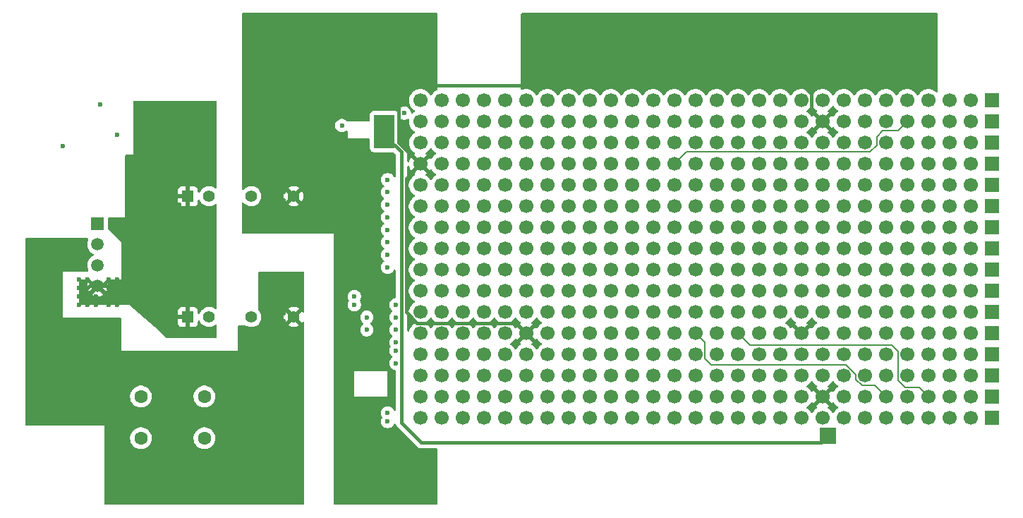
<source format=gbl>
%TF.GenerationSoftware,KiCad,Pcbnew,9.0.4*%
%TF.CreationDate,2025-11-06T05:12:52+09:00*%
%TF.ProjectId,CAN_Isolation,43414e5f-4973-46f6-9c61-74696f6e2e6b,Ver.1.1*%
%TF.SameCoordinates,Original*%
%TF.FileFunction,Copper,L4,Bot*%
%TF.FilePolarity,Positive*%
%FSLAX46Y46*%
G04 Gerber Fmt 4.6, Leading zero omitted, Abs format (unit mm)*
G04 Created by KiCad (PCBNEW 9.0.4) date 2025-11-06 05:12:52*
%MOMM*%
%LPD*%
G01*
G04 APERTURE LIST*
%TA.AperFunction,ComponentPad*%
%ADD10R,1.700000X1.700000*%
%TD*%
%TA.AperFunction,ComponentPad*%
%ADD11C,1.700000*%
%TD*%
%TA.AperFunction,ComponentPad*%
%ADD12R,1.508000X1.508000*%
%TD*%
%TA.AperFunction,ComponentPad*%
%ADD13C,1.508000*%
%TD*%
%TA.AperFunction,ComponentPad*%
%ADD14C,1.600000*%
%TD*%
%TA.AperFunction,ComponentPad*%
%ADD15R,1.397000X1.397000*%
%TD*%
%TA.AperFunction,ComponentPad*%
%ADD16C,1.397000*%
%TD*%
%TA.AperFunction,ViaPad*%
%ADD17C,0.600000*%
%TD*%
%TA.AperFunction,Conductor*%
%ADD18C,0.400000*%
%TD*%
%TA.AperFunction,Conductor*%
%ADD19C,1.200000*%
%TD*%
%TA.AperFunction,Conductor*%
%ADD20C,0.600000*%
%TD*%
%TA.AperFunction,Conductor*%
%ADD21C,0.200000*%
%TD*%
G04 APERTURE END LIST*
D10*
%TO.P,J6,1,Pin_1*%
%TO.N,unconnected-(J6-Pin_1-Pad1)*%
X205157095Y-88934905D03*
D11*
%TO.P,J6,2,Pin_2*%
%TO.N,unconnected-(J6-Pin_2-Pad2)*%
X202617095Y-88934905D03*
%TO.P,J6,3,Pin_3*%
%TO.N,unconnected-(J6-Pin_3-Pad3)*%
X200077095Y-88934905D03*
%TO.P,J6,4,Pin_4*%
%TO.N,unconnected-(J6-Pin_4-Pad4)*%
X197537095Y-88934905D03*
%TO.P,J6,5,Pin_5*%
%TO.N,unconnected-(J6-Pin_5-Pad5)*%
X194997095Y-88934905D03*
%TO.P,J6,6,Pin_6*%
%TO.N,unconnected-(J6-Pin_6-Pad6)*%
X192457095Y-88934905D03*
%TO.P,J6,7,Pin_7*%
%TO.N,unconnected-(J6-Pin_7-Pad7)*%
X189917095Y-88934905D03*
%TO.P,J6,8,Pin_8*%
%TO.N,unconnected-(J6-Pin_8-Pad8)*%
X187377095Y-88934905D03*
%TO.P,J6,9,Pin_9*%
%TO.N,unconnected-(J6-Pin_9-Pad9)*%
X184837095Y-88934905D03*
%TO.P,J6,10,Pin_10*%
%TO.N,unconnected-(J6-Pin_10-Pad10)*%
X182297095Y-88934905D03*
%TO.P,J6,11,Pin_11*%
%TO.N,unconnected-(J6-Pin_11-Pad11)*%
X179757095Y-88934905D03*
%TO.P,J6,12,Pin_12*%
%TO.N,unconnected-(J6-Pin_12-Pad12)*%
X177217095Y-88934905D03*
%TO.P,J6,13,Pin_13*%
%TO.N,unconnected-(J6-Pin_13-Pad13)*%
X174677095Y-88934905D03*
%TO.P,J6,14,Pin_14*%
%TO.N,unconnected-(J6-Pin_14-Pad14)*%
X172137095Y-88934905D03*
%TO.P,J6,15,Pin_15*%
%TO.N,unconnected-(J6-Pin_15-Pad15)*%
X169597095Y-88934905D03*
%TO.P,J6,16,Pin_16*%
%TO.N,unconnected-(J6-Pin_16-Pad16)*%
X167057095Y-88934905D03*
%TO.P,J6,17,Pin_17*%
%TO.N,unconnected-(J6-Pin_17-Pad17)*%
X164517095Y-88934905D03*
%TO.P,J6,18,Pin_18*%
%TO.N,unconnected-(J6-Pin_18-Pad18)*%
X161977095Y-88934905D03*
%TO.P,J6,19,Pin_19*%
%TO.N,unconnected-(J6-Pin_19-Pad19)*%
X159437095Y-88934905D03*
%TO.P,J6,20,Pin_20*%
%TO.N,unconnected-(J6-Pin_20-Pad20)*%
X156897095Y-88934905D03*
%TO.P,J6,21,Pin_21*%
%TO.N,unconnected-(J6-Pin_21-Pad21)*%
X154357095Y-88934905D03*
%TO.P,J6,22,Pin_22*%
%TO.N,unconnected-(J6-Pin_22-Pad22)*%
X151817095Y-88934905D03*
%TO.P,J6,23,Pin_23*%
%TO.N,unconnected-(J6-Pin_23-Pad23)*%
X149277095Y-88934905D03*
%TO.P,J6,24,Pin_24*%
%TO.N,unconnected-(J6-Pin_24-Pad24)*%
X146737095Y-88934905D03*
%TO.P,J6,25,Pin_25*%
%TO.N,unconnected-(J6-Pin_25-Pad25)*%
X144197095Y-88934905D03*
%TO.P,J6,26,Pin_26*%
%TO.N,unconnected-(J6-Pin_26-Pad26)*%
X141657095Y-88934905D03*
%TO.P,J6,27,Pin_27*%
%TO.N,unconnected-(J6-Pin_27-Pad27)*%
X139117095Y-88934905D03*
%TO.P,J6,28,Pin_28*%
%TO.N,unconnected-(J6-Pin_28-Pad28)*%
X136577095Y-88934905D03*
%TD*%
D10*
%TO.P,J3,1,Pin_1*%
%TO.N,unconnected-(J3-Pin_1-Pad1)*%
X205157095Y-81314905D03*
D11*
%TO.P,J3,2,Pin_2*%
%TO.N,RF_ANTFLAG*%
X202617095Y-81314905D03*
%TO.P,J3,3,Pin_3*%
%TO.N,RF_SHDN*%
X200077095Y-81314905D03*
%TO.P,J3,4,Pin_4*%
%TO.N,RF_LD*%
X197537095Y-81314905D03*
%TO.P,J3,5,Pin_5*%
%TO.N,RF_SDATA*%
X194997095Y-81314905D03*
%TO.P,J3,6,Pin_6*%
%TO.N,RF_SCLK*%
X192457095Y-81314905D03*
%TO.P,J3,7,Pin_7*%
%TO.N,RF_CS*%
X189917095Y-81314905D03*
%TO.P,J3,8,Pin_8*%
%TO.N,RF_GNDA*%
X187377095Y-81314905D03*
%TO.P,J3,9,Pin_9*%
%TO.N,RF_GND*%
X184837095Y-81314905D03*
%TO.P,J3,10,Pin_10*%
%TO.N,RF_3.3V*%
X182297095Y-81314905D03*
%TO.P,J3,11,Pin_11*%
%TO.N,unconnected-(J3-Pin_11-Pad11)*%
X179757095Y-81314905D03*
%TO.P,J3,12,Pin_12*%
%TO.N,unconnected-(J3-Pin_12-Pad12)*%
X177217095Y-81314905D03*
%TO.P,J3,13,Pin_13*%
%TO.N,unconnected-(J3-Pin_13-Pad13)*%
X174677095Y-81314905D03*
%TO.P,J3,14,Pin_14*%
%TO.N,unconnected-(J3-Pin_14-Pad14)*%
X172137095Y-81314905D03*
%TO.P,J3,15,Pin_15*%
%TO.N,unconnected-(J3-Pin_15-Pad15)*%
X169597095Y-81314905D03*
%TO.P,J3,16,Pin_16*%
%TO.N,unconnected-(J3-Pin_16-Pad16)*%
X167057095Y-81314905D03*
%TO.P,J3,17,Pin_17*%
%TO.N,unconnected-(J3-Pin_17-Pad17)*%
X164517095Y-81314905D03*
%TO.P,J3,18,Pin_18*%
%TO.N,unconnected-(J3-Pin_18-Pad18)*%
X161977095Y-81314905D03*
%TO.P,J3,19,Pin_19*%
%TO.N,unconnected-(J3-Pin_19-Pad19)*%
X159437095Y-81314905D03*
%TO.P,J3,20,Pin_20*%
%TO.N,unconnected-(J3-Pin_20-Pad20)*%
X156897095Y-81314905D03*
%TO.P,J3,21,Pin_21*%
%TO.N,unconnected-(J3-Pin_21-Pad21)*%
X154357095Y-81314905D03*
%TO.P,J3,22,Pin_22*%
%TO.N,unconnected-(J3-Pin_22-Pad22)*%
X151817095Y-81314905D03*
%TO.P,J3,23,Pin_23*%
%TO.N,unconnected-(J3-Pin_23-Pad23)*%
X149277095Y-81314905D03*
%TO.P,J3,24,Pin_24*%
%TO.N,unconnected-(J3-Pin_24-Pad24)*%
X146737095Y-81314905D03*
%TO.P,J3,25,Pin_25*%
%TO.N,unconnected-(J3-Pin_25-Pad25)*%
X144197095Y-81314905D03*
%TO.P,J3,26,Pin_26*%
%TO.N,unconnected-(J3-Pin_26-Pad26)*%
X141657095Y-81314905D03*
%TO.P,J3,27,Pin_27*%
%TO.N,unconnected-(J3-Pin_27-Pad27)*%
X139117095Y-81314905D03*
%TO.P,J3,28,Pin_28*%
%TO.N,unconnected-(J3-Pin_28-Pad28)*%
X136577095Y-81314905D03*
%TD*%
D12*
%TO.P,J1,1,1*%
%TO.N,BAT_12V*%
X97857095Y-93544905D03*
D13*
%TO.P,J1,2,2*%
%TO.N,CAN_H*%
X97857095Y-96044905D03*
%TO.P,J1,3,3*%
%TO.N,CAN_L*%
X97857095Y-98544905D03*
%TO.P,J1,4,4*%
%TO.N,BAT_GND*%
X97857095Y-101044905D03*
%TD*%
D10*
%TO.P,J8,1,Pin_1*%
%TO.N,unconnected-(J8-Pin_1-Pad1)*%
X205157095Y-94014905D03*
D11*
%TO.P,J8,2,Pin_2*%
%TO.N,unconnected-(J8-Pin_2-Pad2)*%
X202617095Y-94014905D03*
%TO.P,J8,3,Pin_3*%
%TO.N,unconnected-(J8-Pin_3-Pad3)*%
X200077095Y-94014905D03*
%TO.P,J8,4,Pin_4*%
%TO.N,unconnected-(J8-Pin_4-Pad4)*%
X197537095Y-94014905D03*
%TO.P,J8,5,Pin_5*%
%TO.N,unconnected-(J8-Pin_5-Pad5)*%
X194997095Y-94014905D03*
%TO.P,J8,6,Pin_6*%
%TO.N,unconnected-(J8-Pin_6-Pad6)*%
X192457095Y-94014905D03*
%TO.P,J8,7,Pin_7*%
%TO.N,unconnected-(J8-Pin_7-Pad7)*%
X189917095Y-94014905D03*
%TO.P,J8,8,Pin_8*%
%TO.N,unconnected-(J8-Pin_8-Pad8)*%
X187377095Y-94014905D03*
%TO.P,J8,9,Pin_9*%
%TO.N,unconnected-(J8-Pin_9-Pad9)*%
X184837095Y-94014905D03*
%TO.P,J8,10,Pin_10*%
%TO.N,unconnected-(J8-Pin_10-Pad10)*%
X182297095Y-94014905D03*
%TO.P,J8,11,Pin_11*%
%TO.N,unconnected-(J8-Pin_11-Pad11)*%
X179757095Y-94014905D03*
%TO.P,J8,12,Pin_12*%
%TO.N,unconnected-(J8-Pin_12-Pad12)*%
X177217095Y-94014905D03*
%TO.P,J8,13,Pin_13*%
%TO.N,unconnected-(J8-Pin_13-Pad13)*%
X174677095Y-94014905D03*
%TO.P,J8,14,Pin_14*%
%TO.N,unconnected-(J8-Pin_14-Pad14)*%
X172137095Y-94014905D03*
%TO.P,J8,15,Pin_15*%
%TO.N,unconnected-(J8-Pin_15-Pad15)*%
X169597095Y-94014905D03*
%TO.P,J8,16,Pin_16*%
%TO.N,unconnected-(J8-Pin_16-Pad16)*%
X167057095Y-94014905D03*
%TO.P,J8,17,Pin_17*%
%TO.N,unconnected-(J8-Pin_17-Pad17)*%
X164517095Y-94014905D03*
%TO.P,J8,18,Pin_18*%
%TO.N,unconnected-(J8-Pin_18-Pad18)*%
X161977095Y-94014905D03*
%TO.P,J8,19,Pin_19*%
%TO.N,unconnected-(J8-Pin_19-Pad19)*%
X159437095Y-94014905D03*
%TO.P,J8,20,Pin_20*%
%TO.N,unconnected-(J8-Pin_20-Pad20)*%
X156897095Y-94014905D03*
%TO.P,J8,21,Pin_21*%
%TO.N,unconnected-(J8-Pin_21-Pad21)*%
X154357095Y-94014905D03*
%TO.P,J8,22,Pin_22*%
%TO.N,unconnected-(J8-Pin_22-Pad22)*%
X151817095Y-94014905D03*
%TO.P,J8,23,Pin_23*%
%TO.N,unconnected-(J8-Pin_23-Pad23)*%
X149277095Y-94014905D03*
%TO.P,J8,24,Pin_24*%
%TO.N,unconnected-(J8-Pin_24-Pad24)*%
X146737095Y-94014905D03*
%TO.P,J8,25,Pin_25*%
%TO.N,unconnected-(J8-Pin_25-Pad25)*%
X144197095Y-94014905D03*
%TO.P,J8,26,Pin_26*%
%TO.N,unconnected-(J8-Pin_26-Pad26)*%
X141657095Y-94014905D03*
%TO.P,J8,27,Pin_27*%
%TO.N,unconnected-(J8-Pin_27-Pad27)*%
X139117095Y-94014905D03*
%TO.P,J8,28,Pin_28*%
%TO.N,unconnected-(J8-Pin_28-Pad28)*%
X136577095Y-94014905D03*
%TD*%
D10*
%TO.P,J11,1,Pin_1*%
%TO.N,unconnected-(J11-Pin_1-Pad1)*%
X205157095Y-101634905D03*
D11*
%TO.P,J11,2,Pin_2*%
%TO.N,unconnected-(J11-Pin_2-Pad2)*%
X202617095Y-101634905D03*
%TO.P,J11,3,Pin_3*%
%TO.N,unconnected-(J11-Pin_3-Pad3)*%
X200077095Y-101634905D03*
%TO.P,J11,4,Pin_4*%
%TO.N,unconnected-(J11-Pin_4-Pad4)*%
X197537095Y-101634905D03*
%TO.P,J11,5,Pin_5*%
%TO.N,unconnected-(J11-Pin_5-Pad5)*%
X194997095Y-101634905D03*
%TO.P,J11,6,Pin_6*%
%TO.N,unconnected-(J11-Pin_6-Pad6)*%
X192457095Y-101634905D03*
%TO.P,J11,7,Pin_7*%
%TO.N,unconnected-(J11-Pin_7-Pad7)*%
X189917095Y-101634905D03*
%TO.P,J11,8,Pin_8*%
%TO.N,unconnected-(J11-Pin_8-Pad8)*%
X187377095Y-101634905D03*
%TO.P,J11,9,Pin_9*%
%TO.N,unconnected-(J11-Pin_9-Pad9)*%
X184837095Y-101634905D03*
%TO.P,J11,10,Pin_10*%
%TO.N,unconnected-(J11-Pin_10-Pad10)*%
X182297095Y-101634905D03*
%TO.P,J11,11,Pin_11*%
%TO.N,unconnected-(J11-Pin_11-Pad11)*%
X179757095Y-101634905D03*
%TO.P,J11,12,Pin_12*%
%TO.N,unconnected-(J11-Pin_12-Pad12)*%
X177217095Y-101634905D03*
%TO.P,J11,13,Pin_13*%
%TO.N,unconnected-(J11-Pin_13-Pad13)*%
X174677095Y-101634905D03*
%TO.P,J11,14,Pin_14*%
%TO.N,unconnected-(J11-Pin_14-Pad14)*%
X172137095Y-101634905D03*
%TO.P,J11,15,Pin_15*%
%TO.N,unconnected-(J11-Pin_15-Pad15)*%
X169597095Y-101634905D03*
%TO.P,J11,16,Pin_16*%
%TO.N,unconnected-(J11-Pin_16-Pad16)*%
X167057095Y-101634905D03*
%TO.P,J11,17,Pin_17*%
%TO.N,unconnected-(J11-Pin_17-Pad17)*%
X164517095Y-101634905D03*
%TO.P,J11,18,Pin_18*%
%TO.N,unconnected-(J11-Pin_18-Pad18)*%
X161977095Y-101634905D03*
%TO.P,J11,19,Pin_19*%
%TO.N,unconnected-(J11-Pin_19-Pad19)*%
X159437095Y-101634905D03*
%TO.P,J11,20,Pin_20*%
%TO.N,unconnected-(J11-Pin_20-Pad20)*%
X156897095Y-101634905D03*
%TO.P,J11,21,Pin_21*%
%TO.N,unconnected-(J11-Pin_21-Pad21)*%
X154357095Y-101634905D03*
%TO.P,J11,22,Pin_22*%
%TO.N,unconnected-(J11-Pin_22-Pad22)*%
X151817095Y-101634905D03*
%TO.P,J11,23,Pin_23*%
%TO.N,unconnected-(J11-Pin_23-Pad23)*%
X149277095Y-101634905D03*
%TO.P,J11,24,Pin_24*%
%TO.N,unconnected-(J11-Pin_24-Pad24)*%
X146737095Y-101634905D03*
%TO.P,J11,25,Pin_25*%
%TO.N,unconnected-(J11-Pin_25-Pad25)*%
X144197095Y-101634905D03*
%TO.P,J11,26,Pin_26*%
%TO.N,unconnected-(J11-Pin_26-Pad26)*%
X141657095Y-101634905D03*
%TO.P,J11,27,Pin_27*%
%TO.N,unconnected-(J11-Pin_27-Pad27)*%
X139117095Y-101634905D03*
%TO.P,J11,28,Pin_28*%
%TO.N,unconnected-(J11-Pin_28-Pad28)*%
X136577095Y-101634905D03*
%TD*%
D10*
%TO.P,J17,1,Pin_1*%
%TO.N,unconnected-(J17-Pin_1-Pad1)*%
X205157095Y-116874905D03*
D11*
%TO.P,J17,2,Pin_2*%
%TO.N,unconnected-(J17-Pin_2-Pad2)*%
X202617095Y-116874905D03*
%TO.P,J17,3,Pin_3*%
%TO.N,unconnected-(J17-Pin_3-Pad3)*%
X200077095Y-116874905D03*
%TO.P,J17,4,Pin_4*%
%TO.N,unconnected-(J17-Pin_4-Pad4)*%
X197537095Y-116874905D03*
%TO.P,J17,5,Pin_5*%
%TO.N,unconnected-(J17-Pin_5-Pad5)*%
X194997095Y-116874905D03*
%TO.P,J17,6,Pin_6*%
%TO.N,unconnected-(J17-Pin_6-Pad6)*%
X192457095Y-116874905D03*
%TO.P,J17,7,Pin_7*%
%TO.N,unconnected-(J17-Pin_7-Pad7)*%
X189917095Y-116874905D03*
%TO.P,J17,8,Pin_8*%
%TO.N,unconnected-(J17-Pin_8-Pad8)*%
X187377095Y-116874905D03*
%TO.P,J17,9,Pin_9*%
%TO.N,unconnected-(J17-Pin_9-Pad9)*%
X184837095Y-116874905D03*
%TO.P,J17,10,Pin_10*%
%TO.N,unconnected-(J17-Pin_10-Pad10)*%
X182297095Y-116874905D03*
%TO.P,J17,11,Pin_11*%
%TO.N,unconnected-(J17-Pin_11-Pad11)*%
X179757095Y-116874905D03*
%TO.P,J17,12,Pin_12*%
%TO.N,unconnected-(J17-Pin_12-Pad12)*%
X177217095Y-116874905D03*
%TO.P,J17,13,Pin_13*%
%TO.N,unconnected-(J17-Pin_13-Pad13)*%
X174677095Y-116874905D03*
%TO.P,J17,14,Pin_14*%
%TO.N,unconnected-(J17-Pin_14-Pad14)*%
X172137095Y-116874905D03*
%TO.P,J17,15,Pin_15*%
%TO.N,unconnected-(J17-Pin_15-Pad15)*%
X169597095Y-116874905D03*
%TO.P,J17,16,Pin_16*%
%TO.N,unconnected-(J17-Pin_16-Pad16)*%
X167057095Y-116874905D03*
%TO.P,J17,17,Pin_17*%
%TO.N,unconnected-(J17-Pin_17-Pad17)*%
X164517095Y-116874905D03*
%TO.P,J17,18,Pin_18*%
%TO.N,unconnected-(J17-Pin_18-Pad18)*%
X161977095Y-116874905D03*
%TO.P,J17,19,Pin_19*%
%TO.N,unconnected-(J17-Pin_19-Pad19)*%
X159437095Y-116874905D03*
%TO.P,J17,20,Pin_20*%
%TO.N,unconnected-(J17-Pin_20-Pad20)*%
X156897095Y-116874905D03*
%TO.P,J17,21,Pin_21*%
%TO.N,unconnected-(J17-Pin_21-Pad21)*%
X154357095Y-116874905D03*
%TO.P,J17,22,Pin_22*%
%TO.N,unconnected-(J17-Pin_22-Pad22)*%
X151817095Y-116874905D03*
%TO.P,J17,23,Pin_23*%
%TO.N,unconnected-(J17-Pin_23-Pad23)*%
X149277095Y-116874905D03*
%TO.P,J17,24,Pin_24*%
%TO.N,unconnected-(J17-Pin_24-Pad24)*%
X146737095Y-116874905D03*
%TO.P,J17,25,Pin_25*%
%TO.N,unconnected-(J17-Pin_25-Pad25)*%
X144197095Y-116874905D03*
%TO.P,J17,26,Pin_26*%
%TO.N,unconnected-(J17-Pin_26-Pad26)*%
X141657095Y-116874905D03*
%TO.P,J17,27,Pin_27*%
%TO.N,unconnected-(J17-Pin_27-Pad27)*%
X139117095Y-116874905D03*
%TO.P,J17,28,Pin_28*%
%TO.N,unconnected-(J17-Pin_28-Pad28)*%
X136577095Y-116874905D03*
%TD*%
D10*
%TO.P,J15,1,Pin_1*%
%TO.N,unconnected-(J15-Pin_1-Pad1)*%
X205157095Y-111794905D03*
D11*
%TO.P,J15,2,Pin_2*%
%TO.N,unconnected-(J15-Pin_2-Pad2)*%
X202617095Y-111794905D03*
%TO.P,J15,3,Pin_3*%
%TO.N,unconnected-(J15-Pin_3-Pad3)*%
X200077095Y-111794905D03*
%TO.P,J15,4,Pin_4*%
%TO.N,unconnected-(J15-Pin_4-Pad4)*%
X197537095Y-111794905D03*
%TO.P,J15,5,Pin_5*%
%TO.N,unconnected-(J15-Pin_5-Pad5)*%
X194997095Y-111794905D03*
%TO.P,J15,6,Pin_6*%
%TO.N,unconnected-(J15-Pin_6-Pad6)*%
X192457095Y-111794905D03*
%TO.P,J15,7,Pin_7*%
%TO.N,unconnected-(J15-Pin_7-Pad7)*%
X189917095Y-111794905D03*
%TO.P,J15,8,Pin_8*%
%TO.N,unconnected-(J15-Pin_8-Pad8)*%
X187377095Y-111794905D03*
%TO.P,J15,9,Pin_9*%
%TO.N,unconnected-(J15-Pin_9-Pad9)*%
X184837095Y-111794905D03*
%TO.P,J15,10,Pin_10*%
%TO.N,unconnected-(J15-Pin_10-Pad10)*%
X182297095Y-111794905D03*
%TO.P,J15,11,Pin_11*%
%TO.N,unconnected-(J15-Pin_11-Pad11)*%
X179757095Y-111794905D03*
%TO.P,J15,12,Pin_12*%
%TO.N,unconnected-(J15-Pin_12-Pad12)*%
X177217095Y-111794905D03*
%TO.P,J15,13,Pin_13*%
%TO.N,unconnected-(J15-Pin_13-Pad13)*%
X174677095Y-111794905D03*
%TO.P,J15,14,Pin_14*%
%TO.N,unconnected-(J15-Pin_14-Pad14)*%
X172137095Y-111794905D03*
%TO.P,J15,15,Pin_15*%
%TO.N,unconnected-(J15-Pin_15-Pad15)*%
X169597095Y-111794905D03*
%TO.P,J15,16,Pin_16*%
%TO.N,unconnected-(J15-Pin_16-Pad16)*%
X167057095Y-111794905D03*
%TO.P,J15,17,Pin_17*%
%TO.N,unconnected-(J15-Pin_17-Pad17)*%
X164517095Y-111794905D03*
%TO.P,J15,18,Pin_18*%
%TO.N,unconnected-(J15-Pin_18-Pad18)*%
X161977095Y-111794905D03*
%TO.P,J15,19,Pin_19*%
%TO.N,unconnected-(J15-Pin_19-Pad19)*%
X159437095Y-111794905D03*
%TO.P,J15,20,Pin_20*%
%TO.N,unconnected-(J15-Pin_20-Pad20)*%
X156897095Y-111794905D03*
%TO.P,J15,21,Pin_21*%
%TO.N,unconnected-(J15-Pin_21-Pad21)*%
X154357095Y-111794905D03*
%TO.P,J15,22,Pin_22*%
%TO.N,unconnected-(J15-Pin_22-Pad22)*%
X151817095Y-111794905D03*
%TO.P,J15,23,Pin_23*%
%TO.N,unconnected-(J15-Pin_23-Pad23)*%
X149277095Y-111794905D03*
%TO.P,J15,24,Pin_24*%
%TO.N,unconnected-(J15-Pin_24-Pad24)*%
X146737095Y-111794905D03*
%TO.P,J15,25,Pin_25*%
%TO.N,unconnected-(J15-Pin_25-Pad25)*%
X144197095Y-111794905D03*
%TO.P,J15,26,Pin_26*%
%TO.N,unconnected-(J15-Pin_26-Pad26)*%
X141657095Y-111794905D03*
%TO.P,J15,27,Pin_27*%
%TO.N,unconnected-(J15-Pin_27-Pad27)*%
X139117095Y-111794905D03*
%TO.P,J15,28,Pin_28*%
%TO.N,unconnected-(J15-Pin_28-Pad28)*%
X136577095Y-111794905D03*
%TD*%
D10*
%TO.P,J13,1,Pin_1*%
%TO.N,unconnected-(J13-Pin_1-Pad1)*%
X205157095Y-106714905D03*
D11*
%TO.P,J13,2,Pin_2*%
%TO.N,unconnected-(J13-Pin_2-Pad2)*%
X202617095Y-106714905D03*
%TO.P,J13,3,Pin_3*%
%TO.N,unconnected-(J13-Pin_3-Pad3)*%
X200077095Y-106714905D03*
%TO.P,J13,4,Pin_4*%
%TO.N,unconnected-(J13-Pin_4-Pad4)*%
X197537095Y-106714905D03*
%TO.P,J13,5,Pin_5*%
%TO.N,unconnected-(J13-Pin_5-Pad5)*%
X194997095Y-106714905D03*
%TO.P,J13,6,Pin_6*%
%TO.N,unconnected-(J13-Pin_6-Pad6)*%
X192457095Y-106714905D03*
%TO.P,J13,7,Pin_7*%
%TO.N,unconnected-(J13-Pin_7-Pad7)*%
X189917095Y-106714905D03*
%TO.P,J13,8,Pin_8*%
%TO.N,unconnected-(J13-Pin_8-Pad8)*%
X187377095Y-106714905D03*
%TO.P,J13,9,Pin_9*%
%TO.N,+5VD*%
X184837095Y-106714905D03*
%TO.P,J13,10,Pin_10*%
%TO.N,RF_GND*%
X182297095Y-106714905D03*
%TO.P,J13,11,Pin_11*%
%TO.N,RF_IDEL*%
X179757095Y-106714905D03*
%TO.P,J13,12,Pin_12*%
%TO.N,RF_LED*%
X177217095Y-106714905D03*
%TO.P,J13,13,Pin_13*%
%TO.N,RF_I1*%
X174677095Y-106714905D03*
%TO.P,J13,14,Pin_14*%
%TO.N,RF_I0*%
X172137095Y-106714905D03*
%TO.P,J13,15,Pin_15*%
%TO.N,RF_Q0*%
X169597095Y-106714905D03*
%TO.P,J13,16,Pin_16*%
%TO.N,RF_Q1*%
X167057095Y-106714905D03*
%TO.P,J13,17,Pin_17*%
%TO.N,RF_CLKOUT*%
X164517095Y-106714905D03*
%TO.P,J13,18,Pin_18*%
%TO.N,unconnected-(J13-Pin_18-Pad18)*%
X161977095Y-106714905D03*
%TO.P,J13,19,Pin_19*%
%TO.N,unconnected-(J13-Pin_19-Pad19)*%
X159437095Y-106714905D03*
%TO.P,J13,20,Pin_20*%
%TO.N,unconnected-(J13-Pin_20-Pad20)*%
X156897095Y-106714905D03*
%TO.P,J13,21,Pin_21*%
%TO.N,unconnected-(J13-Pin_21-Pad21)*%
X154357095Y-106714905D03*
%TO.P,J13,22,Pin_22*%
%TO.N,CAN_CLK*%
X151817095Y-106714905D03*
%TO.P,J13,23,Pin_23*%
%TO.N,RF_GND*%
X149277095Y-106714905D03*
%TO.P,J13,24,Pin_24*%
%TO.N,unconnected-(J13-Pin_24-Pad24)*%
X146737095Y-106714905D03*
%TO.P,J13,25,Pin_25*%
%TO.N,CAN_CS*%
X144197095Y-106714905D03*
%TO.P,J13,26,Pin_26*%
%TO.N,CAN_SDO*%
X141657095Y-106714905D03*
%TO.P,J13,27,Pin_27*%
%TO.N,CAN_SDI*%
X139117095Y-106714905D03*
%TO.P,J13,28,Pin_28*%
%TO.N,CAN_SCK*%
X136577095Y-106714905D03*
%TD*%
D14*
%TO.P,R12,1*%
%TO.N,Net-(C12-Pad1)*%
X103037095Y-114294905D03*
%TO.P,R12,2*%
%TO.N,CAN_L*%
X110657095Y-114294905D03*
%TD*%
D10*
%TO.P,J16,1,Pin_1*%
%TO.N,RF_3.3V*%
X205157095Y-114334905D03*
D11*
%TO.P,J16,2,Pin_2*%
%TO.N,RF_LED*%
X202617095Y-114334905D03*
%TO.P,J16,3,Pin_3*%
%TO.N,RF_IDEL*%
X200077095Y-114334905D03*
%TO.P,J16,4,Pin_4*%
%TO.N,RF_I1*%
X197537095Y-114334905D03*
%TO.P,J16,5,Pin_5*%
%TO.N,RF_I0*%
X194997095Y-114334905D03*
%TO.P,J16,6,Pin_6*%
%TO.N,RF_Q0*%
X192457095Y-114334905D03*
%TO.P,J16,7,Pin_7*%
%TO.N,RF_Q1*%
X189917095Y-114334905D03*
%TO.P,J16,8,Pin_8*%
%TO.N,RF_CLKOUT*%
X187377095Y-114334905D03*
%TO.P,J16,9,Pin_9*%
%TO.N,RF_GND*%
X184837095Y-114334905D03*
%TO.P,J16,10,Pin_10*%
%TO.N,RF_GNDA*%
X182297095Y-114334905D03*
%TO.P,J16,11,Pin_11*%
%TO.N,unconnected-(J16-Pin_11-Pad11)*%
X179757095Y-114334905D03*
%TO.P,J16,12,Pin_12*%
%TO.N,unconnected-(J16-Pin_12-Pad12)*%
X177217095Y-114334905D03*
%TO.P,J16,13,Pin_13*%
%TO.N,unconnected-(J16-Pin_13-Pad13)*%
X174677095Y-114334905D03*
%TO.P,J16,14,Pin_14*%
%TO.N,unconnected-(J16-Pin_14-Pad14)*%
X172137095Y-114334905D03*
%TO.P,J16,15,Pin_15*%
%TO.N,unconnected-(J16-Pin_15-Pad15)*%
X169597095Y-114334905D03*
%TO.P,J16,16,Pin_16*%
%TO.N,unconnected-(J16-Pin_16-Pad16)*%
X167057095Y-114334905D03*
%TO.P,J16,17,Pin_17*%
%TO.N,unconnected-(J16-Pin_17-Pad17)*%
X164517095Y-114334905D03*
%TO.P,J16,18,Pin_18*%
%TO.N,unconnected-(J16-Pin_18-Pad18)*%
X161977095Y-114334905D03*
%TO.P,J16,19,Pin_19*%
%TO.N,unconnected-(J16-Pin_19-Pad19)*%
X159437095Y-114334905D03*
%TO.P,J16,20,Pin_20*%
%TO.N,unconnected-(J16-Pin_20-Pad20)*%
X156897095Y-114334905D03*
%TO.P,J16,21,Pin_21*%
%TO.N,unconnected-(J16-Pin_21-Pad21)*%
X154357095Y-114334905D03*
%TO.P,J16,22,Pin_22*%
%TO.N,unconnected-(J16-Pin_22-Pad22)*%
X151817095Y-114334905D03*
%TO.P,J16,23,Pin_23*%
%TO.N,unconnected-(J16-Pin_23-Pad23)*%
X149277095Y-114334905D03*
%TO.P,J16,24,Pin_24*%
%TO.N,unconnected-(J16-Pin_24-Pad24)*%
X146737095Y-114334905D03*
%TO.P,J16,25,Pin_25*%
%TO.N,unconnected-(J16-Pin_25-Pad25)*%
X144197095Y-114334905D03*
%TO.P,J16,26,Pin_26*%
%TO.N,unconnected-(J16-Pin_26-Pad26)*%
X141657095Y-114334905D03*
%TO.P,J16,27,Pin_27*%
%TO.N,unconnected-(J16-Pin_27-Pad27)*%
X139117095Y-114334905D03*
%TO.P,J16,28,Pin_28*%
%TO.N,unconnected-(J16-Pin_28-Pad28)*%
X136577095Y-114334905D03*
%TD*%
D10*
%TO.P,J7,1,Pin_1*%
%TO.N,unconnected-(J7-Pin_1-Pad1)*%
X205157095Y-91474905D03*
D11*
%TO.P,J7,2,Pin_2*%
%TO.N,unconnected-(J7-Pin_2-Pad2)*%
X202617095Y-91474905D03*
%TO.P,J7,3,Pin_3*%
%TO.N,unconnected-(J7-Pin_3-Pad3)*%
X200077095Y-91474905D03*
%TO.P,J7,4,Pin_4*%
%TO.N,unconnected-(J7-Pin_4-Pad4)*%
X197537095Y-91474905D03*
%TO.P,J7,5,Pin_5*%
%TO.N,unconnected-(J7-Pin_5-Pad5)*%
X194997095Y-91474905D03*
%TO.P,J7,6,Pin_6*%
%TO.N,unconnected-(J7-Pin_6-Pad6)*%
X192457095Y-91474905D03*
%TO.P,J7,7,Pin_7*%
%TO.N,unconnected-(J7-Pin_7-Pad7)*%
X189917095Y-91474905D03*
%TO.P,J7,8,Pin_8*%
%TO.N,unconnected-(J7-Pin_8-Pad8)*%
X187377095Y-91474905D03*
%TO.P,J7,9,Pin_9*%
%TO.N,unconnected-(J7-Pin_9-Pad9)*%
X184837095Y-91474905D03*
%TO.P,J7,10,Pin_10*%
%TO.N,unconnected-(J7-Pin_10-Pad10)*%
X182297095Y-91474905D03*
%TO.P,J7,11,Pin_11*%
%TO.N,unconnected-(J7-Pin_11-Pad11)*%
X179757095Y-91474905D03*
%TO.P,J7,12,Pin_12*%
%TO.N,unconnected-(J7-Pin_12-Pad12)*%
X177217095Y-91474905D03*
%TO.P,J7,13,Pin_13*%
%TO.N,unconnected-(J7-Pin_13-Pad13)*%
X174677095Y-91474905D03*
%TO.P,J7,14,Pin_14*%
%TO.N,unconnected-(J7-Pin_14-Pad14)*%
X172137095Y-91474905D03*
%TO.P,J7,15,Pin_15*%
%TO.N,unconnected-(J7-Pin_15-Pad15)*%
X169597095Y-91474905D03*
%TO.P,J7,16,Pin_16*%
%TO.N,unconnected-(J7-Pin_16-Pad16)*%
X167057095Y-91474905D03*
%TO.P,J7,17,Pin_17*%
%TO.N,unconnected-(J7-Pin_17-Pad17)*%
X164517095Y-91474905D03*
%TO.P,J7,18,Pin_18*%
%TO.N,unconnected-(J7-Pin_18-Pad18)*%
X161977095Y-91474905D03*
%TO.P,J7,19,Pin_19*%
%TO.N,unconnected-(J7-Pin_19-Pad19)*%
X159437095Y-91474905D03*
%TO.P,J7,20,Pin_20*%
%TO.N,unconnected-(J7-Pin_20-Pad20)*%
X156897095Y-91474905D03*
%TO.P,J7,21,Pin_21*%
%TO.N,unconnected-(J7-Pin_21-Pad21)*%
X154357095Y-91474905D03*
%TO.P,J7,22,Pin_22*%
%TO.N,unconnected-(J7-Pin_22-Pad22)*%
X151817095Y-91474905D03*
%TO.P,J7,23,Pin_23*%
%TO.N,unconnected-(J7-Pin_23-Pad23)*%
X149277095Y-91474905D03*
%TO.P,J7,24,Pin_24*%
%TO.N,unconnected-(J7-Pin_24-Pad24)*%
X146737095Y-91474905D03*
%TO.P,J7,25,Pin_25*%
%TO.N,unconnected-(J7-Pin_25-Pad25)*%
X144197095Y-91474905D03*
%TO.P,J7,26,Pin_26*%
%TO.N,unconnected-(J7-Pin_26-Pad26)*%
X141657095Y-91474905D03*
%TO.P,J7,27,Pin_27*%
%TO.N,unconnected-(J7-Pin_27-Pad27)*%
X139117095Y-91474905D03*
%TO.P,J7,28,Pin_28*%
%TO.N,unconnected-(J7-Pin_28-Pad28)*%
X136577095Y-91474905D03*
%TD*%
D10*
%TO.P,J10,1,Pin_1*%
%TO.N,unconnected-(J10-Pin_1-Pad1)*%
X205157095Y-99094905D03*
D11*
%TO.P,J10,2,Pin_2*%
%TO.N,unconnected-(J10-Pin_2-Pad2)*%
X202617095Y-99094905D03*
%TO.P,J10,3,Pin_3*%
%TO.N,unconnected-(J10-Pin_3-Pad3)*%
X200077095Y-99094905D03*
%TO.P,J10,4,Pin_4*%
%TO.N,unconnected-(J10-Pin_4-Pad4)*%
X197537095Y-99094905D03*
%TO.P,J10,5,Pin_5*%
%TO.N,unconnected-(J10-Pin_5-Pad5)*%
X194997095Y-99094905D03*
%TO.P,J10,6,Pin_6*%
%TO.N,unconnected-(J10-Pin_6-Pad6)*%
X192457095Y-99094905D03*
%TO.P,J10,7,Pin_7*%
%TO.N,unconnected-(J10-Pin_7-Pad7)*%
X189917095Y-99094905D03*
%TO.P,J10,8,Pin_8*%
%TO.N,unconnected-(J10-Pin_8-Pad8)*%
X187377095Y-99094905D03*
%TO.P,J10,9,Pin_9*%
%TO.N,unconnected-(J10-Pin_9-Pad9)*%
X184837095Y-99094905D03*
%TO.P,J10,10,Pin_10*%
%TO.N,unconnected-(J10-Pin_10-Pad10)*%
X182297095Y-99094905D03*
%TO.P,J10,11,Pin_11*%
%TO.N,unconnected-(J10-Pin_11-Pad11)*%
X179757095Y-99094905D03*
%TO.P,J10,12,Pin_12*%
%TO.N,unconnected-(J10-Pin_12-Pad12)*%
X177217095Y-99094905D03*
%TO.P,J10,13,Pin_13*%
%TO.N,unconnected-(J10-Pin_13-Pad13)*%
X174677095Y-99094905D03*
%TO.P,J10,14,Pin_14*%
%TO.N,unconnected-(J10-Pin_14-Pad14)*%
X172137095Y-99094905D03*
%TO.P,J10,15,Pin_15*%
%TO.N,unconnected-(J10-Pin_15-Pad15)*%
X169597095Y-99094905D03*
%TO.P,J10,16,Pin_16*%
%TO.N,unconnected-(J10-Pin_16-Pad16)*%
X167057095Y-99094905D03*
%TO.P,J10,17,Pin_17*%
%TO.N,unconnected-(J10-Pin_17-Pad17)*%
X164517095Y-99094905D03*
%TO.P,J10,18,Pin_18*%
%TO.N,unconnected-(J10-Pin_18-Pad18)*%
X161977095Y-99094905D03*
%TO.P,J10,19,Pin_19*%
%TO.N,unconnected-(J10-Pin_19-Pad19)*%
X159437095Y-99094905D03*
%TO.P,J10,20,Pin_20*%
%TO.N,unconnected-(J10-Pin_20-Pad20)*%
X156897095Y-99094905D03*
%TO.P,J10,21,Pin_21*%
%TO.N,unconnected-(J10-Pin_21-Pad21)*%
X154357095Y-99094905D03*
%TO.P,J10,22,Pin_22*%
%TO.N,unconnected-(J10-Pin_22-Pad22)*%
X151817095Y-99094905D03*
%TO.P,J10,23,Pin_23*%
%TO.N,unconnected-(J10-Pin_23-Pad23)*%
X149277095Y-99094905D03*
%TO.P,J10,24,Pin_24*%
%TO.N,unconnected-(J10-Pin_24-Pad24)*%
X146737095Y-99094905D03*
%TO.P,J10,25,Pin_25*%
%TO.N,unconnected-(J10-Pin_25-Pad25)*%
X144197095Y-99094905D03*
%TO.P,J10,26,Pin_26*%
%TO.N,unconnected-(J10-Pin_26-Pad26)*%
X141657095Y-99094905D03*
%TO.P,J10,27,Pin_27*%
%TO.N,unconnected-(J10-Pin_27-Pad27)*%
X139117095Y-99094905D03*
%TO.P,J10,28,Pin_28*%
%TO.N,unconnected-(J10-Pin_28-Pad28)*%
X136577095Y-99094905D03*
%TD*%
D15*
%TO.P,U3,1,-VIN*%
%TO.N,BAT_GND*%
X108680095Y-90270905D03*
D16*
%TO.P,U3,2,+VIN*%
%TO.N,BAT_12V*%
X111220095Y-90270905D03*
%TO.P,U3,3,+VOUT*%
%TO.N,RF_3.3V*%
X116300095Y-90270905D03*
%TO.P,U3,4,-VOUT*%
%TO.N,RF_GND*%
X121380095Y-90270905D03*
%TD*%
D15*
%TO.P,U4,1,-VIN*%
%TO.N,BAT_GND*%
X108680095Y-104770905D03*
D16*
%TO.P,U4,2,+VIN*%
%TO.N,BAT_12V*%
X111220095Y-104770905D03*
%TO.P,U4,3,+VOUT*%
%TO.N,+5VCAN*%
X116300095Y-104770905D03*
%TO.P,U4,4,-VOUT*%
%TO.N,GND_5VCAN*%
X121380095Y-104770905D03*
%TD*%
D10*
%TO.P,J9,1,Pin_1*%
%TO.N,unconnected-(J9-Pin_1-Pad1)*%
X205157095Y-96554905D03*
D11*
%TO.P,J9,2,Pin_2*%
%TO.N,unconnected-(J9-Pin_2-Pad2)*%
X202617095Y-96554905D03*
%TO.P,J9,3,Pin_3*%
%TO.N,unconnected-(J9-Pin_3-Pad3)*%
X200077095Y-96554905D03*
%TO.P,J9,4,Pin_4*%
%TO.N,unconnected-(J9-Pin_4-Pad4)*%
X197537095Y-96554905D03*
%TO.P,J9,5,Pin_5*%
%TO.N,unconnected-(J9-Pin_5-Pad5)*%
X194997095Y-96554905D03*
%TO.P,J9,6,Pin_6*%
%TO.N,unconnected-(J9-Pin_6-Pad6)*%
X192457095Y-96554905D03*
%TO.P,J9,7,Pin_7*%
%TO.N,unconnected-(J9-Pin_7-Pad7)*%
X189917095Y-96554905D03*
%TO.P,J9,8,Pin_8*%
%TO.N,unconnected-(J9-Pin_8-Pad8)*%
X187377095Y-96554905D03*
%TO.P,J9,9,Pin_9*%
%TO.N,unconnected-(J9-Pin_9-Pad9)*%
X184837095Y-96554905D03*
%TO.P,J9,10,Pin_10*%
%TO.N,unconnected-(J9-Pin_10-Pad10)*%
X182297095Y-96554905D03*
%TO.P,J9,11,Pin_11*%
%TO.N,unconnected-(J9-Pin_11-Pad11)*%
X179757095Y-96554905D03*
%TO.P,J9,12,Pin_12*%
%TO.N,unconnected-(J9-Pin_12-Pad12)*%
X177217095Y-96554905D03*
%TO.P,J9,13,Pin_13*%
%TO.N,unconnected-(J9-Pin_13-Pad13)*%
X174677095Y-96554905D03*
%TO.P,J9,14,Pin_14*%
%TO.N,unconnected-(J9-Pin_14-Pad14)*%
X172137095Y-96554905D03*
%TO.P,J9,15,Pin_15*%
%TO.N,unconnected-(J9-Pin_15-Pad15)*%
X169597095Y-96554905D03*
%TO.P,J9,16,Pin_16*%
%TO.N,unconnected-(J9-Pin_16-Pad16)*%
X167057095Y-96554905D03*
%TO.P,J9,17,Pin_17*%
%TO.N,unconnected-(J9-Pin_17-Pad17)*%
X164517095Y-96554905D03*
%TO.P,J9,18,Pin_18*%
%TO.N,unconnected-(J9-Pin_18-Pad18)*%
X161977095Y-96554905D03*
%TO.P,J9,19,Pin_19*%
%TO.N,unconnected-(J9-Pin_19-Pad19)*%
X159437095Y-96554905D03*
%TO.P,J9,20,Pin_20*%
%TO.N,unconnected-(J9-Pin_20-Pad20)*%
X156897095Y-96554905D03*
%TO.P,J9,21,Pin_21*%
%TO.N,unconnected-(J9-Pin_21-Pad21)*%
X154357095Y-96554905D03*
%TO.P,J9,22,Pin_22*%
%TO.N,unconnected-(J9-Pin_22-Pad22)*%
X151817095Y-96554905D03*
%TO.P,J9,23,Pin_23*%
%TO.N,unconnected-(J9-Pin_23-Pad23)*%
X149277095Y-96554905D03*
%TO.P,J9,24,Pin_24*%
%TO.N,unconnected-(J9-Pin_24-Pad24)*%
X146737095Y-96554905D03*
%TO.P,J9,25,Pin_25*%
%TO.N,unconnected-(J9-Pin_25-Pad25)*%
X144197095Y-96554905D03*
%TO.P,J9,26,Pin_26*%
%TO.N,unconnected-(J9-Pin_26-Pad26)*%
X141657095Y-96554905D03*
%TO.P,J9,27,Pin_27*%
%TO.N,unconnected-(J9-Pin_27-Pad27)*%
X139117095Y-96554905D03*
%TO.P,J9,28,Pin_28*%
%TO.N,unconnected-(J9-Pin_28-Pad28)*%
X136577095Y-96554905D03*
%TD*%
D14*
%TO.P,R11,1*%
%TO.N,CAN_H*%
X110657095Y-119294905D03*
%TO.P,R11,2*%
%TO.N,Net-(C12-Pad1)*%
X103037095Y-119294905D03*
%TD*%
D10*
%TO.P,J2,1,Pin_1*%
%TO.N,unconnected-(J2-Pin_1-Pad1)*%
X205157095Y-78774905D03*
D11*
%TO.P,J2,2,Pin_2*%
%TO.N,unconnected-(J2-Pin_2-Pad2)*%
X202617095Y-78774905D03*
%TO.P,J2,3,Pin_3*%
%TO.N,unconnected-(J2-Pin_3-Pad3)*%
X200077095Y-78774905D03*
%TO.P,J2,4,Pin_4*%
%TO.N,unconnected-(J2-Pin_4-Pad4)*%
X197537095Y-78774905D03*
%TO.P,J2,5,Pin_5*%
%TO.N,unconnected-(J2-Pin_5-Pad5)*%
X194997095Y-78774905D03*
%TO.P,J2,6,Pin_6*%
%TO.N,unconnected-(J2-Pin_6-Pad6)*%
X192457095Y-78774905D03*
%TO.P,J2,7,Pin_7*%
%TO.N,unconnected-(J2-Pin_7-Pad7)*%
X189917095Y-78774905D03*
%TO.P,J2,8,Pin_8*%
%TO.N,unconnected-(J2-Pin_8-Pad8)*%
X187377095Y-78774905D03*
%TO.P,J2,9,Pin_9*%
%TO.N,unconnected-(J2-Pin_9-Pad9)*%
X184837095Y-78774905D03*
%TO.P,J2,10,Pin_10*%
%TO.N,unconnected-(J2-Pin_10-Pad10)*%
X182297095Y-78774905D03*
%TO.P,J2,11,Pin_11*%
%TO.N,unconnected-(J2-Pin_11-Pad11)*%
X179757095Y-78774905D03*
%TO.P,J2,12,Pin_12*%
%TO.N,unconnected-(J2-Pin_12-Pad12)*%
X177217095Y-78774905D03*
%TO.P,J2,13,Pin_13*%
%TO.N,unconnected-(J2-Pin_13-Pad13)*%
X174677095Y-78774905D03*
%TO.P,J2,14,Pin_14*%
%TO.N,unconnected-(J2-Pin_14-Pad14)*%
X172137095Y-78774905D03*
%TO.P,J2,15,Pin_15*%
%TO.N,unconnected-(J2-Pin_15-Pad15)*%
X169597095Y-78774905D03*
%TO.P,J2,16,Pin_16*%
%TO.N,unconnected-(J2-Pin_16-Pad16)*%
X167057095Y-78774905D03*
%TO.P,J2,17,Pin_17*%
%TO.N,unconnected-(J2-Pin_17-Pad17)*%
X164517095Y-78774905D03*
%TO.P,J2,18,Pin_18*%
%TO.N,unconnected-(J2-Pin_18-Pad18)*%
X161977095Y-78774905D03*
%TO.P,J2,19,Pin_19*%
%TO.N,unconnected-(J2-Pin_19-Pad19)*%
X159437095Y-78774905D03*
%TO.P,J2,20,Pin_20*%
%TO.N,unconnected-(J2-Pin_20-Pad20)*%
X156897095Y-78774905D03*
%TO.P,J2,21,Pin_21*%
%TO.N,unconnected-(J2-Pin_21-Pad21)*%
X154357095Y-78774905D03*
%TO.P,J2,22,Pin_22*%
%TO.N,unconnected-(J2-Pin_22-Pad22)*%
X151817095Y-78774905D03*
%TO.P,J2,23,Pin_23*%
%TO.N,unconnected-(J2-Pin_23-Pad23)*%
X149277095Y-78774905D03*
%TO.P,J2,24,Pin_24*%
%TO.N,unconnected-(J2-Pin_24-Pad24)*%
X146737095Y-78774905D03*
%TO.P,J2,25,Pin_25*%
%TO.N,unconnected-(J2-Pin_25-Pad25)*%
X144197095Y-78774905D03*
%TO.P,J2,26,Pin_26*%
%TO.N,unconnected-(J2-Pin_26-Pad26)*%
X141657095Y-78774905D03*
%TO.P,J2,27,Pin_27*%
%TO.N,unconnected-(J2-Pin_27-Pad27)*%
X139117095Y-78774905D03*
%TO.P,J2,28,Pin_28*%
%TO.N,unconnected-(J2-Pin_28-Pad28)*%
X136577095Y-78774905D03*
%TD*%
D10*
%TO.P,J5,1,Pin_1*%
%TO.N,unconnected-(J5-Pin_1-Pad1)*%
X205157095Y-86394905D03*
D11*
%TO.P,J5,2,Pin_2*%
%TO.N,unconnected-(J5-Pin_2-Pad2)*%
X202617095Y-86394905D03*
%TO.P,J5,3,Pin_3*%
%TO.N,unconnected-(J5-Pin_3-Pad3)*%
X200077095Y-86394905D03*
%TO.P,J5,4,Pin_4*%
%TO.N,unconnected-(J5-Pin_4-Pad4)*%
X197537095Y-86394905D03*
%TO.P,J5,5,Pin_5*%
%TO.N,unconnected-(J5-Pin_5-Pad5)*%
X194997095Y-86394905D03*
%TO.P,J5,6,Pin_6*%
%TO.N,unconnected-(J5-Pin_6-Pad6)*%
X192457095Y-86394905D03*
%TO.P,J5,7,Pin_7*%
%TO.N,unconnected-(J5-Pin_7-Pad7)*%
X189917095Y-86394905D03*
%TO.P,J5,8,Pin_8*%
%TO.N,unconnected-(J5-Pin_8-Pad8)*%
X187377095Y-86394905D03*
%TO.P,J5,9,Pin_9*%
%TO.N,RF_LD*%
X184837095Y-86394905D03*
%TO.P,J5,10,Pin_10*%
%TO.N,RF_SHDN*%
X182297095Y-86394905D03*
%TO.P,J5,11,Pin_11*%
%TO.N,RF_ANTFLAG*%
X179757095Y-86394905D03*
%TO.P,J5,12,Pin_12*%
%TO.N,unconnected-(J5-Pin_12-Pad12)*%
X177217095Y-86394905D03*
%TO.P,J5,13,Pin_13*%
%TO.N,unconnected-(J5-Pin_13-Pad13)*%
X174677095Y-86394905D03*
%TO.P,J5,14,Pin_14*%
%TO.N,unconnected-(J5-Pin_14-Pad14)*%
X172137095Y-86394905D03*
%TO.P,J5,15,Pin_15*%
%TO.N,unconnected-(J5-Pin_15-Pad15)*%
X169597095Y-86394905D03*
%TO.P,J5,16,Pin_16*%
%TO.N,RF_SDATA*%
X167057095Y-86394905D03*
%TO.P,J5,17,Pin_17*%
%TO.N,RF_SCLK*%
X164517095Y-86394905D03*
%TO.P,J5,18,Pin_18*%
%TO.N,RF_CS*%
X161977095Y-86394905D03*
%TO.P,J5,19,Pin_19*%
%TO.N,CAN_LED*%
X159437095Y-86394905D03*
%TO.P,J5,20,Pin_20*%
%TO.N,CAN_GPIO0*%
X156897095Y-86394905D03*
%TO.P,J5,21,Pin_21*%
%TO.N,CAN_GPIO1*%
X154357095Y-86394905D03*
%TO.P,J5,22,Pin_22*%
%TO.N,CAN_INT*%
X151817095Y-86394905D03*
%TO.P,J5,23,Pin_23*%
%TO.N,unconnected-(J5-Pin_23-Pad23)*%
X149277095Y-86394905D03*
%TO.P,J5,24,Pin_24*%
%TO.N,unconnected-(J5-Pin_24-Pad24)*%
X146737095Y-86394905D03*
%TO.P,J5,25,Pin_25*%
%TO.N,unconnected-(J5-Pin_25-Pad25)*%
X144197095Y-86394905D03*
%TO.P,J5,26,Pin_26*%
%TO.N,unconnected-(J5-Pin_26-Pad26)*%
X141657095Y-86394905D03*
%TO.P,J5,27,Pin_27*%
%TO.N,unconnected-(J5-Pin_27-Pad27)*%
X139117095Y-86394905D03*
%TO.P,J5,28,Pin_28*%
%TO.N,RF_GND*%
X136577095Y-86394905D03*
%TD*%
D10*
%TO.P,J14,1,Pin_1*%
%TO.N,unconnected-(J14-Pin_1-Pad1)*%
X205157095Y-109254905D03*
D11*
%TO.P,J14,2,Pin_2*%
%TO.N,unconnected-(J14-Pin_2-Pad2)*%
X202617095Y-109254905D03*
%TO.P,J14,3,Pin_3*%
%TO.N,unconnected-(J14-Pin_3-Pad3)*%
X200077095Y-109254905D03*
%TO.P,J14,4,Pin_4*%
%TO.N,unconnected-(J14-Pin_4-Pad4)*%
X197537095Y-109254905D03*
%TO.P,J14,5,Pin_5*%
%TO.N,unconnected-(J14-Pin_5-Pad5)*%
X194997095Y-109254905D03*
%TO.P,J14,6,Pin_6*%
%TO.N,unconnected-(J14-Pin_6-Pad6)*%
X192457095Y-109254905D03*
%TO.P,J14,7,Pin_7*%
%TO.N,unconnected-(J14-Pin_7-Pad7)*%
X189917095Y-109254905D03*
%TO.P,J14,8,Pin_8*%
%TO.N,unconnected-(J14-Pin_8-Pad8)*%
X187377095Y-109254905D03*
%TO.P,J14,9,Pin_9*%
%TO.N,unconnected-(J14-Pin_9-Pad9)*%
X184837095Y-109254905D03*
%TO.P,J14,10,Pin_10*%
%TO.N,unconnected-(J14-Pin_10-Pad10)*%
X182297095Y-109254905D03*
%TO.P,J14,11,Pin_11*%
%TO.N,unconnected-(J14-Pin_11-Pad11)*%
X179757095Y-109254905D03*
%TO.P,J14,12,Pin_12*%
%TO.N,unconnected-(J14-Pin_12-Pad12)*%
X177217095Y-109254905D03*
%TO.P,J14,13,Pin_13*%
%TO.N,unconnected-(J14-Pin_13-Pad13)*%
X174677095Y-109254905D03*
%TO.P,J14,14,Pin_14*%
%TO.N,unconnected-(J14-Pin_14-Pad14)*%
X172137095Y-109254905D03*
%TO.P,J14,15,Pin_15*%
%TO.N,unconnected-(J14-Pin_15-Pad15)*%
X169597095Y-109254905D03*
%TO.P,J14,16,Pin_16*%
%TO.N,unconnected-(J14-Pin_16-Pad16)*%
X167057095Y-109254905D03*
%TO.P,J14,17,Pin_17*%
%TO.N,unconnected-(J14-Pin_17-Pad17)*%
X164517095Y-109254905D03*
%TO.P,J14,18,Pin_18*%
%TO.N,unconnected-(J14-Pin_18-Pad18)*%
X161977095Y-109254905D03*
%TO.P,J14,19,Pin_19*%
%TO.N,unconnected-(J14-Pin_19-Pad19)*%
X159437095Y-109254905D03*
%TO.P,J14,20,Pin_20*%
%TO.N,unconnected-(J14-Pin_20-Pad20)*%
X156897095Y-109254905D03*
%TO.P,J14,21,Pin_21*%
%TO.N,unconnected-(J14-Pin_21-Pad21)*%
X154357095Y-109254905D03*
%TO.P,J14,22,Pin_22*%
%TO.N,unconnected-(J14-Pin_22-Pad22)*%
X151817095Y-109254905D03*
%TO.P,J14,23,Pin_23*%
%TO.N,unconnected-(J14-Pin_23-Pad23)*%
X149277095Y-109254905D03*
%TO.P,J14,24,Pin_24*%
%TO.N,unconnected-(J14-Pin_24-Pad24)*%
X146737095Y-109254905D03*
%TO.P,J14,25,Pin_25*%
%TO.N,unconnected-(J14-Pin_25-Pad25)*%
X144197095Y-109254905D03*
%TO.P,J14,26,Pin_26*%
%TO.N,unconnected-(J14-Pin_26-Pad26)*%
X141657095Y-109254905D03*
%TO.P,J14,27,Pin_27*%
%TO.N,unconnected-(J14-Pin_27-Pad27)*%
X139117095Y-109254905D03*
%TO.P,J14,28,Pin_28*%
%TO.N,unconnected-(J14-Pin_28-Pad28)*%
X136577095Y-109254905D03*
%TD*%
D10*
%TO.P,J4,1,Pin_1*%
%TO.N,unconnected-(J4-Pin_1-Pad1)*%
X205157095Y-83854905D03*
D11*
%TO.P,J4,2,Pin_2*%
%TO.N,unconnected-(J4-Pin_2-Pad2)*%
X202617095Y-83854905D03*
%TO.P,J4,3,Pin_3*%
%TO.N,unconnected-(J4-Pin_3-Pad3)*%
X200077095Y-83854905D03*
%TO.P,J4,4,Pin_4*%
%TO.N,unconnected-(J4-Pin_4-Pad4)*%
X197537095Y-83854905D03*
%TO.P,J4,5,Pin_5*%
%TO.N,unconnected-(J4-Pin_5-Pad5)*%
X194997095Y-83854905D03*
%TO.P,J4,6,Pin_6*%
%TO.N,unconnected-(J4-Pin_6-Pad6)*%
X192457095Y-83854905D03*
%TO.P,J4,7,Pin_7*%
%TO.N,unconnected-(J4-Pin_7-Pad7)*%
X189917095Y-83854905D03*
%TO.P,J4,8,Pin_8*%
%TO.N,unconnected-(J4-Pin_8-Pad8)*%
X187377095Y-83854905D03*
%TO.P,J4,9,Pin_9*%
%TO.N,unconnected-(J4-Pin_9-Pad9)*%
X184837095Y-83854905D03*
%TO.P,J4,10,Pin_10*%
%TO.N,unconnected-(J4-Pin_10-Pad10)*%
X182297095Y-83854905D03*
%TO.P,J4,11,Pin_11*%
%TO.N,unconnected-(J4-Pin_11-Pad11)*%
X179757095Y-83854905D03*
%TO.P,J4,12,Pin_12*%
%TO.N,unconnected-(J4-Pin_12-Pad12)*%
X177217095Y-83854905D03*
%TO.P,J4,13,Pin_13*%
%TO.N,unconnected-(J4-Pin_13-Pad13)*%
X174677095Y-83854905D03*
%TO.P,J4,14,Pin_14*%
%TO.N,unconnected-(J4-Pin_14-Pad14)*%
X172137095Y-83854905D03*
%TO.P,J4,15,Pin_15*%
%TO.N,unconnected-(J4-Pin_15-Pad15)*%
X169597095Y-83854905D03*
%TO.P,J4,16,Pin_16*%
%TO.N,unconnected-(J4-Pin_16-Pad16)*%
X167057095Y-83854905D03*
%TO.P,J4,17,Pin_17*%
%TO.N,unconnected-(J4-Pin_17-Pad17)*%
X164517095Y-83854905D03*
%TO.P,J4,18,Pin_18*%
%TO.N,unconnected-(J4-Pin_18-Pad18)*%
X161977095Y-83854905D03*
%TO.P,J4,19,Pin_19*%
%TO.N,unconnected-(J4-Pin_19-Pad19)*%
X159437095Y-83854905D03*
%TO.P,J4,20,Pin_20*%
%TO.N,unconnected-(J4-Pin_20-Pad20)*%
X156897095Y-83854905D03*
%TO.P,J4,21,Pin_21*%
%TO.N,unconnected-(J4-Pin_21-Pad21)*%
X154357095Y-83854905D03*
%TO.P,J4,22,Pin_22*%
%TO.N,unconnected-(J4-Pin_22-Pad22)*%
X151817095Y-83854905D03*
%TO.P,J4,23,Pin_23*%
%TO.N,unconnected-(J4-Pin_23-Pad23)*%
X149277095Y-83854905D03*
%TO.P,J4,24,Pin_24*%
%TO.N,unconnected-(J4-Pin_24-Pad24)*%
X146737095Y-83854905D03*
%TO.P,J4,25,Pin_25*%
%TO.N,unconnected-(J4-Pin_25-Pad25)*%
X144197095Y-83854905D03*
%TO.P,J4,26,Pin_26*%
%TO.N,unconnected-(J4-Pin_26-Pad26)*%
X141657095Y-83854905D03*
%TO.P,J4,27,Pin_27*%
%TO.N,unconnected-(J4-Pin_27-Pad27)*%
X139117095Y-83854905D03*
%TO.P,J4,28,Pin_28*%
%TO.N,unconnected-(J4-Pin_28-Pad28)*%
X136577095Y-83854905D03*
%TD*%
D10*
%TO.P,J12,1,Pin_1*%
%TO.N,unconnected-(J12-Pin_1-Pad1)*%
X205157095Y-104174905D03*
D11*
%TO.P,J12,2,Pin_2*%
%TO.N,unconnected-(J12-Pin_2-Pad2)*%
X202617095Y-104174905D03*
%TO.P,J12,3,Pin_3*%
%TO.N,unconnected-(J12-Pin_3-Pad3)*%
X200077095Y-104174905D03*
%TO.P,J12,4,Pin_4*%
%TO.N,unconnected-(J12-Pin_4-Pad4)*%
X197537095Y-104174905D03*
%TO.P,J12,5,Pin_5*%
%TO.N,unconnected-(J12-Pin_5-Pad5)*%
X194997095Y-104174905D03*
%TO.P,J12,6,Pin_6*%
%TO.N,unconnected-(J12-Pin_6-Pad6)*%
X192457095Y-104174905D03*
%TO.P,J12,7,Pin_7*%
%TO.N,unconnected-(J12-Pin_7-Pad7)*%
X189917095Y-104174905D03*
%TO.P,J12,8,Pin_8*%
%TO.N,unconnected-(J12-Pin_8-Pad8)*%
X187377095Y-104174905D03*
%TO.P,J12,9,Pin_9*%
%TO.N,unconnected-(J12-Pin_9-Pad9)*%
X184837095Y-104174905D03*
%TO.P,J12,10,Pin_10*%
%TO.N,unconnected-(J12-Pin_10-Pad10)*%
X182297095Y-104174905D03*
%TO.P,J12,11,Pin_11*%
%TO.N,unconnected-(J12-Pin_11-Pad11)*%
X179757095Y-104174905D03*
%TO.P,J12,12,Pin_12*%
%TO.N,unconnected-(J12-Pin_12-Pad12)*%
X177217095Y-104174905D03*
%TO.P,J12,13,Pin_13*%
%TO.N,unconnected-(J12-Pin_13-Pad13)*%
X174677095Y-104174905D03*
%TO.P,J12,14,Pin_14*%
%TO.N,unconnected-(J12-Pin_14-Pad14)*%
X172137095Y-104174905D03*
%TO.P,J12,15,Pin_15*%
%TO.N,unconnected-(J12-Pin_15-Pad15)*%
X169597095Y-104174905D03*
%TO.P,J12,16,Pin_16*%
%TO.N,unconnected-(J12-Pin_16-Pad16)*%
X167057095Y-104174905D03*
%TO.P,J12,17,Pin_17*%
%TO.N,unconnected-(J12-Pin_17-Pad17)*%
X164517095Y-104174905D03*
%TO.P,J12,18,Pin_18*%
%TO.N,unconnected-(J12-Pin_18-Pad18)*%
X161977095Y-104174905D03*
%TO.P,J12,19,Pin_19*%
%TO.N,unconnected-(J12-Pin_19-Pad19)*%
X159437095Y-104174905D03*
%TO.P,J12,20,Pin_20*%
%TO.N,unconnected-(J12-Pin_20-Pad20)*%
X156897095Y-104174905D03*
%TO.P,J12,21,Pin_21*%
%TO.N,unconnected-(J12-Pin_21-Pad21)*%
X154357095Y-104174905D03*
%TO.P,J12,22,Pin_22*%
%TO.N,unconnected-(J12-Pin_22-Pad22)*%
X151817095Y-104174905D03*
%TO.P,J12,23,Pin_23*%
%TO.N,unconnected-(J12-Pin_23-Pad23)*%
X149277095Y-104174905D03*
%TO.P,J12,24,Pin_24*%
%TO.N,unconnected-(J12-Pin_24-Pad24)*%
X146737095Y-104174905D03*
%TO.P,J12,25,Pin_25*%
%TO.N,unconnected-(J12-Pin_25-Pad25)*%
X144197095Y-104174905D03*
%TO.P,J12,26,Pin_26*%
%TO.N,unconnected-(J12-Pin_26-Pad26)*%
X141657095Y-104174905D03*
%TO.P,J12,27,Pin_27*%
%TO.N,unconnected-(J12-Pin_27-Pad27)*%
X139117095Y-104174905D03*
%TO.P,J12,28,Pin_28*%
%TO.N,unconnected-(J12-Pin_28-Pad28)*%
X136577095Y-104174905D03*
%TD*%
D17*
%TO.N,BAT_GND*%
X110657095Y-94270905D03*
X109657095Y-99294905D03*
X107657095Y-92294905D03*
X111657095Y-94294905D03*
X106657095Y-98294905D03*
X99157095Y-101294905D03*
X108657095Y-95294905D03*
X107657095Y-90294905D03*
X106657095Y-95294905D03*
X106657095Y-94294905D03*
X109657095Y-95294905D03*
X107657095Y-97294905D03*
X108657095Y-100294905D03*
X99157095Y-102294905D03*
X108657095Y-92294905D03*
X95657095Y-100294905D03*
X109657095Y-102294905D03*
X108657095Y-93294905D03*
X107657095Y-103294905D03*
X100157095Y-100294905D03*
X106657095Y-90294905D03*
X109657095Y-101294905D03*
X107657095Y-93294905D03*
X96657095Y-103294905D03*
X97657095Y-102294905D03*
X106657095Y-97294905D03*
X108657095Y-102294905D03*
X108657095Y-103294905D03*
X110657095Y-97294905D03*
X110657095Y-93294905D03*
X95657095Y-103294905D03*
X108657095Y-96294905D03*
X111657095Y-99294905D03*
X95657095Y-101294905D03*
X110657095Y-100294905D03*
X96657095Y-102294905D03*
X111657095Y-100294905D03*
X109657095Y-100294905D03*
X111657095Y-93294905D03*
X107657095Y-99294905D03*
X108657095Y-98294905D03*
X108657095Y-97294905D03*
X109657095Y-98294905D03*
X110657095Y-95294905D03*
X107657095Y-95294905D03*
X99157095Y-100294905D03*
X106657095Y-100294905D03*
X111657095Y-95294905D03*
X96657095Y-100294905D03*
X108657095Y-94294905D03*
X111657095Y-102294905D03*
X108657095Y-101294905D03*
X107657095Y-100294905D03*
X106657095Y-92294905D03*
X109657095Y-93294905D03*
X109657095Y-92294905D03*
X100157095Y-101294905D03*
X109657095Y-103294905D03*
X107657095Y-101294905D03*
X111657095Y-92294905D03*
X107657095Y-102294905D03*
X109657095Y-97294905D03*
X110657095Y-101294905D03*
X110657095Y-99294905D03*
X96657095Y-101294905D03*
X110657095Y-92294905D03*
X99157095Y-103294905D03*
X110657095Y-96294905D03*
X107657095Y-98294905D03*
X109657095Y-94294905D03*
X95657095Y-102294905D03*
X111657095Y-103294905D03*
X106657095Y-102294905D03*
X110657095Y-102294905D03*
X111657095Y-98294905D03*
X110657095Y-98294905D03*
X106657095Y-99294905D03*
X107657095Y-94294905D03*
X111657095Y-101294905D03*
X108657095Y-99294905D03*
X111657095Y-97294905D03*
X106657095Y-101294905D03*
X106657095Y-103294905D03*
X109657095Y-96294905D03*
X100157095Y-103294905D03*
X107657095Y-91294905D03*
X110657095Y-103294905D03*
X106657095Y-96294905D03*
X97657095Y-103294905D03*
X111657095Y-96294905D03*
X106657095Y-93294905D03*
X107657095Y-96294905D03*
X100157095Y-102294905D03*
X106657095Y-91294905D03*
%TO.N,RF_GND*%
X122157095Y-92794905D03*
X119157095Y-93794905D03*
X121157095Y-87794905D03*
X123157095Y-93794905D03*
X127657095Y-115794905D03*
X122157095Y-88794905D03*
X118157095Y-91794905D03*
X126657095Y-116794905D03*
X120157095Y-92794905D03*
X130157095Y-101294905D03*
X128657095Y-115794905D03*
X128657095Y-100294905D03*
X122157095Y-93794905D03*
X121157095Y-91794905D03*
X128157095Y-100794905D03*
X123157095Y-89794905D03*
X127657095Y-114794905D03*
X126657095Y-115794905D03*
X128157095Y-99794905D03*
X127657095Y-112794905D03*
X120157095Y-87794905D03*
X126657095Y-110794905D03*
X127657095Y-100294905D03*
X100159095Y-82885906D03*
X120157095Y-88794905D03*
X119157095Y-89794905D03*
X123157095Y-88794905D03*
X127657095Y-116794905D03*
X119157095Y-90794905D03*
X127657095Y-110794905D03*
X119157095Y-92794905D03*
X118157095Y-88794905D03*
X122157095Y-87794905D03*
X121157095Y-93794905D03*
X118157095Y-89794905D03*
X127657095Y-111794905D03*
X127657095Y-113794905D03*
X118157095Y-92794905D03*
X122157095Y-91794905D03*
X119157095Y-91794905D03*
X121157095Y-88794905D03*
X123157095Y-92794905D03*
X126657095Y-112794905D03*
X118157095Y-90794905D03*
X126657095Y-113794905D03*
X123157095Y-91794905D03*
X120157095Y-90794905D03*
X127657095Y-117794905D03*
X120157095Y-91794905D03*
X121157095Y-92794905D03*
X126657095Y-111794905D03*
X118157095Y-87794905D03*
X128657095Y-117794905D03*
X120157095Y-93794905D03*
X119157095Y-88794905D03*
X129157095Y-101294905D03*
X123157095Y-87794905D03*
X126657095Y-117794905D03*
X119157095Y-87794905D03*
X128657095Y-116794905D03*
X126657095Y-114794905D03*
X123157095Y-90794905D03*
X120157095Y-89794905D03*
%TO.N,RF_3.3V*%
X127157095Y-81794905D03*
X93657095Y-84294905D03*
%TO.N,GND_5VCAN*%
X120157095Y-107294905D03*
X113157095Y-114294905D03*
X111157095Y-109294905D03*
X118157095Y-114294905D03*
X97657095Y-114294905D03*
X115157095Y-109294905D03*
X96657095Y-109294905D03*
X107157095Y-110294905D03*
X116157095Y-108294905D03*
X95657095Y-111294905D03*
X122157095Y-106294905D03*
X97657095Y-113294905D03*
X122157095Y-111294905D03*
X97657095Y-117294905D03*
X120157095Y-109294905D03*
X93657095Y-113294905D03*
X95657095Y-112294905D03*
X97657095Y-108294905D03*
X121157095Y-106294905D03*
X117157095Y-109294905D03*
X108157095Y-109294905D03*
X118157095Y-111294905D03*
X94657095Y-110294905D03*
X122157095Y-107294905D03*
X118157095Y-112294905D03*
X108157095Y-110294905D03*
X118157095Y-102294905D03*
X120157095Y-102294905D03*
X97657095Y-109294905D03*
X106157095Y-109294905D03*
X113157095Y-112294905D03*
X122157095Y-110294905D03*
X95657095Y-114294905D03*
X113157095Y-109294905D03*
X96657095Y-110294905D03*
X97657095Y-106294905D03*
X96657095Y-115294905D03*
X96657095Y-113294905D03*
X103157095Y-109294905D03*
X119157095Y-113294905D03*
X119157095Y-102294905D03*
X96657095Y-117294905D03*
X117157095Y-114294905D03*
X102157095Y-109294905D03*
X114157095Y-109294905D03*
X99657095Y-116294905D03*
X94657095Y-114294905D03*
X100657095Y-115294905D03*
X114157095Y-114294905D03*
X100657095Y-117294905D03*
X93657095Y-110294905D03*
X115157095Y-112294905D03*
X94657095Y-109294905D03*
X121157095Y-108294905D03*
X114157095Y-111294905D03*
X95657095Y-113294905D03*
X98657095Y-117294905D03*
X120157095Y-106294905D03*
X119157095Y-108294905D03*
X114157095Y-110294905D03*
X99657095Y-115294905D03*
X112157095Y-110294905D03*
X111157095Y-112294905D03*
X96657095Y-111294905D03*
X99657095Y-113294905D03*
X109157095Y-109294905D03*
X121157095Y-109294905D03*
X100657095Y-119294905D03*
X96657095Y-114294905D03*
X120157095Y-105294905D03*
X96657095Y-107294905D03*
X115157095Y-107294905D03*
X121157095Y-111294905D03*
X117157095Y-111294905D03*
X96657095Y-116294905D03*
X94657095Y-108294905D03*
X111157095Y-111294905D03*
X117157095Y-113294905D03*
X116157095Y-111294905D03*
X95657095Y-115294905D03*
X112157095Y-112294905D03*
X115157095Y-106294905D03*
X100657095Y-120294905D03*
X97657095Y-111294905D03*
X97657095Y-110294905D03*
X105157095Y-109294905D03*
X114157095Y-113294905D03*
X114157095Y-112294905D03*
X94657095Y-113294905D03*
X122157095Y-109294905D03*
X99657095Y-114294905D03*
X93657095Y-106294905D03*
X121157095Y-110294905D03*
X120157095Y-108294905D03*
X120157095Y-110294905D03*
X118157095Y-103294905D03*
X112157095Y-109294905D03*
X119157095Y-104294905D03*
X95657095Y-109294905D03*
X118157095Y-107294905D03*
X93657095Y-107294905D03*
X104157095Y-109294905D03*
X122157095Y-108294905D03*
X113157095Y-111294905D03*
X118157095Y-104294905D03*
X113157095Y-110294905D03*
X117157095Y-108294905D03*
X105157095Y-110294905D03*
X100657095Y-118294905D03*
X119157095Y-110294905D03*
X119157095Y-109294905D03*
X102157095Y-110294905D03*
X95657095Y-106294905D03*
X120157095Y-104294905D03*
X97657095Y-112294905D03*
X117157095Y-107294905D03*
X98657095Y-109294905D03*
X95657095Y-107294905D03*
X98657095Y-110294905D03*
X94657095Y-106294905D03*
X99657095Y-118294905D03*
X115157095Y-114294905D03*
X100657095Y-116294905D03*
X103157095Y-110294905D03*
X94657095Y-112294905D03*
X116157095Y-113294905D03*
X92657095Y-110294905D03*
X99657095Y-119294905D03*
X96657095Y-112294905D03*
X118157095Y-113294905D03*
X116157095Y-109294905D03*
X116157095Y-110294905D03*
X119157095Y-106294905D03*
X121157095Y-107294905D03*
X107157095Y-109294905D03*
X92657095Y-113294905D03*
X111157095Y-110294905D03*
X96657095Y-108294905D03*
X97657095Y-107294905D03*
X98657095Y-114294905D03*
X119157095Y-107294905D03*
X118157095Y-106294905D03*
X94657095Y-115294905D03*
X110157095Y-109294905D03*
X110157095Y-111294905D03*
X120157095Y-111294905D03*
X118157095Y-109294905D03*
X99657095Y-117294905D03*
X109157095Y-110294905D03*
X115157095Y-108294905D03*
X95657095Y-116294905D03*
X115157095Y-113294905D03*
X119157095Y-111294905D03*
X93657095Y-114294905D03*
X116157095Y-106294905D03*
X94657095Y-111294905D03*
X117157095Y-112294905D03*
X116157095Y-107294905D03*
X116157095Y-114294905D03*
X120157095Y-103294905D03*
X118157095Y-105294905D03*
X99657095Y-120294905D03*
X119157095Y-112294905D03*
X117157095Y-110294905D03*
X98657095Y-115294905D03*
X118157095Y-110294905D03*
X97657095Y-115294905D03*
X117157095Y-106294905D03*
X113157095Y-113294905D03*
X94657095Y-107294905D03*
X115157095Y-111294905D03*
X104157095Y-110294905D03*
X98657095Y-116294905D03*
X119157095Y-103294905D03*
X118157095Y-108294905D03*
X98657095Y-113294905D03*
X112157095Y-111294905D03*
X106157095Y-110294905D03*
X116157095Y-112294905D03*
X115157095Y-110294905D03*
X95657095Y-110294905D03*
X119157095Y-105294905D03*
X110157095Y-110294905D03*
X95657095Y-108294905D03*
X96657095Y-106294905D03*
X97657095Y-116294905D03*
%TO.N,+5VD*%
X132657095Y-82294905D03*
X185000000Y-119500000D03*
X132657095Y-83294905D03*
X131657095Y-82294905D03*
X185500000Y-119000000D03*
X131657095Y-83294905D03*
X131657095Y-81294905D03*
X132657095Y-81294905D03*
X186000000Y-118500000D03*
%TO.N,CAN_CS*%
X133657095Y-103294905D03*
X132657095Y-98794905D03*
%TO.N,CAN_SDO*%
X133657095Y-104794905D03*
X132657095Y-97294905D03*
%TO.N,CAN_SDI*%
X133657095Y-106294905D03*
X132657095Y-95794905D03*
%TO.N,CAN_SCK*%
X132657095Y-94294905D03*
X133657095Y-107794905D03*
%TO.N,CAN_GPIO0*%
X132657095Y-92794905D03*
X133657095Y-108794905D03*
%TO.N,CAN_GPIO1*%
X133657095Y-110294905D03*
X132657095Y-91294905D03*
%TO.N,CAN_CLK*%
X130157095Y-104794905D03*
X132657095Y-88294905D03*
%TO.N,CAN_INT*%
X132657095Y-89794905D03*
X130157095Y-106294905D03*
%TO.N,Net-(U1-RXCAN)*%
X128657095Y-103294905D03*
X132657095Y-116294905D03*
%TO.N,Net-(U1-TXCAN)*%
X128657095Y-102294905D03*
X132657095Y-117294905D03*
%TO.N,CAN_LED*%
X134657095Y-80294905D03*
X98157095Y-79294905D03*
%TD*%
D18*
%TO.N,BAT_GND*%
X97857095Y-101044905D02*
X98907095Y-101044905D01*
D19*
X108680095Y-104770905D02*
X108680095Y-104817905D01*
D18*
X98907095Y-101044905D02*
X99157095Y-101294905D01*
X97857095Y-101044905D02*
X98407095Y-101044905D01*
X97857095Y-101044905D02*
X97407095Y-101044905D01*
X97857095Y-101044905D02*
X96907095Y-101044905D01*
D19*
X108680095Y-104770905D02*
X108681095Y-104770905D01*
D18*
X97407095Y-101044905D02*
X96657095Y-100294905D01*
X96907095Y-101044905D02*
X96657095Y-101294905D01*
X98407095Y-101044905D02*
X99157095Y-100294905D01*
%TO.N,RF_GND*%
X135500000Y-77000000D02*
X134000000Y-78500000D01*
X134863895Y-104163570D02*
X136211830Y-105511505D01*
X183500000Y-78000000D02*
X182500000Y-77000000D01*
X182500000Y-77000000D02*
X135500000Y-77000000D01*
X134863895Y-88108105D02*
X134863895Y-104163570D01*
X134000000Y-83817810D02*
X136577095Y-86394905D01*
X134000000Y-78500000D02*
X134000000Y-83817810D01*
X148073695Y-105511505D02*
X149277095Y-106714905D01*
X136577095Y-86394905D02*
X134863895Y-88108105D01*
X136211830Y-105511505D02*
X148073695Y-105511505D01*
X184837095Y-81314905D02*
X183500000Y-79977810D01*
X183500000Y-79977810D02*
X183500000Y-78000000D01*
%TO.N,+5VD*%
X134310495Y-84948305D02*
X134310495Y-117448305D01*
D20*
X132657095Y-83294905D02*
X132657095Y-82294905D01*
X131657095Y-81294905D02*
X132657095Y-82294905D01*
X131657095Y-83294905D02*
X132657095Y-83294905D01*
X131657095Y-81294905D02*
X131657095Y-82294905D01*
D18*
X134310495Y-117448305D02*
X136657095Y-119794905D01*
X136657095Y-119794905D02*
X184000000Y-119794905D01*
X185500000Y-119000000D02*
X186000000Y-118500000D01*
X132657095Y-83294905D02*
X134310495Y-84948305D01*
X184157095Y-119794905D02*
X184705095Y-119794905D01*
D20*
X131657095Y-82294905D02*
X131657095Y-83294905D01*
X132657095Y-82294905D02*
X132657095Y-81294905D01*
D18*
X185000000Y-119500000D02*
X185500000Y-119000000D01*
D20*
X131657095Y-81294905D02*
X132657095Y-81294905D01*
D18*
X184705095Y-119794905D02*
X185000000Y-119500000D01*
X184000000Y-119794905D02*
X184157095Y-119794905D01*
D20*
X132657095Y-82294905D02*
X131657095Y-83294905D01*
X132657095Y-82294905D02*
X131657095Y-82294905D01*
D18*
%TO.N,RF_GNDA*%
X182297095Y-114334905D02*
X182617095Y-114334905D01*
D21*
%TO.N,RF_I1*%
X193893695Y-108893695D02*
X193893695Y-112393695D01*
X193151505Y-108151505D02*
X193893695Y-108893695D01*
X196433695Y-113231505D02*
X197537095Y-114334905D01*
X194731505Y-113231505D02*
X196433695Y-113231505D01*
X174677095Y-106714905D02*
X176113695Y-108151505D01*
X193893695Y-112393695D02*
X194731505Y-113231505D01*
X176113695Y-108151505D02*
X193151505Y-108151505D01*
%TO.N,RF_Q0*%
X170700495Y-107818305D02*
X170700495Y-109700495D01*
X191122190Y-113000000D02*
X192457095Y-114334905D01*
X170700495Y-109700495D02*
X171500000Y-110500000D01*
X169597095Y-106714905D02*
X170700495Y-107818305D01*
X188813695Y-112251949D02*
X189561746Y-113000000D01*
X189561746Y-113000000D02*
X191122190Y-113000000D01*
X188813695Y-111671061D02*
X188813695Y-112251949D01*
X187642634Y-110500000D02*
X188813695Y-111671061D01*
X171500000Y-110500000D02*
X187642634Y-110500000D01*
%TO.N,RF_SDATA*%
X191353695Y-83146305D02*
X192081695Y-82418305D01*
X190541695Y-84958305D02*
X191353695Y-84146305D01*
X193893695Y-82418305D02*
X194997095Y-81314905D01*
X168493695Y-84958305D02*
X190541695Y-84958305D01*
X192081695Y-82418305D02*
X193893695Y-82418305D01*
X191353695Y-84146305D02*
X191353695Y-83146305D01*
X167057095Y-86394905D02*
X168493695Y-84958305D01*
%TD*%
%TA.AperFunction,Conductor*%
%TO.N,+5VD*%
G36*
X133443039Y-80519685D02*
G01*
X133488794Y-80572489D01*
X133500000Y-80624000D01*
X133500000Y-84376000D01*
X133480315Y-84443039D01*
X133427511Y-84488794D01*
X133376000Y-84500000D01*
X131124000Y-84500000D01*
X131056961Y-84480315D01*
X131011206Y-84427511D01*
X131000000Y-84376000D01*
X131000000Y-80624000D01*
X131019685Y-80556961D01*
X131072489Y-80511206D01*
X131124000Y-80500000D01*
X133376000Y-80500000D01*
X133443039Y-80519685D01*
G37*
%TD.AperFunction*%
%TD*%
%TA.AperFunction,Conductor*%
%TO.N,+5VD*%
G36*
X186443039Y-118019685D02*
G01*
X186488794Y-118072489D01*
X186500000Y-118124000D01*
X186500000Y-119876000D01*
X186480315Y-119943039D01*
X186427511Y-119988794D01*
X186376000Y-120000000D01*
X184624000Y-120000000D01*
X184556961Y-119980315D01*
X184511206Y-119927511D01*
X184500000Y-119876000D01*
X184500000Y-118124000D01*
X184519685Y-118056961D01*
X184572489Y-118011206D01*
X184624000Y-118000000D01*
X186376000Y-118000000D01*
X186443039Y-118019685D01*
G37*
%TD.AperFunction*%
%TD*%
%TA.AperFunction,Conductor*%
%TO.N,BAT_GND*%
G36*
X112100134Y-78814590D02*
G01*
X112145889Y-78867394D01*
X112157095Y-78918905D01*
X112157095Y-89226266D01*
X112137410Y-89293305D01*
X112084606Y-89339060D01*
X112015448Y-89349004D01*
X111960209Y-89326584D01*
X111848508Y-89245428D01*
X111680353Y-89159749D01*
X111680352Y-89159748D01*
X111680351Y-89159748D01*
X111500862Y-89101428D01*
X111500860Y-89101427D01*
X111500858Y-89101427D01*
X111314463Y-89071905D01*
X111314458Y-89071905D01*
X111125732Y-89071905D01*
X111125727Y-89071905D01*
X110939331Y-89101427D01*
X110759836Y-89159749D01*
X110591681Y-89245428D01*
X110525785Y-89293305D01*
X110438999Y-89356359D01*
X110438997Y-89356361D01*
X110438996Y-89356361D01*
X110305551Y-89489806D01*
X110305551Y-89489807D01*
X110305549Y-89489809D01*
X110257908Y-89555380D01*
X110194618Y-89642491D01*
X110113080Y-89802519D01*
X110065105Y-89853315D01*
X109997284Y-89870110D01*
X109931149Y-89847573D01*
X109887698Y-89792857D01*
X109878595Y-89746224D01*
X109878595Y-89524577D01*
X109878594Y-89524560D01*
X109872193Y-89465032D01*
X109872191Y-89465025D01*
X109821949Y-89330318D01*
X109821945Y-89330311D01*
X109735785Y-89215217D01*
X109735782Y-89215214D01*
X109620688Y-89129054D01*
X109620681Y-89129050D01*
X109485974Y-89078808D01*
X109485967Y-89078806D01*
X109426439Y-89072405D01*
X108930095Y-89072405D01*
X108930095Y-89901977D01*
X108851666Y-89856697D01*
X108738615Y-89826405D01*
X108621575Y-89826405D01*
X108508524Y-89856697D01*
X108430095Y-89901977D01*
X108430095Y-89072405D01*
X107933750Y-89072405D01*
X107874222Y-89078806D01*
X107874215Y-89078808D01*
X107739508Y-89129050D01*
X107739501Y-89129054D01*
X107624407Y-89215214D01*
X107624404Y-89215217D01*
X107538244Y-89330311D01*
X107538240Y-89330318D01*
X107487998Y-89465025D01*
X107487996Y-89465032D01*
X107481595Y-89524560D01*
X107481595Y-90020905D01*
X108311168Y-90020905D01*
X108265887Y-90099334D01*
X108235595Y-90212385D01*
X108235595Y-90329425D01*
X108265887Y-90442476D01*
X108311168Y-90520905D01*
X107481595Y-90520905D01*
X107481595Y-91017249D01*
X107487996Y-91076777D01*
X107487998Y-91076784D01*
X107538240Y-91211491D01*
X107538244Y-91211498D01*
X107624404Y-91326592D01*
X107624407Y-91326595D01*
X107739501Y-91412755D01*
X107739508Y-91412759D01*
X107874215Y-91463001D01*
X107874222Y-91463003D01*
X107933750Y-91469404D01*
X107933767Y-91469405D01*
X108430095Y-91469405D01*
X108430095Y-90639832D01*
X108508524Y-90685113D01*
X108621575Y-90715405D01*
X108738615Y-90715405D01*
X108851666Y-90685113D01*
X108930095Y-90639832D01*
X108930095Y-91469405D01*
X109426423Y-91469405D01*
X109426439Y-91469404D01*
X109485967Y-91463003D01*
X109485974Y-91463001D01*
X109620681Y-91412759D01*
X109620688Y-91412755D01*
X109735782Y-91326595D01*
X109735785Y-91326592D01*
X109821945Y-91211498D01*
X109821949Y-91211491D01*
X109872191Y-91076784D01*
X109872193Y-91076777D01*
X109878594Y-91017249D01*
X109878595Y-91017232D01*
X109878595Y-90795585D01*
X109898280Y-90728546D01*
X109951084Y-90682791D01*
X110020242Y-90672847D01*
X110083798Y-90701872D01*
X110113079Y-90739289D01*
X110194618Y-90899318D01*
X110305549Y-91052001D01*
X110438999Y-91185451D01*
X110591682Y-91296382D01*
X110759839Y-91382062D01*
X110939328Y-91440382D01*
X111009229Y-91451453D01*
X111125727Y-91469905D01*
X111125732Y-91469905D01*
X111314463Y-91469905D01*
X111418015Y-91453503D01*
X111500862Y-91440382D01*
X111680351Y-91382062D01*
X111848508Y-91296382D01*
X111960212Y-91215223D01*
X112026015Y-91191745D01*
X112094069Y-91207570D01*
X112142764Y-91257675D01*
X112157095Y-91315543D01*
X112157095Y-103726266D01*
X112137410Y-103793305D01*
X112084606Y-103839060D01*
X112015448Y-103849004D01*
X111960209Y-103826584D01*
X111848508Y-103745428D01*
X111680353Y-103659749D01*
X111680352Y-103659748D01*
X111680351Y-103659748D01*
X111500862Y-103601428D01*
X111500860Y-103601427D01*
X111500858Y-103601427D01*
X111314463Y-103571905D01*
X111314458Y-103571905D01*
X111125732Y-103571905D01*
X111125727Y-103571905D01*
X110939331Y-103601427D01*
X110759836Y-103659749D01*
X110591681Y-103745428D01*
X110525785Y-103793305D01*
X110438999Y-103856359D01*
X110438997Y-103856361D01*
X110438996Y-103856361D01*
X110305551Y-103989806D01*
X110305551Y-103989807D01*
X110305549Y-103989809D01*
X110257908Y-104055380D01*
X110194618Y-104142491D01*
X110113080Y-104302519D01*
X110065105Y-104353315D01*
X109997284Y-104370110D01*
X109931149Y-104347573D01*
X109887698Y-104292857D01*
X109878595Y-104246224D01*
X109878595Y-104024577D01*
X109878594Y-104024560D01*
X109872193Y-103965032D01*
X109872191Y-103965025D01*
X109821949Y-103830318D01*
X109821945Y-103830311D01*
X109735785Y-103715217D01*
X109735782Y-103715214D01*
X109620688Y-103629054D01*
X109620681Y-103629050D01*
X109485974Y-103578808D01*
X109485967Y-103578806D01*
X109426439Y-103572405D01*
X108930095Y-103572405D01*
X108930095Y-104401977D01*
X108851666Y-104356697D01*
X108738615Y-104326405D01*
X108621575Y-104326405D01*
X108508524Y-104356697D01*
X108430095Y-104401977D01*
X108430095Y-103572405D01*
X107933750Y-103572405D01*
X107874222Y-103578806D01*
X107874215Y-103578808D01*
X107739508Y-103629050D01*
X107739501Y-103629054D01*
X107624407Y-103715214D01*
X107624404Y-103715217D01*
X107538244Y-103830311D01*
X107538240Y-103830318D01*
X107487998Y-103965025D01*
X107487996Y-103965032D01*
X107481595Y-104024560D01*
X107481595Y-104520905D01*
X108311168Y-104520905D01*
X108265887Y-104599334D01*
X108235595Y-104712385D01*
X108235595Y-104829425D01*
X108265887Y-104942476D01*
X108311168Y-105020905D01*
X107481595Y-105020905D01*
X107481595Y-105517249D01*
X107487996Y-105576777D01*
X107487998Y-105576784D01*
X107538240Y-105711491D01*
X107538244Y-105711498D01*
X107624404Y-105826592D01*
X107624407Y-105826595D01*
X107739501Y-105912755D01*
X107739508Y-105912759D01*
X107874215Y-105963001D01*
X107874222Y-105963003D01*
X107933750Y-105969404D01*
X107933767Y-105969405D01*
X108430095Y-105969405D01*
X108430095Y-105139832D01*
X108508524Y-105185113D01*
X108621575Y-105215405D01*
X108738615Y-105215405D01*
X108851666Y-105185113D01*
X108930095Y-105139832D01*
X108930095Y-105969405D01*
X109426423Y-105969405D01*
X109426439Y-105969404D01*
X109485967Y-105963003D01*
X109485974Y-105963001D01*
X109620681Y-105912759D01*
X109620688Y-105912755D01*
X109735782Y-105826595D01*
X109735785Y-105826592D01*
X109821945Y-105711498D01*
X109821949Y-105711491D01*
X109872191Y-105576784D01*
X109872193Y-105576777D01*
X109878594Y-105517249D01*
X109878595Y-105517232D01*
X109878595Y-105295585D01*
X109898280Y-105228546D01*
X109951084Y-105182791D01*
X110020242Y-105172847D01*
X110083798Y-105201872D01*
X110113079Y-105239289D01*
X110194618Y-105399318D01*
X110305549Y-105552001D01*
X110438999Y-105685451D01*
X110591682Y-105796382D01*
X110759839Y-105882062D01*
X110939328Y-105940382D01*
X111009229Y-105951453D01*
X111125727Y-105969905D01*
X111125732Y-105969905D01*
X111314463Y-105969905D01*
X111418015Y-105953503D01*
X111500862Y-105940382D01*
X111680351Y-105882062D01*
X111848508Y-105796382D01*
X111960212Y-105715223D01*
X112026015Y-105691745D01*
X112094069Y-105707570D01*
X112142764Y-105757675D01*
X112157095Y-105815543D01*
X112157095Y-107170905D01*
X112137410Y-107237944D01*
X112084606Y-107283699D01*
X112033095Y-107294905D01*
X106204240Y-107294905D01*
X106137201Y-107275220D01*
X106121859Y-107263584D01*
X104658703Y-105963001D01*
X101657095Y-103294905D01*
X101657094Y-103294905D01*
X95781095Y-103294905D01*
X95714056Y-103275220D01*
X95668301Y-103222416D01*
X95657095Y-103170905D01*
X95657095Y-100418905D01*
X95676780Y-100351866D01*
X95729584Y-100306111D01*
X95781095Y-100294905D01*
X96629492Y-100294905D01*
X96696531Y-100314590D01*
X96742286Y-100367394D01*
X96752230Y-100436552D01*
X96739976Y-100475200D01*
X96694970Y-100563526D01*
X96633971Y-100751258D01*
X96603095Y-100946207D01*
X96603095Y-101143602D01*
X96633971Y-101338551D01*
X96694968Y-101526278D01*
X96784578Y-101702144D01*
X96810552Y-101737893D01*
X96810552Y-101737894D01*
X97374132Y-101174313D01*
X97391170Y-101237898D01*
X97456996Y-101351912D01*
X97550088Y-101445004D01*
X97664102Y-101510830D01*
X97727685Y-101527867D01*
X97164104Y-102091446D01*
X97164105Y-102091447D01*
X97199850Y-102117417D01*
X97199863Y-102117425D01*
X97375721Y-102207031D01*
X97563448Y-102268028D01*
X97758398Y-102298905D01*
X97955792Y-102298905D01*
X98150741Y-102268028D01*
X98338468Y-102207031D01*
X98514336Y-102117421D01*
X98550083Y-102091448D01*
X98550083Y-102091446D01*
X97986505Y-101527867D01*
X98050088Y-101510830D01*
X98164102Y-101445004D01*
X98257194Y-101351912D01*
X98323020Y-101237898D01*
X98340057Y-101174314D01*
X98903636Y-101737893D01*
X98903638Y-101737893D01*
X98929611Y-101702146D01*
X99019221Y-101526278D01*
X99080218Y-101338551D01*
X99111095Y-101143602D01*
X99111095Y-100946207D01*
X99080218Y-100751258D01*
X99019219Y-100563526D01*
X98974214Y-100475200D01*
X98961317Y-100406531D01*
X98987593Y-100341791D01*
X99044699Y-100301533D01*
X99084698Y-100294905D01*
X100657095Y-100294905D01*
X100657095Y-95794905D01*
X99147913Y-94285723D01*
X99114428Y-94224400D01*
X99111594Y-94198050D01*
X99111594Y-92918904D01*
X99131279Y-92851866D01*
X99184083Y-92806111D01*
X99235594Y-92794905D01*
X101157095Y-92794905D01*
X101157095Y-85418905D01*
X101176780Y-85351866D01*
X101229584Y-85306111D01*
X101281095Y-85294905D01*
X102157095Y-85294905D01*
X102157095Y-78918905D01*
X102176780Y-78851866D01*
X102229584Y-78806111D01*
X102281095Y-78794905D01*
X112033095Y-78794905D01*
X112100134Y-78814590D01*
G37*
%TD.AperFunction*%
%TD*%
%TA.AperFunction,Conductor*%
%TO.N,GND_5VCAN*%
G36*
X96695971Y-95314590D02*
G01*
X96741726Y-95367394D01*
X96751670Y-95436552D01*
X96739418Y-95475195D01*
X96694504Y-95563344D01*
X96694503Y-95563346D01*
X96694503Y-95563347D01*
X96633484Y-95751141D01*
X96602595Y-95946168D01*
X96602595Y-96143641D01*
X96633484Y-96338668D01*
X96694503Y-96526463D01*
X96694504Y-96526466D01*
X96784151Y-96702406D01*
X96784153Y-96702409D01*
X96900210Y-96862151D01*
X97039848Y-97001789D01*
X97189329Y-97110391D01*
X97199594Y-97117849D01*
X97330246Y-97184420D01*
X97381042Y-97232395D01*
X97397837Y-97300216D01*
X97375299Y-97366351D01*
X97330246Y-97405389D01*
X97213112Y-97465072D01*
X97199590Y-97471963D01*
X97039848Y-97588020D01*
X96900210Y-97727658D01*
X96784153Y-97887400D01*
X96694503Y-98063346D01*
X96633484Y-98251141D01*
X96602595Y-98446168D01*
X96602595Y-98643641D01*
X96633484Y-98838668D01*
X96680433Y-98983161D01*
X96694504Y-99026466D01*
X96739417Y-99114612D01*
X96752313Y-99183279D01*
X96726037Y-99248019D01*
X96668931Y-99288277D01*
X96628932Y-99294905D01*
X93657095Y-99294905D01*
X93657095Y-104794905D01*
X100533095Y-104794905D01*
X100600134Y-104814590D01*
X100645889Y-104867394D01*
X100657095Y-104918905D01*
X100657095Y-108794905D01*
X114657095Y-108794905D01*
X114657095Y-105918905D01*
X114676780Y-105851866D01*
X114729584Y-105806111D01*
X114781095Y-105794905D01*
X115639014Y-105794905D01*
X115695307Y-105808419D01*
X115839839Y-105882062D01*
X116019328Y-105940382D01*
X116089229Y-105951453D01*
X116205727Y-105969905D01*
X116205732Y-105969905D01*
X116394463Y-105969905D01*
X116498015Y-105953503D01*
X116580862Y-105940382D01*
X116760351Y-105882062D01*
X116904882Y-105808419D01*
X116961176Y-105794905D01*
X117157095Y-105794905D01*
X117157095Y-105660909D01*
X117176780Y-105593870D01*
X117193414Y-105573228D01*
X117214641Y-105552001D01*
X117325572Y-105399318D01*
X117411252Y-105231161D01*
X117469572Y-105051672D01*
X117490600Y-104918905D01*
X117499095Y-104865273D01*
X117499095Y-104676536D01*
X117469572Y-104490141D01*
X117469572Y-104490138D01*
X117411252Y-104310649D01*
X117325572Y-104142492D01*
X117214641Y-103989809D01*
X117193414Y-103968582D01*
X117178710Y-103941654D01*
X117162118Y-103915836D01*
X117161226Y-103909635D01*
X117159929Y-103907259D01*
X117157095Y-103880901D01*
X117157095Y-99418905D01*
X117176780Y-99351866D01*
X117229584Y-99306111D01*
X117281095Y-99294905D01*
X122533095Y-99294905D01*
X122600134Y-99314590D01*
X122645889Y-99367394D01*
X122657095Y-99418905D01*
X122657095Y-104120737D01*
X122637410Y-104187776D01*
X122584606Y-104233531D01*
X122515448Y-104243475D01*
X122451892Y-104214450D01*
X122422611Y-104177033D01*
X122405143Y-104142752D01*
X122386904Y-104117648D01*
X122386903Y-104117648D01*
X121817742Y-104686809D01*
X121794303Y-104599334D01*
X121735784Y-104497975D01*
X121653025Y-104415216D01*
X121551666Y-104356697D01*
X121464189Y-104333257D01*
X122033350Y-103764095D01*
X122033350Y-103764094D01*
X122008248Y-103745857D01*
X121840158Y-103660210D01*
X121840156Y-103660209D01*
X121660745Y-103601916D01*
X121474418Y-103572405D01*
X121285772Y-103572405D01*
X121099444Y-103601916D01*
X120920033Y-103660209D01*
X120920031Y-103660210D01*
X120751939Y-103745858D01*
X120751934Y-103745862D01*
X120726838Y-103764093D01*
X120726838Y-103764096D01*
X121296001Y-104333257D01*
X121208524Y-104356697D01*
X121107165Y-104415216D01*
X121024406Y-104497975D01*
X120965887Y-104599334D01*
X120942447Y-104686810D01*
X120373286Y-104117648D01*
X120373283Y-104117648D01*
X120355052Y-104142744D01*
X120355048Y-104142749D01*
X120269400Y-104310841D01*
X120269399Y-104310843D01*
X120211106Y-104490254D01*
X120181595Y-104676581D01*
X120181595Y-104865228D01*
X120211106Y-105051555D01*
X120269399Y-105230966D01*
X120269400Y-105230968D01*
X120355047Y-105399058D01*
X120373284Y-105424160D01*
X120373285Y-105424160D01*
X120942447Y-104854998D01*
X120965887Y-104942476D01*
X121024406Y-105043835D01*
X121107165Y-105126594D01*
X121208524Y-105185113D01*
X121296000Y-105208552D01*
X120726838Y-105777713D01*
X120726838Y-105777714D01*
X120751939Y-105795951D01*
X120920030Y-105881599D01*
X120920033Y-105881600D01*
X121099444Y-105939893D01*
X121285772Y-105969405D01*
X121474418Y-105969405D01*
X121660745Y-105939893D01*
X121840156Y-105881600D01*
X121840159Y-105881599D01*
X122008246Y-105795953D01*
X122033350Y-105777713D01*
X122033351Y-105777713D01*
X121464190Y-105208552D01*
X121551666Y-105185113D01*
X121653025Y-105126594D01*
X121735784Y-105043835D01*
X121794303Y-104942476D01*
X121817742Y-104854999D01*
X122386903Y-105424161D01*
X122386903Y-105424160D01*
X122405143Y-105399056D01*
X122422610Y-105364777D01*
X122470585Y-105313981D01*
X122538406Y-105297186D01*
X122604541Y-105319724D01*
X122647992Y-105374439D01*
X122657095Y-105421072D01*
X122657095Y-127170405D01*
X122637410Y-127237444D01*
X122584606Y-127283199D01*
X122533095Y-127294405D01*
X98781095Y-127294405D01*
X98714056Y-127274720D01*
X98668301Y-127221916D01*
X98657095Y-127170405D01*
X98657095Y-119192553D01*
X101736595Y-119192553D01*
X101736595Y-119397256D01*
X101768617Y-119599439D01*
X101831876Y-119794128D01*
X101924810Y-119976518D01*
X102045123Y-120142118D01*
X102189881Y-120286876D01*
X102344844Y-120399461D01*
X102355485Y-120407192D01*
X102471702Y-120466408D01*
X102537871Y-120500123D01*
X102537873Y-120500123D01*
X102537876Y-120500125D01*
X102642232Y-120534032D01*
X102732560Y-120563382D01*
X102833652Y-120579393D01*
X102934743Y-120595405D01*
X102934744Y-120595405D01*
X103139446Y-120595405D01*
X103139447Y-120595405D01*
X103341629Y-120563382D01*
X103536314Y-120500125D01*
X103718705Y-120407192D01*
X103811685Y-120339637D01*
X103884308Y-120286876D01*
X103884310Y-120286873D01*
X103884314Y-120286871D01*
X104029061Y-120142124D01*
X104029063Y-120142120D01*
X104029066Y-120142118D01*
X104081827Y-120069495D01*
X104149382Y-119976515D01*
X104242315Y-119794124D01*
X104305572Y-119599439D01*
X104337595Y-119397257D01*
X104337595Y-119192553D01*
X109356595Y-119192553D01*
X109356595Y-119397256D01*
X109388617Y-119599439D01*
X109451876Y-119794128D01*
X109544810Y-119976518D01*
X109665123Y-120142118D01*
X109809881Y-120286876D01*
X109964844Y-120399461D01*
X109975485Y-120407192D01*
X110091702Y-120466408D01*
X110157871Y-120500123D01*
X110157873Y-120500123D01*
X110157876Y-120500125D01*
X110262232Y-120534032D01*
X110352560Y-120563382D01*
X110453652Y-120579393D01*
X110554743Y-120595405D01*
X110554744Y-120595405D01*
X110759446Y-120595405D01*
X110759447Y-120595405D01*
X110961629Y-120563382D01*
X111156314Y-120500125D01*
X111338705Y-120407192D01*
X111431685Y-120339637D01*
X111504308Y-120286876D01*
X111504310Y-120286873D01*
X111504314Y-120286871D01*
X111649061Y-120142124D01*
X111649063Y-120142120D01*
X111649066Y-120142118D01*
X111701827Y-120069495D01*
X111769382Y-119976515D01*
X111862315Y-119794124D01*
X111925572Y-119599439D01*
X111957595Y-119397257D01*
X111957595Y-119192553D01*
X111925572Y-118990371D01*
X111862315Y-118795686D01*
X111862313Y-118795683D01*
X111862313Y-118795681D01*
X111828598Y-118729512D01*
X111769382Y-118613295D01*
X111761651Y-118602654D01*
X111649066Y-118447691D01*
X111504308Y-118302933D01*
X111338708Y-118182620D01*
X111338707Y-118182619D01*
X111338705Y-118182618D01*
X111281748Y-118153596D01*
X111156318Y-118089686D01*
X110961629Y-118026427D01*
X110787090Y-117998783D01*
X110759447Y-117994405D01*
X110554743Y-117994405D01*
X110530424Y-117998256D01*
X110352560Y-118026427D01*
X110157871Y-118089686D01*
X109975481Y-118182620D01*
X109809881Y-118302933D01*
X109665123Y-118447691D01*
X109544810Y-118613291D01*
X109451876Y-118795681D01*
X109388617Y-118990370D01*
X109356595Y-119192553D01*
X104337595Y-119192553D01*
X104305572Y-118990371D01*
X104242315Y-118795686D01*
X104242313Y-118795683D01*
X104242313Y-118795681D01*
X104208598Y-118729512D01*
X104149382Y-118613295D01*
X104141651Y-118602654D01*
X104029066Y-118447691D01*
X103884308Y-118302933D01*
X103718708Y-118182620D01*
X103718707Y-118182619D01*
X103718705Y-118182618D01*
X103661748Y-118153596D01*
X103536318Y-118089686D01*
X103341629Y-118026427D01*
X103167090Y-117998783D01*
X103139447Y-117994405D01*
X102934743Y-117994405D01*
X102910424Y-117998256D01*
X102732560Y-118026427D01*
X102537871Y-118089686D01*
X102355481Y-118182620D01*
X102189881Y-118302933D01*
X102045123Y-118447691D01*
X101924810Y-118613291D01*
X101831876Y-118795681D01*
X101768617Y-118990370D01*
X101736595Y-119192553D01*
X98657095Y-119192553D01*
X98657095Y-117794905D01*
X89281595Y-117794905D01*
X89214556Y-117775220D01*
X89168801Y-117722416D01*
X89157595Y-117670905D01*
X89157595Y-114192553D01*
X101736595Y-114192553D01*
X101736595Y-114397256D01*
X101768617Y-114599439D01*
X101831876Y-114794128D01*
X101924810Y-114976518D01*
X102045123Y-115142118D01*
X102189881Y-115286876D01*
X102344844Y-115399461D01*
X102355485Y-115407192D01*
X102471702Y-115466408D01*
X102537871Y-115500123D01*
X102537873Y-115500123D01*
X102537876Y-115500125D01*
X102642232Y-115534032D01*
X102732560Y-115563382D01*
X102833652Y-115579393D01*
X102934743Y-115595405D01*
X102934744Y-115595405D01*
X103139446Y-115595405D01*
X103139447Y-115595405D01*
X103341629Y-115563382D01*
X103536314Y-115500125D01*
X103718705Y-115407192D01*
X103811685Y-115339637D01*
X103884308Y-115286876D01*
X103884310Y-115286873D01*
X103884314Y-115286871D01*
X104029061Y-115142124D01*
X104029063Y-115142120D01*
X104029066Y-115142118D01*
X104081827Y-115069495D01*
X104149382Y-114976515D01*
X104242315Y-114794124D01*
X104305572Y-114599439D01*
X104337595Y-114397257D01*
X104337595Y-114192553D01*
X109356595Y-114192553D01*
X109356595Y-114397256D01*
X109388617Y-114599439D01*
X109451876Y-114794128D01*
X109544810Y-114976518D01*
X109665123Y-115142118D01*
X109809881Y-115286876D01*
X109964844Y-115399461D01*
X109975485Y-115407192D01*
X110091702Y-115466408D01*
X110157871Y-115500123D01*
X110157873Y-115500123D01*
X110157876Y-115500125D01*
X110262232Y-115534032D01*
X110352560Y-115563382D01*
X110453652Y-115579393D01*
X110554743Y-115595405D01*
X110554744Y-115595405D01*
X110759446Y-115595405D01*
X110759447Y-115595405D01*
X110961629Y-115563382D01*
X111156314Y-115500125D01*
X111338705Y-115407192D01*
X111431685Y-115339637D01*
X111504308Y-115286876D01*
X111504310Y-115286873D01*
X111504314Y-115286871D01*
X111649061Y-115142124D01*
X111649063Y-115142120D01*
X111649066Y-115142118D01*
X111701827Y-115069495D01*
X111769382Y-114976515D01*
X111862315Y-114794124D01*
X111925572Y-114599439D01*
X111957595Y-114397257D01*
X111957595Y-114192553D01*
X111925572Y-113990371D01*
X111862315Y-113795686D01*
X111862313Y-113795683D01*
X111862313Y-113795681D01*
X111828598Y-113729512D01*
X111769382Y-113613295D01*
X111761651Y-113602654D01*
X111649066Y-113447691D01*
X111504308Y-113302933D01*
X111338708Y-113182620D01*
X111338707Y-113182619D01*
X111338705Y-113182618D01*
X111281748Y-113153596D01*
X111156318Y-113089686D01*
X110961629Y-113026427D01*
X110787090Y-112998783D01*
X110759447Y-112994405D01*
X110554743Y-112994405D01*
X110530424Y-112998256D01*
X110352560Y-113026427D01*
X110157871Y-113089686D01*
X109975481Y-113182620D01*
X109809881Y-113302933D01*
X109665123Y-113447691D01*
X109544810Y-113613291D01*
X109451876Y-113795681D01*
X109388617Y-113990370D01*
X109356595Y-114192553D01*
X104337595Y-114192553D01*
X104305572Y-113990371D01*
X104242315Y-113795686D01*
X104242313Y-113795683D01*
X104242313Y-113795681D01*
X104208598Y-113729512D01*
X104149382Y-113613295D01*
X104141651Y-113602654D01*
X104029066Y-113447691D01*
X103884308Y-113302933D01*
X103718708Y-113182620D01*
X103718707Y-113182619D01*
X103718705Y-113182618D01*
X103661748Y-113153596D01*
X103536318Y-113089686D01*
X103341629Y-113026427D01*
X103167090Y-112998783D01*
X103139447Y-112994405D01*
X102934743Y-112994405D01*
X102910424Y-112998256D01*
X102732560Y-113026427D01*
X102537871Y-113089686D01*
X102355481Y-113182620D01*
X102189881Y-113302933D01*
X102045123Y-113447691D01*
X101924810Y-113613291D01*
X101831876Y-113795681D01*
X101768617Y-113990370D01*
X101736595Y-114192553D01*
X89157595Y-114192553D01*
X89157595Y-95418905D01*
X89177280Y-95351866D01*
X89230084Y-95306111D01*
X89281595Y-95294905D01*
X96628932Y-95294905D01*
X96695971Y-95314590D01*
G37*
%TD.AperFunction*%
%TD*%
%TA.AperFunction,Conductor*%
%TO.N,RF_GND*%
G36*
X138593039Y-68315090D02*
G01*
X138638794Y-68367894D01*
X138650000Y-68419405D01*
X138650000Y-77421212D01*
X138630315Y-77488251D01*
X138582295Y-77531697D01*
X138409275Y-77619856D01*
X138237308Y-77744795D01*
X138086985Y-77895118D01*
X137962044Y-78067087D01*
X137957579Y-78075851D01*
X137909604Y-78126647D01*
X137841783Y-78143441D01*
X137775648Y-78120903D01*
X137736611Y-78075851D01*
X137732145Y-78067087D01*
X137607204Y-77895118D01*
X137456881Y-77744795D01*
X137284915Y-77619856D01*
X137095509Y-77523349D01*
X137095508Y-77523348D01*
X137095507Y-77523348D01*
X136893338Y-77457659D01*
X136893336Y-77457658D01*
X136893335Y-77457658D01*
X136732052Y-77432113D01*
X136683382Y-77424405D01*
X136470808Y-77424405D01*
X136422137Y-77432113D01*
X136260855Y-77457658D01*
X136058680Y-77523349D01*
X135869274Y-77619856D01*
X135697308Y-77744795D01*
X135546985Y-77895118D01*
X135422046Y-78067084D01*
X135325539Y-78256490D01*
X135259848Y-78458665D01*
X135226595Y-78668618D01*
X135226595Y-78881191D01*
X135259848Y-79091144D01*
X135325539Y-79293319D01*
X135422046Y-79482725D01*
X135546985Y-79654691D01*
X135697308Y-79805014D01*
X135869277Y-79929955D01*
X135878041Y-79934421D01*
X135928837Y-79982396D01*
X135945631Y-80050217D01*
X135923093Y-80116352D01*
X135878041Y-80155389D01*
X135869277Y-80159854D01*
X135697308Y-80284795D01*
X135697304Y-80284799D01*
X135669276Y-80312828D01*
X135607953Y-80346313D01*
X135538261Y-80341329D01*
X135482328Y-80299457D01*
X135457911Y-80233993D01*
X135457595Y-80225147D01*
X135457595Y-80216060D01*
X135457594Y-80216058D01*
X135446499Y-80160281D01*
X135426832Y-80061408D01*
X135422680Y-80051383D01*
X135366492Y-79915732D01*
X135366485Y-79915719D01*
X135278884Y-79784616D01*
X135278881Y-79784612D01*
X135167387Y-79673118D01*
X135167383Y-79673115D01*
X135036280Y-79585514D01*
X135036267Y-79585507D01*
X134890596Y-79525169D01*
X134890584Y-79525166D01*
X134735940Y-79494405D01*
X134735937Y-79494405D01*
X134578253Y-79494405D01*
X134578250Y-79494405D01*
X134423605Y-79525166D01*
X134423593Y-79525169D01*
X134277922Y-79585507D01*
X134277909Y-79585514D01*
X134146806Y-79673115D01*
X134146802Y-79673118D01*
X134035308Y-79784612D01*
X134035305Y-79784616D01*
X133947704Y-79915719D01*
X133947697Y-79915732D01*
X133897380Y-80037211D01*
X133853539Y-80091615D01*
X133787245Y-80113680D01*
X133724598Y-80097690D01*
X133724404Y-80098117D01*
X133722040Y-80097037D01*
X133719546Y-80096401D01*
X133716427Y-80094474D01*
X133585465Y-80034664D01*
X133585460Y-80034662D01*
X133585459Y-80034662D01*
X133518420Y-80014977D01*
X133518422Y-80014977D01*
X133518417Y-80014976D01*
X133456347Y-80006052D01*
X133376000Y-79994500D01*
X131124000Y-79994500D01*
X131123991Y-79994500D01*
X131123990Y-79994501D01*
X131016549Y-80006052D01*
X131016537Y-80006054D01*
X130965027Y-80017260D01*
X130862502Y-80051383D01*
X130862496Y-80051386D01*
X130741462Y-80129171D01*
X130741451Y-80129179D01*
X130688659Y-80174923D01*
X130594433Y-80283664D01*
X130594430Y-80283668D01*
X130534664Y-80414534D01*
X130514976Y-80481582D01*
X130494500Y-80624001D01*
X130494500Y-81170905D01*
X130474815Y-81237944D01*
X130422011Y-81283699D01*
X130370500Y-81294905D01*
X127840536Y-81294905D01*
X127773497Y-81275220D01*
X127752855Y-81258586D01*
X127667387Y-81173118D01*
X127667383Y-81173115D01*
X127536280Y-81085514D01*
X127536267Y-81085507D01*
X127390596Y-81025169D01*
X127390584Y-81025166D01*
X127235940Y-80994405D01*
X127235937Y-80994405D01*
X127078253Y-80994405D01*
X127078250Y-80994405D01*
X126923605Y-81025166D01*
X126923593Y-81025169D01*
X126777922Y-81085507D01*
X126777909Y-81085514D01*
X126646806Y-81173115D01*
X126646802Y-81173118D01*
X126535308Y-81284612D01*
X126535305Y-81284616D01*
X126447704Y-81415719D01*
X126447697Y-81415732D01*
X126387359Y-81561403D01*
X126387356Y-81561415D01*
X126356595Y-81716058D01*
X126356595Y-81873751D01*
X126387356Y-82028394D01*
X126387359Y-82028406D01*
X126447697Y-82174077D01*
X126447704Y-82174090D01*
X126535305Y-82305193D01*
X126535308Y-82305197D01*
X126646802Y-82416691D01*
X126646806Y-82416694D01*
X126777909Y-82504295D01*
X126777922Y-82504302D01*
X126923593Y-82564640D01*
X126923598Y-82564642D01*
X127069948Y-82593753D01*
X127078248Y-82595404D01*
X127078251Y-82595405D01*
X127078253Y-82595405D01*
X127235939Y-82595405D01*
X127235940Y-82595404D01*
X127390592Y-82564642D01*
X127514836Y-82513179D01*
X127536267Y-82504302D01*
X127536267Y-82504301D01*
X127536274Y-82504299D01*
X127665003Y-82418285D01*
X127731680Y-82397407D01*
X127799060Y-82415891D01*
X127845751Y-82467870D01*
X127857894Y-82521387D01*
X127857894Y-83294905D01*
X130370500Y-83294905D01*
X130437539Y-83314590D01*
X130483294Y-83367394D01*
X130494500Y-83418905D01*
X130494500Y-84376000D01*
X130494501Y-84376009D01*
X130506052Y-84483450D01*
X130506054Y-84483462D01*
X130517260Y-84534972D01*
X130551383Y-84637497D01*
X130551386Y-84637503D01*
X130629171Y-84758537D01*
X130629179Y-84758548D01*
X130674923Y-84811340D01*
X130674926Y-84811343D01*
X130674930Y-84811347D01*
X130783664Y-84905567D01*
X130783667Y-84905568D01*
X130783668Y-84905569D01*
X130874897Y-84947233D01*
X130914541Y-84965338D01*
X130981580Y-84985023D01*
X130981584Y-84985024D01*
X131124000Y-85005500D01*
X131124003Y-85005500D01*
X133325671Y-85005500D01*
X133355111Y-85014144D01*
X133385098Y-85020668D01*
X133390113Y-85024422D01*
X133392710Y-85025185D01*
X133413352Y-85041819D01*
X133573676Y-85202143D01*
X133607161Y-85263466D01*
X133609995Y-85289824D01*
X133609995Y-87880211D01*
X133590310Y-87947250D01*
X133537506Y-87993005D01*
X133468348Y-88002949D01*
X133404792Y-87973924D01*
X133371434Y-87927663D01*
X133366492Y-87915732D01*
X133366485Y-87915719D01*
X133278884Y-87784616D01*
X133278881Y-87784612D01*
X133167387Y-87673118D01*
X133167383Y-87673115D01*
X133036280Y-87585514D01*
X133036267Y-87585507D01*
X132890596Y-87525169D01*
X132890584Y-87525166D01*
X132735940Y-87494405D01*
X132735937Y-87494405D01*
X132578253Y-87494405D01*
X132578250Y-87494405D01*
X132423605Y-87525166D01*
X132423593Y-87525169D01*
X132277922Y-87585507D01*
X132277909Y-87585514D01*
X132146806Y-87673115D01*
X132146802Y-87673118D01*
X132035308Y-87784612D01*
X132035305Y-87784616D01*
X131947704Y-87915719D01*
X131947697Y-87915732D01*
X131887359Y-88061403D01*
X131887356Y-88061415D01*
X131856595Y-88216058D01*
X131856595Y-88373751D01*
X131887356Y-88528394D01*
X131887359Y-88528406D01*
X131947697Y-88674077D01*
X131947704Y-88674090D01*
X132035305Y-88805193D01*
X132035308Y-88805197D01*
X132146802Y-88916691D01*
X132146805Y-88916693D01*
X132146806Y-88916694D01*
X132172314Y-88933738D01*
X132184384Y-88941803D01*
X132229188Y-88995416D01*
X132237895Y-89064741D01*
X132207740Y-89127768D01*
X132184384Y-89148007D01*
X132146802Y-89173118D01*
X132035308Y-89284612D01*
X132035305Y-89284616D01*
X131947704Y-89415719D01*
X131947697Y-89415732D01*
X131887359Y-89561403D01*
X131887356Y-89561415D01*
X131856595Y-89716058D01*
X131856595Y-89873751D01*
X131887356Y-90028394D01*
X131887359Y-90028406D01*
X131947697Y-90174077D01*
X131947704Y-90174090D01*
X132035305Y-90305193D01*
X132035308Y-90305197D01*
X132146802Y-90416691D01*
X132146805Y-90416693D01*
X132146806Y-90416694D01*
X132172314Y-90433738D01*
X132184384Y-90441803D01*
X132229188Y-90495416D01*
X132237895Y-90564741D01*
X132207740Y-90627768D01*
X132184384Y-90648007D01*
X132146802Y-90673118D01*
X132035308Y-90784612D01*
X132035305Y-90784616D01*
X131947704Y-90915719D01*
X131947697Y-90915732D01*
X131887359Y-91061403D01*
X131887356Y-91061415D01*
X131856595Y-91216058D01*
X131856595Y-91373751D01*
X131887356Y-91528394D01*
X131887359Y-91528406D01*
X131947697Y-91674077D01*
X131947704Y-91674090D01*
X132035305Y-91805193D01*
X132035308Y-91805197D01*
X132146802Y-91916691D01*
X132146805Y-91916693D01*
X132146806Y-91916694D01*
X132172314Y-91933738D01*
X132184384Y-91941803D01*
X132229188Y-91995416D01*
X132237895Y-92064741D01*
X132207740Y-92127768D01*
X132184384Y-92148007D01*
X132146802Y-92173118D01*
X132035308Y-92284612D01*
X132035305Y-92284616D01*
X131947704Y-92415719D01*
X131947697Y-92415732D01*
X131887359Y-92561403D01*
X131887356Y-92561415D01*
X131856595Y-92716058D01*
X131856595Y-92873751D01*
X131887356Y-93028394D01*
X131887359Y-93028406D01*
X131947697Y-93174077D01*
X131947704Y-93174090D01*
X132035305Y-93305193D01*
X132035308Y-93305197D01*
X132146802Y-93416691D01*
X132146805Y-93416693D01*
X132146806Y-93416694D01*
X132172314Y-93433738D01*
X132184384Y-93441803D01*
X132229188Y-93495416D01*
X132237895Y-93564741D01*
X132207740Y-93627768D01*
X132184384Y-93648007D01*
X132146802Y-93673118D01*
X132035308Y-93784612D01*
X132035305Y-93784616D01*
X131947704Y-93915719D01*
X131947697Y-93915732D01*
X131887359Y-94061403D01*
X131887356Y-94061415D01*
X131856595Y-94216058D01*
X131856595Y-94373751D01*
X131887356Y-94528394D01*
X131887359Y-94528406D01*
X131947697Y-94674077D01*
X131947704Y-94674090D01*
X132035305Y-94805193D01*
X132035308Y-94805197D01*
X132146802Y-94916691D01*
X132146805Y-94916693D01*
X132146806Y-94916694D01*
X132168926Y-94931474D01*
X132184384Y-94941803D01*
X132229188Y-94995416D01*
X132237895Y-95064741D01*
X132207740Y-95127768D01*
X132184384Y-95148007D01*
X132146802Y-95173118D01*
X132035308Y-95284612D01*
X132035305Y-95284616D01*
X131947704Y-95415719D01*
X131947697Y-95415732D01*
X131887359Y-95561403D01*
X131887356Y-95561415D01*
X131856595Y-95716058D01*
X131856595Y-95873751D01*
X131887356Y-96028394D01*
X131887359Y-96028406D01*
X131947697Y-96174077D01*
X131947704Y-96174090D01*
X132035305Y-96305193D01*
X132035308Y-96305197D01*
X132146802Y-96416691D01*
X132146805Y-96416693D01*
X132146806Y-96416694D01*
X132172314Y-96433738D01*
X132184384Y-96441803D01*
X132229188Y-96495416D01*
X132237895Y-96564741D01*
X132207740Y-96627768D01*
X132184384Y-96648007D01*
X132146802Y-96673118D01*
X132035308Y-96784612D01*
X132035305Y-96784616D01*
X131947704Y-96915719D01*
X131947697Y-96915732D01*
X131887359Y-97061403D01*
X131887356Y-97061415D01*
X131856595Y-97216058D01*
X131856595Y-97373751D01*
X131887356Y-97528394D01*
X131887359Y-97528406D01*
X131947697Y-97674077D01*
X131947704Y-97674090D01*
X132035305Y-97805193D01*
X132035308Y-97805197D01*
X132146802Y-97916691D01*
X132146805Y-97916693D01*
X132146806Y-97916694D01*
X132172314Y-97933738D01*
X132184384Y-97941803D01*
X132229188Y-97995416D01*
X132237895Y-98064741D01*
X132207740Y-98127768D01*
X132184384Y-98148007D01*
X132146802Y-98173118D01*
X132035308Y-98284612D01*
X132035305Y-98284616D01*
X131947704Y-98415719D01*
X131947697Y-98415732D01*
X131887359Y-98561403D01*
X131887356Y-98561415D01*
X131856595Y-98716058D01*
X131856595Y-98873751D01*
X131887356Y-99028394D01*
X131887359Y-99028406D01*
X131947697Y-99174077D01*
X131947704Y-99174090D01*
X132035305Y-99305193D01*
X132035308Y-99305197D01*
X132146802Y-99416691D01*
X132146806Y-99416694D01*
X132277909Y-99504295D01*
X132277922Y-99504302D01*
X132404074Y-99556555D01*
X132423598Y-99564642D01*
X132578248Y-99595404D01*
X132578251Y-99595405D01*
X132578253Y-99595405D01*
X132735939Y-99595405D01*
X132735940Y-99595404D01*
X132890592Y-99564642D01*
X133036274Y-99504299D01*
X133167384Y-99416694D01*
X133278884Y-99305194D01*
X133366489Y-99174084D01*
X133371433Y-99162147D01*
X133415273Y-99107744D01*
X133481566Y-99085677D01*
X133549266Y-99102955D01*
X133596878Y-99154091D01*
X133609995Y-99209598D01*
X133609995Y-102386326D01*
X133590310Y-102453365D01*
X133537506Y-102499120D01*
X133510188Y-102507943D01*
X133423602Y-102525167D01*
X133423593Y-102525169D01*
X133277922Y-102585507D01*
X133277909Y-102585514D01*
X133146806Y-102673115D01*
X133146802Y-102673118D01*
X133035308Y-102784612D01*
X133035305Y-102784616D01*
X132947704Y-102915719D01*
X132947697Y-102915732D01*
X132887359Y-103061403D01*
X132887356Y-103061415D01*
X132856595Y-103216058D01*
X132856595Y-103373751D01*
X132887356Y-103528394D01*
X132887359Y-103528406D01*
X132947697Y-103674077D01*
X132947704Y-103674090D01*
X133035305Y-103805193D01*
X133035308Y-103805197D01*
X133146802Y-103916691D01*
X133184384Y-103941803D01*
X133229188Y-103995416D01*
X133237895Y-104064741D01*
X133207740Y-104127768D01*
X133184384Y-104148007D01*
X133146802Y-104173118D01*
X133035308Y-104284612D01*
X133035305Y-104284616D01*
X132947704Y-104415719D01*
X132947697Y-104415732D01*
X132887359Y-104561403D01*
X132887356Y-104561415D01*
X132856595Y-104716058D01*
X132856595Y-104873751D01*
X132887356Y-105028394D01*
X132887359Y-105028406D01*
X132947697Y-105174077D01*
X132947704Y-105174090D01*
X133035305Y-105305193D01*
X133035308Y-105305197D01*
X133146802Y-105416691D01*
X133146805Y-105416693D01*
X133146806Y-105416694D01*
X133161425Y-105426462D01*
X133184384Y-105441803D01*
X133229188Y-105495416D01*
X133237895Y-105564741D01*
X133207740Y-105627768D01*
X133184384Y-105648007D01*
X133146802Y-105673118D01*
X133035308Y-105784612D01*
X133035305Y-105784616D01*
X132947704Y-105915719D01*
X132947697Y-105915732D01*
X132887359Y-106061403D01*
X132887356Y-106061415D01*
X132856595Y-106216058D01*
X132856595Y-106373751D01*
X132887356Y-106528394D01*
X132887359Y-106528406D01*
X132947697Y-106674077D01*
X132947704Y-106674090D01*
X133035305Y-106805193D01*
X133035308Y-106805197D01*
X133146802Y-106916691D01*
X133184384Y-106941803D01*
X133229188Y-106995416D01*
X133237895Y-107064741D01*
X133207740Y-107127768D01*
X133184384Y-107148007D01*
X133146802Y-107173118D01*
X133035308Y-107284612D01*
X133035305Y-107284616D01*
X132947704Y-107415719D01*
X132947697Y-107415732D01*
X132887359Y-107561403D01*
X132887356Y-107561415D01*
X132856595Y-107716058D01*
X132856595Y-107873751D01*
X132887356Y-108028394D01*
X132887359Y-108028406D01*
X132947697Y-108174077D01*
X132947704Y-108174090D01*
X132982399Y-108226014D01*
X133003277Y-108292691D01*
X132984793Y-108360072D01*
X132982399Y-108363796D01*
X132947704Y-108415719D01*
X132947697Y-108415732D01*
X132887359Y-108561403D01*
X132887356Y-108561415D01*
X132856595Y-108716058D01*
X132856595Y-108873751D01*
X132887356Y-109028394D01*
X132887359Y-109028406D01*
X132947697Y-109174077D01*
X132947704Y-109174090D01*
X133035305Y-109305193D01*
X133035308Y-109305197D01*
X133146802Y-109416691D01*
X133184384Y-109441803D01*
X133229188Y-109495416D01*
X133237895Y-109564741D01*
X133207740Y-109627768D01*
X133184384Y-109648007D01*
X133146802Y-109673118D01*
X133035308Y-109784612D01*
X133035305Y-109784616D01*
X132947704Y-109915719D01*
X132947697Y-109915732D01*
X132887359Y-110061403D01*
X132887356Y-110061415D01*
X132856595Y-110216058D01*
X132856595Y-110373751D01*
X132887356Y-110528394D01*
X132887359Y-110528406D01*
X132947697Y-110674077D01*
X132947704Y-110674090D01*
X133035305Y-110805193D01*
X133035308Y-110805197D01*
X133146802Y-110916691D01*
X133146806Y-110916694D01*
X133277909Y-111004295D01*
X133277922Y-111004302D01*
X133415790Y-111061408D01*
X133423598Y-111064642D01*
X133463481Y-111072575D01*
X133510186Y-111081866D01*
X133572097Y-111114251D01*
X133606671Y-111174966D01*
X133609995Y-111203483D01*
X133609995Y-115880211D01*
X133590310Y-115947250D01*
X133537506Y-115993005D01*
X133468348Y-116002949D01*
X133404792Y-115973924D01*
X133371434Y-115927663D01*
X133366492Y-115915732D01*
X133366485Y-115915719D01*
X133278884Y-115784616D01*
X133278881Y-115784612D01*
X133167387Y-115673118D01*
X133167383Y-115673115D01*
X133036280Y-115585514D01*
X133036267Y-115585507D01*
X132890596Y-115525169D01*
X132890584Y-115525166D01*
X132735940Y-115494405D01*
X132735937Y-115494405D01*
X132578253Y-115494405D01*
X132578250Y-115494405D01*
X132423605Y-115525166D01*
X132423593Y-115525169D01*
X132277922Y-115585507D01*
X132277909Y-115585514D01*
X132146806Y-115673115D01*
X132146802Y-115673118D01*
X132035308Y-115784612D01*
X132035305Y-115784616D01*
X131947704Y-115915719D01*
X131947697Y-115915732D01*
X131887359Y-116061403D01*
X131887356Y-116061415D01*
X131856595Y-116216058D01*
X131856595Y-116373751D01*
X131887356Y-116528394D01*
X131887359Y-116528406D01*
X131947697Y-116674077D01*
X131947704Y-116674090D01*
X131982399Y-116726014D01*
X132003277Y-116792691D01*
X131984793Y-116860072D01*
X131982399Y-116863796D01*
X131947704Y-116915719D01*
X131947697Y-116915732D01*
X131887359Y-117061403D01*
X131887356Y-117061415D01*
X131856595Y-117216058D01*
X131856595Y-117373751D01*
X131887356Y-117528394D01*
X131887359Y-117528406D01*
X131947697Y-117674077D01*
X131947704Y-117674090D01*
X132035305Y-117805193D01*
X132035308Y-117805197D01*
X132146802Y-117916691D01*
X132146806Y-117916694D01*
X132277909Y-118004295D01*
X132277922Y-118004302D01*
X132373775Y-118044005D01*
X132423598Y-118064642D01*
X132578248Y-118095404D01*
X132578251Y-118095405D01*
X132578253Y-118095405D01*
X132735939Y-118095405D01*
X132735940Y-118095404D01*
X132890592Y-118064642D01*
X133036274Y-118004299D01*
X133167384Y-117916694D01*
X133278884Y-117805194D01*
X133366489Y-117674084D01*
X133395635Y-117603718D01*
X133439474Y-117549318D01*
X133505768Y-117527252D01*
X133573467Y-117544531D01*
X133621078Y-117595667D01*
X133631812Y-117626981D01*
X133636913Y-117652627D01*
X133636916Y-117652637D01*
X133689717Y-117780112D01*
X133766382Y-117894850D01*
X136210549Y-120339017D01*
X136325287Y-120415682D01*
X136452762Y-120468483D01*
X136452767Y-120468485D01*
X136452771Y-120468485D01*
X136452772Y-120468486D01*
X136588098Y-120495405D01*
X136588101Y-120495405D01*
X136588102Y-120495405D01*
X138513000Y-120495405D01*
X138580039Y-120515090D01*
X138625794Y-120567894D01*
X138637000Y-120619405D01*
X138637000Y-127170405D01*
X138617315Y-127237444D01*
X138564511Y-127283199D01*
X138513000Y-127294405D01*
X126281095Y-127294405D01*
X126214056Y-127274720D01*
X126168301Y-127221916D01*
X126157095Y-127170405D01*
X126157095Y-114294905D01*
X128657095Y-114294905D01*
X132657095Y-114294905D01*
X132657095Y-111294905D01*
X128657095Y-111294905D01*
X128657095Y-114294905D01*
X126157095Y-114294905D01*
X126157095Y-104716058D01*
X129356595Y-104716058D01*
X129356595Y-104873751D01*
X129387356Y-105028394D01*
X129387359Y-105028406D01*
X129447697Y-105174077D01*
X129447704Y-105174090D01*
X129535305Y-105305193D01*
X129535308Y-105305197D01*
X129646802Y-105416691D01*
X129646805Y-105416693D01*
X129646806Y-105416694D01*
X129661425Y-105426462D01*
X129684384Y-105441803D01*
X129729188Y-105495416D01*
X129737895Y-105564741D01*
X129707740Y-105627768D01*
X129684384Y-105648007D01*
X129646802Y-105673118D01*
X129535308Y-105784612D01*
X129535305Y-105784616D01*
X129447704Y-105915719D01*
X129447697Y-105915732D01*
X129387359Y-106061403D01*
X129387356Y-106061415D01*
X129356595Y-106216058D01*
X129356595Y-106373751D01*
X129387356Y-106528394D01*
X129387359Y-106528406D01*
X129447697Y-106674077D01*
X129447704Y-106674090D01*
X129535305Y-106805193D01*
X129535308Y-106805197D01*
X129646802Y-106916691D01*
X129646806Y-106916694D01*
X129777909Y-107004295D01*
X129777922Y-107004302D01*
X129875948Y-107044905D01*
X129923598Y-107064642D01*
X130028513Y-107085511D01*
X130078248Y-107095404D01*
X130078251Y-107095405D01*
X130078253Y-107095405D01*
X130235939Y-107095405D01*
X130235940Y-107095404D01*
X130390592Y-107064642D01*
X130536274Y-107004299D01*
X130667384Y-106916694D01*
X130778884Y-106805194D01*
X130866489Y-106674084D01*
X130926832Y-106528402D01*
X130957595Y-106373747D01*
X130957595Y-106216063D01*
X130957595Y-106216060D01*
X130957594Y-106216058D01*
X130931324Y-106083992D01*
X130926832Y-106061408D01*
X130926623Y-106060903D01*
X130866492Y-105915732D01*
X130866485Y-105915719D01*
X130778884Y-105784616D01*
X130778881Y-105784612D01*
X130667387Y-105673118D01*
X130667379Y-105673112D01*
X130629807Y-105648007D01*
X130585001Y-105594395D01*
X130576294Y-105525070D01*
X130606448Y-105462043D01*
X130629807Y-105441803D01*
X130656374Y-105424050D01*
X130667384Y-105416694D01*
X130778884Y-105305194D01*
X130866489Y-105174084D01*
X130926832Y-105028402D01*
X130957595Y-104873747D01*
X130957595Y-104716063D01*
X130957595Y-104716060D01*
X130957594Y-104716058D01*
X130953071Y-104693319D01*
X130926832Y-104561408D01*
X130897728Y-104491143D01*
X130866492Y-104415732D01*
X130866485Y-104415719D01*
X130778884Y-104284616D01*
X130778881Y-104284612D01*
X130667387Y-104173118D01*
X130667383Y-104173115D01*
X130536280Y-104085514D01*
X130536267Y-104085507D01*
X130390596Y-104025169D01*
X130390584Y-104025166D01*
X130235940Y-103994405D01*
X130235937Y-103994405D01*
X130078253Y-103994405D01*
X130078250Y-103994405D01*
X129923605Y-104025166D01*
X129923593Y-104025169D01*
X129777922Y-104085507D01*
X129777909Y-104085514D01*
X129646806Y-104173115D01*
X129646802Y-104173118D01*
X129535308Y-104284612D01*
X129535305Y-104284616D01*
X129447704Y-104415719D01*
X129447697Y-104415732D01*
X129387359Y-104561403D01*
X129387356Y-104561415D01*
X129356595Y-104716058D01*
X126157095Y-104716058D01*
X126157095Y-102216058D01*
X127856595Y-102216058D01*
X127856595Y-102373751D01*
X127887356Y-102528394D01*
X127887359Y-102528406D01*
X127947697Y-102674077D01*
X127947704Y-102674090D01*
X127982399Y-102726014D01*
X128003277Y-102792691D01*
X127984793Y-102860072D01*
X127982399Y-102863796D01*
X127947704Y-102915719D01*
X127947697Y-102915732D01*
X127887359Y-103061403D01*
X127887356Y-103061415D01*
X127856595Y-103216058D01*
X127856595Y-103373751D01*
X127887356Y-103528394D01*
X127887359Y-103528406D01*
X127947697Y-103674077D01*
X127947704Y-103674090D01*
X128035305Y-103805193D01*
X128035308Y-103805197D01*
X128146802Y-103916691D01*
X128146806Y-103916694D01*
X128277909Y-104004295D01*
X128277922Y-104004302D01*
X128375948Y-104044905D01*
X128423598Y-104064642D01*
X128578248Y-104095404D01*
X128578251Y-104095405D01*
X128578253Y-104095405D01*
X128735939Y-104095405D01*
X128735940Y-104095404D01*
X128890592Y-104064642D01*
X129036274Y-104004299D01*
X129167384Y-103916694D01*
X129278884Y-103805194D01*
X129366489Y-103674084D01*
X129426832Y-103528402D01*
X129457595Y-103373747D01*
X129457595Y-103216063D01*
X129457595Y-103216060D01*
X129457594Y-103216058D01*
X129443419Y-103144795D01*
X129426832Y-103061408D01*
X129407771Y-103015391D01*
X129366491Y-102915730D01*
X129366489Y-102915727D01*
X129366489Y-102915726D01*
X129331789Y-102863794D01*
X129310911Y-102797120D01*
X129329395Y-102729740D01*
X129331771Y-102726041D01*
X129366489Y-102674084D01*
X129426832Y-102528402D01*
X129457595Y-102373747D01*
X129457595Y-102216063D01*
X129457595Y-102216060D01*
X129457594Y-102216058D01*
X129426833Y-102061415D01*
X129426832Y-102061408D01*
X129426830Y-102061403D01*
X129366492Y-101915732D01*
X129366485Y-101915719D01*
X129278884Y-101784616D01*
X129278881Y-101784612D01*
X129167387Y-101673118D01*
X129167383Y-101673115D01*
X129036280Y-101585514D01*
X129036267Y-101585507D01*
X128890596Y-101525169D01*
X128890584Y-101525166D01*
X128735940Y-101494405D01*
X128735937Y-101494405D01*
X128578253Y-101494405D01*
X128578250Y-101494405D01*
X128423605Y-101525166D01*
X128423593Y-101525169D01*
X128277922Y-101585507D01*
X128277909Y-101585514D01*
X128146806Y-101673115D01*
X128146802Y-101673118D01*
X128035308Y-101784612D01*
X128035305Y-101784616D01*
X127947704Y-101915719D01*
X127947697Y-101915732D01*
X127887359Y-102061403D01*
X127887356Y-102061415D01*
X127856595Y-102216058D01*
X126157095Y-102216058D01*
X126157095Y-94794905D01*
X115281095Y-94794905D01*
X115214056Y-94775220D01*
X115168301Y-94722416D01*
X115157095Y-94670905D01*
X115157095Y-91119193D01*
X115176780Y-91052154D01*
X115229584Y-91006399D01*
X115298742Y-90996455D01*
X115362298Y-91025480D01*
X115381411Y-91046306D01*
X115385549Y-91052001D01*
X115518999Y-91185451D01*
X115671682Y-91296382D01*
X115839839Y-91382062D01*
X116019328Y-91440382D01*
X116089229Y-91451453D01*
X116205727Y-91469905D01*
X116205732Y-91469905D01*
X116394463Y-91469905D01*
X116498015Y-91453503D01*
X116580862Y-91440382D01*
X116760351Y-91382062D01*
X116928508Y-91296382D01*
X117081191Y-91185451D01*
X117214641Y-91052001D01*
X117325572Y-90899318D01*
X117411252Y-90731161D01*
X117469572Y-90551672D01*
X117483768Y-90462043D01*
X117499095Y-90365273D01*
X117499095Y-90176581D01*
X120181595Y-90176581D01*
X120181595Y-90365228D01*
X120211106Y-90551555D01*
X120269399Y-90730966D01*
X120269400Y-90730968D01*
X120355047Y-90899058D01*
X120373284Y-90924160D01*
X120373285Y-90924160D01*
X120942447Y-90354998D01*
X120965887Y-90442476D01*
X121024406Y-90543835D01*
X121107165Y-90626594D01*
X121208524Y-90685113D01*
X121296000Y-90708552D01*
X120726838Y-91277713D01*
X120726838Y-91277714D01*
X120751939Y-91295951D01*
X120920030Y-91381599D01*
X120920033Y-91381600D01*
X121099444Y-91439893D01*
X121285772Y-91469405D01*
X121474418Y-91469405D01*
X121660745Y-91439893D01*
X121840156Y-91381600D01*
X121840159Y-91381599D01*
X122008246Y-91295953D01*
X122033350Y-91277713D01*
X122033351Y-91277713D01*
X121464190Y-90708552D01*
X121551666Y-90685113D01*
X121653025Y-90626594D01*
X121735784Y-90543835D01*
X121794303Y-90442476D01*
X121817742Y-90354999D01*
X122386903Y-90924161D01*
X122386903Y-90924160D01*
X122405143Y-90899056D01*
X122490789Y-90730969D01*
X122490790Y-90730966D01*
X122549083Y-90551555D01*
X122578595Y-90365228D01*
X122578595Y-90176581D01*
X122549083Y-89990254D01*
X122490790Y-89810843D01*
X122490789Y-89810840D01*
X122405141Y-89642749D01*
X122386904Y-89617648D01*
X122386903Y-89617648D01*
X121817742Y-90186809D01*
X121794303Y-90099334D01*
X121735784Y-89997975D01*
X121653025Y-89915216D01*
X121551666Y-89856697D01*
X121464189Y-89833257D01*
X122033350Y-89264095D01*
X122033350Y-89264094D01*
X122008248Y-89245857D01*
X121840158Y-89160210D01*
X121840156Y-89160209D01*
X121660745Y-89101916D01*
X121474418Y-89072405D01*
X121285772Y-89072405D01*
X121099444Y-89101916D01*
X120920033Y-89160209D01*
X120920031Y-89160210D01*
X120751939Y-89245858D01*
X120751934Y-89245862D01*
X120726838Y-89264093D01*
X120726838Y-89264096D01*
X121296001Y-89833257D01*
X121208524Y-89856697D01*
X121107165Y-89915216D01*
X121024406Y-89997975D01*
X120965887Y-90099334D01*
X120942447Y-90186810D01*
X120373286Y-89617648D01*
X120373283Y-89617648D01*
X120355052Y-89642744D01*
X120355048Y-89642749D01*
X120269400Y-89810841D01*
X120269399Y-89810843D01*
X120211106Y-89990254D01*
X120181595Y-90176581D01*
X117499095Y-90176581D01*
X117499095Y-90176536D01*
X117475631Y-90028394D01*
X117469572Y-89990138D01*
X117411252Y-89810649D01*
X117325572Y-89642492D01*
X117214641Y-89489809D01*
X117081191Y-89356359D01*
X116928508Y-89245428D01*
X116760351Y-89159748D01*
X116580862Y-89101428D01*
X116580860Y-89101427D01*
X116580858Y-89101427D01*
X116394463Y-89071905D01*
X116394458Y-89071905D01*
X116205732Y-89071905D01*
X116205727Y-89071905D01*
X116019331Y-89101427D01*
X115839836Y-89159749D01*
X115671681Y-89245428D01*
X115617750Y-89284612D01*
X115518999Y-89356359D01*
X115518997Y-89356361D01*
X115518996Y-89356361D01*
X115385551Y-89489806D01*
X115385551Y-89489807D01*
X115385549Y-89489809D01*
X115383227Y-89493005D01*
X115381411Y-89495505D01*
X115326079Y-89538169D01*
X115256466Y-89544145D01*
X115194672Y-89511537D01*
X115160317Y-89450698D01*
X115157095Y-89422616D01*
X115157095Y-68419405D01*
X115176780Y-68352366D01*
X115229584Y-68306611D01*
X115281095Y-68295405D01*
X138526000Y-68295405D01*
X138593039Y-68315090D01*
G37*
%TD.AperFunction*%
%TA.AperFunction,Conductor*%
G36*
X184371170Y-114527898D02*
G01*
X184436996Y-114641912D01*
X184530088Y-114735004D01*
X184644102Y-114800830D01*
X184707685Y-114817867D01*
X184075377Y-115450174D01*
X184075377Y-115450175D01*
X184129547Y-115489531D01*
X184129546Y-115489531D01*
X184138590Y-115494139D01*
X184189387Y-115542113D01*
X184206182Y-115609934D01*
X184183645Y-115676069D01*
X184138594Y-115715107D01*
X184129277Y-115719854D01*
X183957308Y-115844795D01*
X183806985Y-115995118D01*
X183682044Y-116167087D01*
X183677579Y-116175851D01*
X183629604Y-116226647D01*
X183561783Y-116243441D01*
X183495648Y-116220903D01*
X183456611Y-116175851D01*
X183452145Y-116167087D01*
X183327204Y-115995118D01*
X183176881Y-115844795D01*
X183004915Y-115719856D01*
X183004210Y-115719496D01*
X182996149Y-115715390D01*
X182945354Y-115667417D01*
X182928558Y-115599597D01*
X182951094Y-115533461D01*
X182996149Y-115494420D01*
X183004911Y-115489956D01*
X183059667Y-115450174D01*
X183176881Y-115365014D01*
X183176883Y-115365011D01*
X183176887Y-115365009D01*
X183327199Y-115214697D01*
X183327201Y-115214693D01*
X183327204Y-115214691D01*
X183412985Y-115096622D01*
X183452146Y-115042721D01*
X183456888Y-115033413D01*
X183504858Y-114982616D01*
X183572678Y-114965816D01*
X183638814Y-114988350D01*
X183677858Y-115033405D01*
X183682468Y-115042452D01*
X183721823Y-115096621D01*
X184354132Y-114464313D01*
X184371170Y-114527898D01*
G37*
%TD.AperFunction*%
%TA.AperFunction,Conductor*%
G36*
X185952365Y-115096622D02*
G01*
X185952365Y-115096621D01*
X185991717Y-115042460D01*
X185996327Y-115033412D01*
X186044300Y-114982614D01*
X186112120Y-114965817D01*
X186178256Y-114988352D01*
X186217299Y-115033409D01*
X186222044Y-115042722D01*
X186346985Y-115214691D01*
X186497308Y-115365014D01*
X186669277Y-115489955D01*
X186678041Y-115494421D01*
X186728837Y-115542396D01*
X186745631Y-115610217D01*
X186723093Y-115676352D01*
X186678041Y-115715389D01*
X186669277Y-115719854D01*
X186497308Y-115844795D01*
X186346985Y-115995118D01*
X186222044Y-116167087D01*
X186217579Y-116175851D01*
X186169604Y-116226647D01*
X186101783Y-116243441D01*
X186035648Y-116220903D01*
X185996611Y-116175851D01*
X185992145Y-116167087D01*
X185867204Y-115995118D01*
X185716881Y-115844795D01*
X185544912Y-115719854D01*
X185535599Y-115715109D01*
X185484802Y-115667135D01*
X185468007Y-115599314D01*
X185490544Y-115533179D01*
X185535602Y-115494137D01*
X185544650Y-115489527D01*
X185598811Y-115450175D01*
X185598812Y-115450175D01*
X184966503Y-114817867D01*
X185030088Y-114800830D01*
X185144102Y-114735004D01*
X185237194Y-114641912D01*
X185303020Y-114527898D01*
X185320057Y-114464313D01*
X185952365Y-115096622D01*
G37*
%TD.AperFunction*%
%TA.AperFunction,Conductor*%
G36*
X183638539Y-112448904D02*
G01*
X183677581Y-112493961D01*
X183682046Y-112502725D01*
X183806985Y-112674691D01*
X183957308Y-112825014D01*
X184129274Y-112949953D01*
X184129276Y-112949954D01*
X184129279Y-112949956D01*
X184138588Y-112954699D01*
X184189385Y-113002671D01*
X184206182Y-113070492D01*
X184183647Y-113136627D01*
X184138600Y-113175665D01*
X184129541Y-113180281D01*
X184129535Y-113180285D01*
X184075377Y-113219632D01*
X184075377Y-113219633D01*
X184707686Y-113851942D01*
X184644102Y-113868980D01*
X184530088Y-113934806D01*
X184436996Y-114027898D01*
X184371170Y-114141912D01*
X184354132Y-114205496D01*
X183721823Y-113573187D01*
X183721822Y-113573187D01*
X183682475Y-113627345D01*
X183682471Y-113627351D01*
X183677855Y-113636410D01*
X183629876Y-113687202D01*
X183562054Y-113703992D01*
X183495921Y-113681448D01*
X183456889Y-113636398D01*
X183452146Y-113627089D01*
X183452144Y-113627086D01*
X183452143Y-113627084D01*
X183327204Y-113455118D01*
X183176881Y-113304795D01*
X183004915Y-113179856D01*
X182996695Y-113175668D01*
X182996149Y-113175390D01*
X182945354Y-113127417D01*
X182928558Y-113059597D01*
X182951094Y-112993461D01*
X182996149Y-112954420D01*
X183004911Y-112949956D01*
X183052025Y-112915726D01*
X183176881Y-112825014D01*
X183176883Y-112825011D01*
X183176887Y-112825009D01*
X183327199Y-112674697D01*
X183327201Y-112674693D01*
X183327204Y-112674691D01*
X183452143Y-112502725D01*
X183452142Y-112502725D01*
X183452146Y-112502721D01*
X183456609Y-112493959D01*
X183504583Y-112443164D01*
X183572403Y-112426368D01*
X183638539Y-112448904D01*
G37*
%TD.AperFunction*%
%TA.AperFunction,Conductor*%
G36*
X186124321Y-112430429D02*
G01*
X186136905Y-112429890D01*
X186156769Y-112441486D01*
X186178539Y-112448904D01*
X186187814Y-112459608D01*
X186197246Y-112465114D01*
X186217581Y-112493961D01*
X186222046Y-112502725D01*
X186346985Y-112674691D01*
X186497308Y-112825014D01*
X186669277Y-112949955D01*
X186678041Y-112954421D01*
X186728837Y-113002396D01*
X186745631Y-113070217D01*
X186723093Y-113136352D01*
X186678041Y-113175389D01*
X186669277Y-113179854D01*
X186497308Y-113304795D01*
X186346985Y-113455118D01*
X186222044Y-113627087D01*
X186217297Y-113636404D01*
X186169322Y-113687198D01*
X186101500Y-113703992D01*
X186035366Y-113681453D01*
X185996329Y-113636400D01*
X185991721Y-113627357D01*
X185952365Y-113573187D01*
X185952364Y-113573187D01*
X185320057Y-114205495D01*
X185303020Y-114141912D01*
X185237194Y-114027898D01*
X185144102Y-113934806D01*
X185030088Y-113868980D01*
X184966504Y-113851942D01*
X185598811Y-113219633D01*
X185544642Y-113180278D01*
X185544642Y-113180277D01*
X185535595Y-113175668D01*
X185484801Y-113127693D01*
X185468007Y-113059871D01*
X185490546Y-112993737D01*
X185535603Y-112954698D01*
X185544911Y-112949956D01*
X185649159Y-112874216D01*
X185716881Y-112825014D01*
X185716883Y-112825011D01*
X185716887Y-112825009D01*
X185867199Y-112674697D01*
X185867201Y-112674693D01*
X185867204Y-112674691D01*
X185992143Y-112502725D01*
X185992142Y-112502725D01*
X185992146Y-112502721D01*
X185996609Y-112493959D01*
X186005255Y-112484805D01*
X186009992Y-112473137D01*
X186028791Y-112459884D01*
X186044583Y-112443164D01*
X186056805Y-112440136D01*
X186067099Y-112432881D01*
X186090080Y-112431896D01*
X186112403Y-112426368D01*
X186124321Y-112430429D01*
G37*
%TD.AperFunction*%
%TA.AperFunction,Conductor*%
G36*
X148811170Y-106907898D02*
G01*
X148876996Y-107021912D01*
X148970088Y-107115004D01*
X149084102Y-107180830D01*
X149147685Y-107197867D01*
X148515377Y-107830174D01*
X148515377Y-107830175D01*
X148569547Y-107869531D01*
X148569546Y-107869531D01*
X148578590Y-107874139D01*
X148629387Y-107922113D01*
X148646182Y-107989934D01*
X148623645Y-108056069D01*
X148578594Y-108095107D01*
X148569277Y-108099854D01*
X148397308Y-108224795D01*
X148246985Y-108375118D01*
X148122044Y-108547087D01*
X148117579Y-108555851D01*
X148069604Y-108606647D01*
X148001783Y-108623441D01*
X147935648Y-108600903D01*
X147896611Y-108555851D01*
X147892145Y-108547087D01*
X147767204Y-108375118D01*
X147616881Y-108224795D01*
X147444915Y-108099856D01*
X147444210Y-108099496D01*
X147436149Y-108095390D01*
X147385354Y-108047417D01*
X147368558Y-107979597D01*
X147391094Y-107913461D01*
X147436149Y-107874420D01*
X147444911Y-107869956D01*
X147499667Y-107830174D01*
X147616881Y-107745014D01*
X147616883Y-107745011D01*
X147616887Y-107745009D01*
X147767199Y-107594697D01*
X147767201Y-107594693D01*
X147767204Y-107594691D01*
X147852985Y-107476622D01*
X147892146Y-107422721D01*
X147896888Y-107413413D01*
X147944858Y-107362616D01*
X148012678Y-107345816D01*
X148078814Y-107368350D01*
X148117858Y-107413405D01*
X148122468Y-107422452D01*
X148161823Y-107476621D01*
X148794132Y-106844313D01*
X148811170Y-106907898D01*
G37*
%TD.AperFunction*%
%TA.AperFunction,Conductor*%
G36*
X150392365Y-107476622D02*
G01*
X150392365Y-107476621D01*
X150431717Y-107422460D01*
X150436327Y-107413412D01*
X150484300Y-107362614D01*
X150552120Y-107345817D01*
X150618256Y-107368352D01*
X150657299Y-107413409D01*
X150662044Y-107422722D01*
X150786985Y-107594691D01*
X150937308Y-107745014D01*
X151109277Y-107869955D01*
X151118041Y-107874421D01*
X151168837Y-107922396D01*
X151185631Y-107990217D01*
X151163093Y-108056352D01*
X151118041Y-108095389D01*
X151109277Y-108099854D01*
X150937308Y-108224795D01*
X150786985Y-108375118D01*
X150662044Y-108547087D01*
X150657579Y-108555851D01*
X150609604Y-108606647D01*
X150541783Y-108623441D01*
X150475648Y-108600903D01*
X150436611Y-108555851D01*
X150432145Y-108547087D01*
X150307204Y-108375118D01*
X150156881Y-108224795D01*
X149984912Y-108099854D01*
X149975599Y-108095109D01*
X149924802Y-108047135D01*
X149908007Y-107979314D01*
X149930544Y-107913179D01*
X149975602Y-107874137D01*
X149984650Y-107869527D01*
X150038811Y-107830175D01*
X150038812Y-107830175D01*
X149406503Y-107197867D01*
X149470088Y-107180830D01*
X149584102Y-107115004D01*
X149677194Y-107021912D01*
X149743020Y-106907898D01*
X149760057Y-106844314D01*
X150392365Y-107476622D01*
G37*
%TD.AperFunction*%
%TA.AperFunction,Conductor*%
G36*
X148078539Y-104828904D02*
G01*
X148117581Y-104873961D01*
X148122046Y-104882725D01*
X148246985Y-105054691D01*
X148397308Y-105205014D01*
X148569274Y-105329953D01*
X148569276Y-105329954D01*
X148569279Y-105329956D01*
X148578588Y-105334699D01*
X148629385Y-105382671D01*
X148646182Y-105450492D01*
X148623647Y-105516627D01*
X148578600Y-105555665D01*
X148569541Y-105560281D01*
X148569535Y-105560285D01*
X148515377Y-105599632D01*
X148515377Y-105599633D01*
X149147686Y-106231942D01*
X149084102Y-106248980D01*
X148970088Y-106314806D01*
X148876996Y-106407898D01*
X148811170Y-106521912D01*
X148794132Y-106585496D01*
X148161823Y-105953187D01*
X148161822Y-105953187D01*
X148122475Y-106007345D01*
X148122471Y-106007351D01*
X148117855Y-106016410D01*
X148069876Y-106067202D01*
X148002054Y-106083992D01*
X147935921Y-106061448D01*
X147896889Y-106016398D01*
X147892146Y-106007089D01*
X147892144Y-106007086D01*
X147892143Y-106007084D01*
X147767204Y-105835118D01*
X147616881Y-105684795D01*
X147444915Y-105559856D01*
X147436695Y-105555668D01*
X147436149Y-105555390D01*
X147385354Y-105507417D01*
X147368558Y-105439597D01*
X147391094Y-105373461D01*
X147436149Y-105334420D01*
X147444911Y-105329956D01*
X147478995Y-105305193D01*
X147616881Y-105205014D01*
X147616883Y-105205011D01*
X147616887Y-105205009D01*
X147767199Y-105054697D01*
X147767201Y-105054693D01*
X147767204Y-105054691D01*
X147892143Y-104882725D01*
X147892142Y-104882725D01*
X147892146Y-104882721D01*
X147896609Y-104873959D01*
X147944583Y-104823164D01*
X148012403Y-104806368D01*
X148078539Y-104828904D01*
G37*
%TD.AperFunction*%
%TA.AperFunction,Conductor*%
G36*
X181098539Y-104828904D02*
G01*
X181137581Y-104873961D01*
X181142046Y-104882725D01*
X181266985Y-105054691D01*
X181417308Y-105205014D01*
X181589274Y-105329953D01*
X181589276Y-105329954D01*
X181589279Y-105329956D01*
X181598588Y-105334699D01*
X181649385Y-105382671D01*
X181666182Y-105450492D01*
X181643647Y-105516627D01*
X181598600Y-105555665D01*
X181589541Y-105560281D01*
X181589535Y-105560285D01*
X181535377Y-105599632D01*
X181535377Y-105599633D01*
X182167686Y-106231942D01*
X182104102Y-106248980D01*
X181990088Y-106314806D01*
X181896996Y-106407898D01*
X181831170Y-106521912D01*
X181814132Y-106585496D01*
X181181823Y-105953187D01*
X181181822Y-105953187D01*
X181142475Y-106007345D01*
X181142471Y-106007351D01*
X181137855Y-106016410D01*
X181089876Y-106067202D01*
X181022054Y-106083992D01*
X180955921Y-106061448D01*
X180916889Y-106016398D01*
X180912146Y-106007089D01*
X180912144Y-106007086D01*
X180912143Y-106007084D01*
X180787204Y-105835118D01*
X180636881Y-105684795D01*
X180464915Y-105559856D01*
X180456695Y-105555668D01*
X180456149Y-105555390D01*
X180405354Y-105507417D01*
X180388558Y-105439597D01*
X180411094Y-105373461D01*
X180456149Y-105334420D01*
X180464911Y-105329956D01*
X180498995Y-105305193D01*
X180636881Y-105205014D01*
X180636883Y-105205011D01*
X180636887Y-105205009D01*
X180787199Y-105054697D01*
X180787201Y-105054693D01*
X180787204Y-105054691D01*
X180912143Y-104882725D01*
X180912142Y-104882725D01*
X180912146Y-104882721D01*
X180916609Y-104873959D01*
X180964583Y-104823164D01*
X181032403Y-104806368D01*
X181098539Y-104828904D01*
G37*
%TD.AperFunction*%
%TA.AperFunction,Conductor*%
G36*
X150564321Y-104810429D02*
G01*
X150576905Y-104809890D01*
X150596769Y-104821486D01*
X150618539Y-104828904D01*
X150627814Y-104839608D01*
X150637246Y-104845114D01*
X150657581Y-104873961D01*
X150662046Y-104882725D01*
X150786985Y-105054691D01*
X150937308Y-105205014D01*
X151109277Y-105329955D01*
X151118041Y-105334421D01*
X151168837Y-105382396D01*
X151185631Y-105450217D01*
X151163093Y-105516352D01*
X151118041Y-105555389D01*
X151109277Y-105559854D01*
X150937308Y-105684795D01*
X150786985Y-105835118D01*
X150662044Y-106007087D01*
X150657297Y-106016404D01*
X150609322Y-106067198D01*
X150541500Y-106083992D01*
X150475366Y-106061453D01*
X150436329Y-106016400D01*
X150431721Y-106007357D01*
X150392365Y-105953187D01*
X150392364Y-105953187D01*
X149760057Y-106585495D01*
X149743020Y-106521912D01*
X149677194Y-106407898D01*
X149584102Y-106314806D01*
X149470088Y-106248980D01*
X149406504Y-106231942D01*
X150038811Y-105599633D01*
X149984642Y-105560278D01*
X149984642Y-105560277D01*
X149975595Y-105555668D01*
X149924801Y-105507693D01*
X149908007Y-105439871D01*
X149930546Y-105373737D01*
X149975603Y-105334698D01*
X149984911Y-105329956D01*
X150120892Y-105231161D01*
X150156881Y-105205014D01*
X150156883Y-105205011D01*
X150156887Y-105205009D01*
X150307199Y-105054697D01*
X150307201Y-105054693D01*
X150307204Y-105054691D01*
X150432143Y-104882725D01*
X150432142Y-104882725D01*
X150432146Y-104882721D01*
X150436609Y-104873959D01*
X150445255Y-104864805D01*
X150449992Y-104853137D01*
X150468791Y-104839884D01*
X150484583Y-104823164D01*
X150496805Y-104820136D01*
X150507099Y-104812881D01*
X150530080Y-104811896D01*
X150552403Y-104806368D01*
X150564321Y-104810429D01*
G37*
%TD.AperFunction*%
%TA.AperFunction,Conductor*%
G36*
X183638539Y-104828904D02*
G01*
X183677581Y-104873961D01*
X183682046Y-104882725D01*
X183806985Y-105054691D01*
X183957308Y-105205014D01*
X184129277Y-105329955D01*
X184138041Y-105334421D01*
X184188837Y-105382396D01*
X184205631Y-105450217D01*
X184183093Y-105516352D01*
X184138041Y-105555389D01*
X184129277Y-105559854D01*
X183957308Y-105684795D01*
X183806985Y-105835118D01*
X183682044Y-106007087D01*
X183677297Y-106016404D01*
X183629322Y-106067198D01*
X183561500Y-106083992D01*
X183495366Y-106061453D01*
X183456329Y-106016400D01*
X183451721Y-106007357D01*
X183412365Y-105953187D01*
X183412364Y-105953187D01*
X182780057Y-106585494D01*
X182763020Y-106521912D01*
X182697194Y-106407898D01*
X182604102Y-106314806D01*
X182490088Y-106248980D01*
X182426504Y-106231942D01*
X183058811Y-105599633D01*
X183004642Y-105560278D01*
X183004642Y-105560277D01*
X182995595Y-105555668D01*
X182944801Y-105507693D01*
X182928007Y-105439871D01*
X182950546Y-105373737D01*
X182995603Y-105334698D01*
X183004911Y-105329956D01*
X183140892Y-105231161D01*
X183176881Y-105205014D01*
X183176883Y-105205011D01*
X183176887Y-105205009D01*
X183327199Y-105054697D01*
X183327201Y-105054693D01*
X183327204Y-105054691D01*
X183452143Y-104882725D01*
X183452142Y-104882725D01*
X183452146Y-104882721D01*
X183456609Y-104873959D01*
X183504583Y-104823164D01*
X183572403Y-104806368D01*
X183638539Y-104828904D01*
G37*
%TD.AperFunction*%
%TA.AperFunction,Conductor*%
G36*
X135216198Y-104401800D02*
G01*
X135253972Y-104460578D01*
X135257468Y-104476116D01*
X135259849Y-104491148D01*
X135320087Y-104676542D01*
X135325539Y-104693319D01*
X135422046Y-104882725D01*
X135546985Y-105054691D01*
X135697308Y-105205014D01*
X135869277Y-105329955D01*
X135878041Y-105334421D01*
X135928837Y-105382396D01*
X135945631Y-105450217D01*
X135923093Y-105516352D01*
X135878041Y-105555389D01*
X135869277Y-105559854D01*
X135697308Y-105684795D01*
X135546985Y-105835118D01*
X135422046Y-106007084D01*
X135325539Y-106196490D01*
X135259848Y-106398665D01*
X135257468Y-106413694D01*
X135227539Y-106476829D01*
X135168227Y-106513760D01*
X135098365Y-106512762D01*
X135040132Y-106474152D01*
X135012018Y-106410188D01*
X135010995Y-106394296D01*
X135010995Y-104495513D01*
X135030680Y-104428474D01*
X135083484Y-104382719D01*
X135152642Y-104372775D01*
X135216198Y-104401800D01*
G37*
%TD.AperFunction*%
%TA.AperFunction,Conductor*%
G36*
X137918539Y-104828904D02*
G01*
X137957581Y-104873961D01*
X137962046Y-104882725D01*
X138086985Y-105054691D01*
X138237308Y-105205014D01*
X138409277Y-105329955D01*
X138418041Y-105334421D01*
X138468837Y-105382396D01*
X138485631Y-105450217D01*
X138463093Y-105516352D01*
X138418041Y-105555389D01*
X138409277Y-105559854D01*
X138237308Y-105684795D01*
X138086985Y-105835118D01*
X137962044Y-106007087D01*
X137957579Y-106015851D01*
X137909604Y-106066647D01*
X137841783Y-106083441D01*
X137775648Y-106060903D01*
X137736611Y-106015851D01*
X137732145Y-106007087D01*
X137607204Y-105835118D01*
X137456881Y-105684795D01*
X137284915Y-105559856D01*
X137276695Y-105555668D01*
X137276149Y-105555390D01*
X137225354Y-105507417D01*
X137208558Y-105439597D01*
X137231094Y-105373461D01*
X137276149Y-105334420D01*
X137284911Y-105329956D01*
X137318995Y-105305193D01*
X137456881Y-105205014D01*
X137456883Y-105205011D01*
X137456887Y-105205009D01*
X137607199Y-105054697D01*
X137607201Y-105054693D01*
X137607204Y-105054691D01*
X137732143Y-104882725D01*
X137732142Y-104882725D01*
X137732146Y-104882721D01*
X137736609Y-104873959D01*
X137784583Y-104823164D01*
X137852403Y-104806368D01*
X137918539Y-104828904D01*
G37*
%TD.AperFunction*%
%TA.AperFunction,Conductor*%
G36*
X140458539Y-104828904D02*
G01*
X140497581Y-104873961D01*
X140502046Y-104882725D01*
X140626985Y-105054691D01*
X140777308Y-105205014D01*
X140949277Y-105329955D01*
X140958041Y-105334421D01*
X141008837Y-105382396D01*
X141025631Y-105450217D01*
X141003093Y-105516352D01*
X140958041Y-105555389D01*
X140949277Y-105559854D01*
X140777308Y-105684795D01*
X140626985Y-105835118D01*
X140502044Y-106007087D01*
X140497579Y-106015851D01*
X140449604Y-106066647D01*
X140381783Y-106083441D01*
X140315648Y-106060903D01*
X140276611Y-106015851D01*
X140272145Y-106007087D01*
X140147204Y-105835118D01*
X139996881Y-105684795D01*
X139824915Y-105559856D01*
X139816695Y-105555668D01*
X139816149Y-105555390D01*
X139765354Y-105507417D01*
X139748558Y-105439597D01*
X139771094Y-105373461D01*
X139816149Y-105334420D01*
X139824911Y-105329956D01*
X139858995Y-105305193D01*
X139996881Y-105205014D01*
X139996883Y-105205011D01*
X139996887Y-105205009D01*
X140147199Y-105054697D01*
X140147201Y-105054693D01*
X140147204Y-105054691D01*
X140272143Y-104882725D01*
X140272142Y-104882725D01*
X140272146Y-104882721D01*
X140276609Y-104873959D01*
X140324583Y-104823164D01*
X140392403Y-104806368D01*
X140458539Y-104828904D01*
G37*
%TD.AperFunction*%
%TA.AperFunction,Conductor*%
G36*
X142998539Y-104828904D02*
G01*
X143037581Y-104873961D01*
X143042046Y-104882725D01*
X143166985Y-105054691D01*
X143317308Y-105205014D01*
X143489277Y-105329955D01*
X143498041Y-105334421D01*
X143548837Y-105382396D01*
X143565631Y-105450217D01*
X143543093Y-105516352D01*
X143498041Y-105555389D01*
X143489277Y-105559854D01*
X143317308Y-105684795D01*
X143166985Y-105835118D01*
X143042044Y-106007087D01*
X143037579Y-106015851D01*
X142989604Y-106066647D01*
X142921783Y-106083441D01*
X142855648Y-106060903D01*
X142816611Y-106015851D01*
X142812145Y-106007087D01*
X142687204Y-105835118D01*
X142536881Y-105684795D01*
X142364915Y-105559856D01*
X142356695Y-105555668D01*
X142356149Y-105555390D01*
X142305354Y-105507417D01*
X142288558Y-105439597D01*
X142311094Y-105373461D01*
X142356149Y-105334420D01*
X142364911Y-105329956D01*
X142398995Y-105305193D01*
X142536881Y-105205014D01*
X142536883Y-105205011D01*
X142536887Y-105205009D01*
X142687199Y-105054697D01*
X142687201Y-105054693D01*
X142687204Y-105054691D01*
X142812143Y-104882725D01*
X142812142Y-104882725D01*
X142812146Y-104882721D01*
X142816609Y-104873959D01*
X142864583Y-104823164D01*
X142932403Y-104806368D01*
X142998539Y-104828904D01*
G37*
%TD.AperFunction*%
%TA.AperFunction,Conductor*%
G36*
X145538539Y-104828904D02*
G01*
X145577581Y-104873961D01*
X145582046Y-104882725D01*
X145706985Y-105054691D01*
X145857308Y-105205014D01*
X146029277Y-105329955D01*
X146038041Y-105334421D01*
X146088837Y-105382396D01*
X146105631Y-105450217D01*
X146083093Y-105516352D01*
X146038041Y-105555389D01*
X146029277Y-105559854D01*
X145857308Y-105684795D01*
X145706985Y-105835118D01*
X145582044Y-106007087D01*
X145577579Y-106015851D01*
X145529604Y-106066647D01*
X145461783Y-106083441D01*
X145395648Y-106060903D01*
X145356611Y-106015851D01*
X145352145Y-106007087D01*
X145227204Y-105835118D01*
X145076881Y-105684795D01*
X144904915Y-105559856D01*
X144896695Y-105555668D01*
X144896149Y-105555390D01*
X144845354Y-105507417D01*
X144828558Y-105439597D01*
X144851094Y-105373461D01*
X144896149Y-105334420D01*
X144904911Y-105329956D01*
X144938995Y-105305193D01*
X145076881Y-105205014D01*
X145076883Y-105205011D01*
X145076887Y-105205009D01*
X145227199Y-105054697D01*
X145227201Y-105054693D01*
X145227204Y-105054691D01*
X145352143Y-104882725D01*
X145352142Y-104882725D01*
X145352146Y-104882721D01*
X145356609Y-104873959D01*
X145404583Y-104823164D01*
X145472403Y-104806368D01*
X145538539Y-104828904D01*
G37*
%TD.AperFunction*%
%TA.AperFunction,Conductor*%
G36*
X135216198Y-101861800D02*
G01*
X135253972Y-101920578D01*
X135257468Y-101936116D01*
X135259849Y-101951148D01*
X135295673Y-102061403D01*
X135325539Y-102153319D01*
X135422046Y-102342725D01*
X135546985Y-102514691D01*
X135697308Y-102665014D01*
X135869277Y-102789955D01*
X135878041Y-102794421D01*
X135928837Y-102842396D01*
X135945631Y-102910217D01*
X135923093Y-102976352D01*
X135878041Y-103015389D01*
X135869277Y-103019854D01*
X135697308Y-103144795D01*
X135546985Y-103295118D01*
X135422046Y-103467084D01*
X135325539Y-103656490D01*
X135325538Y-103656492D01*
X135325538Y-103656493D01*
X135307095Y-103713254D01*
X135259848Y-103858665D01*
X135257468Y-103873694D01*
X135227539Y-103936829D01*
X135168227Y-103973760D01*
X135098365Y-103972762D01*
X135040132Y-103934152D01*
X135012018Y-103870188D01*
X135010995Y-103854296D01*
X135010995Y-101955513D01*
X135030680Y-101888474D01*
X135083484Y-101842719D01*
X135152642Y-101832775D01*
X135216198Y-101861800D01*
G37*
%TD.AperFunction*%
%TA.AperFunction,Conductor*%
G36*
X135216198Y-99321800D02*
G01*
X135253972Y-99380578D01*
X135257468Y-99396116D01*
X135259849Y-99411148D01*
X135309722Y-99564642D01*
X135325539Y-99613319D01*
X135422046Y-99802725D01*
X135546985Y-99974691D01*
X135697308Y-100125014D01*
X135869277Y-100249955D01*
X135878041Y-100254421D01*
X135928837Y-100302396D01*
X135945631Y-100370217D01*
X135923093Y-100436352D01*
X135878041Y-100475389D01*
X135869277Y-100479854D01*
X135697308Y-100604795D01*
X135546985Y-100755118D01*
X135422046Y-100927084D01*
X135325539Y-101116490D01*
X135259848Y-101318665D01*
X135257468Y-101333694D01*
X135227539Y-101396829D01*
X135168227Y-101433760D01*
X135098365Y-101432762D01*
X135040132Y-101394152D01*
X135012018Y-101330188D01*
X135010995Y-101314296D01*
X135010995Y-99415513D01*
X135030680Y-99348474D01*
X135083484Y-99302719D01*
X135152642Y-99292775D01*
X135216198Y-99321800D01*
G37*
%TD.AperFunction*%
%TA.AperFunction,Conductor*%
G36*
X135216198Y-96781800D02*
G01*
X135253972Y-96840578D01*
X135257468Y-96856116D01*
X135259849Y-96871148D01*
X135274335Y-96915732D01*
X135325539Y-97073319D01*
X135422046Y-97262725D01*
X135546985Y-97434691D01*
X135697308Y-97585014D01*
X135869277Y-97709955D01*
X135878041Y-97714421D01*
X135928837Y-97762396D01*
X135945631Y-97830217D01*
X135923093Y-97896352D01*
X135878041Y-97935389D01*
X135869277Y-97939854D01*
X135697308Y-98064795D01*
X135546985Y-98215118D01*
X135422046Y-98387084D01*
X135325539Y-98576490D01*
X135259848Y-98778665D01*
X135257468Y-98793694D01*
X135227539Y-98856829D01*
X135168227Y-98893760D01*
X135098365Y-98892762D01*
X135040132Y-98854152D01*
X135012018Y-98790188D01*
X135010995Y-98774296D01*
X135010995Y-96875513D01*
X135030680Y-96808474D01*
X135083484Y-96762719D01*
X135152642Y-96752775D01*
X135216198Y-96781800D01*
G37*
%TD.AperFunction*%
%TA.AperFunction,Conductor*%
G36*
X135142801Y-94214189D02*
G01*
X135152642Y-94212775D01*
X135175902Y-94223397D01*
X135200539Y-94230251D01*
X135207155Y-94237670D01*
X135216198Y-94241800D01*
X135230022Y-94263311D01*
X135247043Y-94282397D01*
X135251451Y-94296655D01*
X135253972Y-94300578D01*
X135257468Y-94316116D01*
X135259849Y-94331148D01*
X135323942Y-94528406D01*
X135325539Y-94533319D01*
X135422046Y-94722725D01*
X135546985Y-94894691D01*
X135697308Y-95045014D01*
X135869277Y-95169955D01*
X135878041Y-95174421D01*
X135928837Y-95222396D01*
X135945631Y-95290217D01*
X135923093Y-95356352D01*
X135878041Y-95395389D01*
X135869277Y-95399854D01*
X135697308Y-95524795D01*
X135546985Y-95675118D01*
X135422046Y-95847084D01*
X135325539Y-96036490D01*
X135259848Y-96238665D01*
X135257468Y-96253694D01*
X135227539Y-96316829D01*
X135168227Y-96353760D01*
X135098365Y-96352762D01*
X135040132Y-96314152D01*
X135012018Y-96250188D01*
X135010995Y-96234296D01*
X135010995Y-94335513D01*
X135018199Y-94310976D01*
X135021477Y-94285617D01*
X135027879Y-94278011D01*
X135030680Y-94268474D01*
X135050004Y-94251729D01*
X135066474Y-94232165D01*
X135075971Y-94229228D01*
X135083484Y-94222719D01*
X135108794Y-94219079D01*
X135133225Y-94211526D01*
X135142801Y-94214189D01*
G37*
%TD.AperFunction*%
%TA.AperFunction,Conductor*%
G36*
X135142801Y-91674189D02*
G01*
X135152642Y-91672775D01*
X135175902Y-91683397D01*
X135200539Y-91690251D01*
X135207155Y-91697670D01*
X135216198Y-91701800D01*
X135230022Y-91723311D01*
X135247043Y-91742397D01*
X135251451Y-91756655D01*
X135253972Y-91760578D01*
X135257468Y-91776116D01*
X135259849Y-91791148D01*
X135315376Y-91962043D01*
X135325539Y-91993319D01*
X135422046Y-92182725D01*
X135546985Y-92354691D01*
X135697308Y-92505014D01*
X135869277Y-92629955D01*
X135878041Y-92634421D01*
X135928837Y-92682396D01*
X135945631Y-92750217D01*
X135923093Y-92816352D01*
X135878041Y-92855389D01*
X135869277Y-92859854D01*
X135697308Y-92984795D01*
X135546985Y-93135118D01*
X135422046Y-93307084D01*
X135325539Y-93496490D01*
X135259848Y-93698665D01*
X135257468Y-93713694D01*
X135227539Y-93776829D01*
X135168227Y-93813760D01*
X135098365Y-93812762D01*
X135040132Y-93774152D01*
X135012018Y-93710188D01*
X135010995Y-93694296D01*
X135010995Y-91795513D01*
X135018199Y-91770976D01*
X135021477Y-91745617D01*
X135027879Y-91738011D01*
X135030680Y-91728474D01*
X135050004Y-91711729D01*
X135066474Y-91692165D01*
X135075971Y-91689228D01*
X135083484Y-91682719D01*
X135108794Y-91679079D01*
X135133225Y-91671526D01*
X135142801Y-91674189D01*
G37*
%TD.AperFunction*%
%TA.AperFunction,Conductor*%
G36*
X135142801Y-89134189D02*
G01*
X135152642Y-89132775D01*
X135175902Y-89143397D01*
X135200539Y-89150251D01*
X135207155Y-89157670D01*
X135216198Y-89161800D01*
X135230022Y-89183311D01*
X135247043Y-89202397D01*
X135251451Y-89216655D01*
X135253972Y-89220578D01*
X135257468Y-89236116D01*
X135259849Y-89251148D01*
X135317202Y-89427663D01*
X135325539Y-89453319D01*
X135422046Y-89642725D01*
X135546985Y-89814691D01*
X135697308Y-89965014D01*
X135869277Y-90089955D01*
X135878041Y-90094421D01*
X135928837Y-90142396D01*
X135945631Y-90210217D01*
X135923093Y-90276352D01*
X135878041Y-90315389D01*
X135869277Y-90319854D01*
X135697308Y-90444795D01*
X135546985Y-90595118D01*
X135422046Y-90767084D01*
X135325539Y-90956490D01*
X135325538Y-90956492D01*
X135325538Y-90956493D01*
X135310443Y-91002949D01*
X135259848Y-91158665D01*
X135257468Y-91173694D01*
X135227539Y-91236829D01*
X135168227Y-91273760D01*
X135098365Y-91272762D01*
X135040132Y-91234152D01*
X135012018Y-91170188D01*
X135010995Y-91154296D01*
X135010995Y-89255513D01*
X135018199Y-89230976D01*
X135021477Y-89205617D01*
X135027879Y-89198011D01*
X135030680Y-89188474D01*
X135050004Y-89171729D01*
X135066474Y-89152165D01*
X135075971Y-89149228D01*
X135083484Y-89142719D01*
X135108794Y-89139079D01*
X135133225Y-89131526D01*
X135142801Y-89134189D01*
G37*
%TD.AperFunction*%
%TA.AperFunction,Conductor*%
G36*
X136111170Y-86587898D02*
G01*
X136176996Y-86701912D01*
X136270088Y-86795004D01*
X136384102Y-86860830D01*
X136447685Y-86877867D01*
X135815377Y-87510174D01*
X135815377Y-87510175D01*
X135869547Y-87549531D01*
X135869546Y-87549531D01*
X135878590Y-87554139D01*
X135929387Y-87602113D01*
X135946182Y-87669934D01*
X135923645Y-87736069D01*
X135878594Y-87775107D01*
X135869277Y-87779854D01*
X135697308Y-87904795D01*
X135546985Y-88055118D01*
X135422046Y-88227084D01*
X135325539Y-88416490D01*
X135259848Y-88618665D01*
X135257468Y-88633694D01*
X135227539Y-88696829D01*
X135168227Y-88733760D01*
X135098365Y-88732762D01*
X135040132Y-88694152D01*
X135012018Y-88630188D01*
X135010995Y-88614296D01*
X135010995Y-86712315D01*
X135030680Y-86645276D01*
X135083484Y-86599521D01*
X135152642Y-86589577D01*
X135216198Y-86618602D01*
X135253972Y-86677380D01*
X135257468Y-86692918D01*
X135260336Y-86711031D01*
X135260337Y-86711035D01*
X135325999Y-86913122D01*
X135422470Y-87102455D01*
X135461823Y-87156621D01*
X136094132Y-86524313D01*
X136111170Y-86587898D01*
G37*
%TD.AperFunction*%
%TA.AperFunction,Conductor*%
G36*
X137692365Y-87156622D02*
G01*
X137692365Y-87156621D01*
X137731717Y-87102460D01*
X137736327Y-87093412D01*
X137784300Y-87042614D01*
X137852120Y-87025817D01*
X137918256Y-87048352D01*
X137957299Y-87093409D01*
X137962044Y-87102722D01*
X138086985Y-87274691D01*
X138237308Y-87425014D01*
X138409277Y-87549955D01*
X138418041Y-87554421D01*
X138468837Y-87602396D01*
X138485631Y-87670217D01*
X138463093Y-87736352D01*
X138418041Y-87775389D01*
X138409277Y-87779854D01*
X138237308Y-87904795D01*
X138086985Y-88055118D01*
X137962044Y-88227087D01*
X137957579Y-88235851D01*
X137909604Y-88286647D01*
X137841783Y-88303441D01*
X137775648Y-88280903D01*
X137736611Y-88235851D01*
X137732145Y-88227087D01*
X137607204Y-88055118D01*
X137456881Y-87904795D01*
X137284912Y-87779854D01*
X137275599Y-87775109D01*
X137224802Y-87727135D01*
X137208007Y-87659314D01*
X137230544Y-87593179D01*
X137275602Y-87554137D01*
X137284650Y-87549527D01*
X137338811Y-87510175D01*
X137338812Y-87510175D01*
X136706503Y-86877867D01*
X136770088Y-86860830D01*
X136884102Y-86795004D01*
X136977194Y-86701912D01*
X137043020Y-86587898D01*
X137060057Y-86524313D01*
X137692365Y-87156622D01*
G37*
%TD.AperFunction*%
%TA.AperFunction,Conductor*%
G36*
X134158253Y-80935781D02*
G01*
X134166554Y-80935930D01*
X134198390Y-80951161D01*
X134277916Y-81004299D01*
X134277918Y-81004300D01*
X134277922Y-81004302D01*
X134398543Y-81054264D01*
X134423598Y-81064642D01*
X134578248Y-81095404D01*
X134578251Y-81095405D01*
X134578253Y-81095405D01*
X134735939Y-81095405D01*
X134735940Y-81095404D01*
X134890592Y-81064642D01*
X135036274Y-81004299D01*
X135049598Y-80995395D01*
X135116275Y-80974517D01*
X135183656Y-80993000D01*
X135230347Y-81044978D01*
X135241525Y-81113948D01*
X135240964Y-81117895D01*
X135226595Y-81208618D01*
X135226595Y-81421191D01*
X135259848Y-81631144D01*
X135325539Y-81833319D01*
X135422046Y-82022725D01*
X135546985Y-82194691D01*
X135697308Y-82345014D01*
X135869277Y-82469955D01*
X135878041Y-82474421D01*
X135928837Y-82522396D01*
X135945631Y-82590217D01*
X135923093Y-82656352D01*
X135878041Y-82695389D01*
X135869277Y-82699854D01*
X135697308Y-82824795D01*
X135546985Y-82975118D01*
X135422046Y-83147084D01*
X135325539Y-83336490D01*
X135259848Y-83538665D01*
X135226595Y-83748618D01*
X135226595Y-83961191D01*
X135259848Y-84171144D01*
X135325539Y-84373319D01*
X135422046Y-84562725D01*
X135546985Y-84734691D01*
X135697308Y-84885014D01*
X135869274Y-85009953D01*
X135869276Y-85009954D01*
X135869279Y-85009956D01*
X135878588Y-85014699D01*
X135929385Y-85062671D01*
X135946182Y-85130492D01*
X135923647Y-85196627D01*
X135878600Y-85235665D01*
X135869541Y-85240281D01*
X135869535Y-85240285D01*
X135815377Y-85279632D01*
X135815377Y-85279633D01*
X136447686Y-85911942D01*
X136384102Y-85928980D01*
X136270088Y-85994806D01*
X136176996Y-86087898D01*
X136111170Y-86201912D01*
X136094132Y-86265496D01*
X135461823Y-85633187D01*
X135461822Y-85633187D01*
X135422475Y-85687344D01*
X135325999Y-85876687D01*
X135260337Y-86078774D01*
X135260337Y-86078777D01*
X135257468Y-86096892D01*
X135227539Y-86160027D01*
X135168227Y-86196958D01*
X135098365Y-86195960D01*
X135040132Y-86157350D01*
X135012018Y-86093386D01*
X135010995Y-86077494D01*
X135010995Y-84879309D01*
X134984076Y-84743982D01*
X134984075Y-84743981D01*
X134984075Y-84743977D01*
X134939973Y-84637504D01*
X134931273Y-84616500D01*
X134931269Y-84616493D01*
X134895340Y-84562721D01*
X134854609Y-84501762D01*
X134854607Y-84501759D01*
X134041819Y-83688971D01*
X134008334Y-83627648D01*
X134005500Y-83601290D01*
X134005500Y-81054264D01*
X134008363Y-81044512D01*
X134007097Y-81034428D01*
X134018041Y-81011552D01*
X134025185Y-80987225D01*
X134032865Y-80980570D01*
X134037252Y-80971401D01*
X134058828Y-80958073D01*
X134077989Y-80941470D01*
X134088047Y-80940023D01*
X134096695Y-80934682D01*
X134122047Y-80935134D01*
X134147147Y-80931526D01*
X134158253Y-80935781D01*
G37*
%TD.AperFunction*%
%TA.AperFunction,Conductor*%
G36*
X137918539Y-84508904D02*
G01*
X137957581Y-84553961D01*
X137962046Y-84562725D01*
X138086985Y-84734691D01*
X138237308Y-84885014D01*
X138409277Y-85009955D01*
X138418041Y-85014421D01*
X138468837Y-85062396D01*
X138485631Y-85130217D01*
X138463093Y-85196352D01*
X138418041Y-85235389D01*
X138409277Y-85239854D01*
X138237308Y-85364795D01*
X138086985Y-85515118D01*
X137962044Y-85687087D01*
X137957297Y-85696404D01*
X137909322Y-85747198D01*
X137841500Y-85763992D01*
X137775366Y-85741453D01*
X137736329Y-85696400D01*
X137731721Y-85687357D01*
X137692365Y-85633187D01*
X137692364Y-85633187D01*
X137060057Y-86265495D01*
X137043020Y-86201912D01*
X136977194Y-86087898D01*
X136884102Y-85994806D01*
X136770088Y-85928980D01*
X136706504Y-85911942D01*
X137338811Y-85279633D01*
X137284642Y-85240278D01*
X137284642Y-85240277D01*
X137275595Y-85235668D01*
X137224801Y-85187693D01*
X137208007Y-85119871D01*
X137230546Y-85053737D01*
X137275603Y-85014698D01*
X137284911Y-85009956D01*
X137371242Y-84947233D01*
X137456881Y-84885014D01*
X137456883Y-84885011D01*
X137456887Y-84885009D01*
X137607199Y-84734697D01*
X137607201Y-84734693D01*
X137607204Y-84734691D01*
X137732143Y-84562725D01*
X137732145Y-84562722D01*
X137732146Y-84562721D01*
X137736609Y-84553959D01*
X137784583Y-84503164D01*
X137852403Y-84486368D01*
X137918539Y-84508904D01*
G37*
%TD.AperFunction*%
%TA.AperFunction,Conductor*%
G36*
X184371170Y-81507898D02*
G01*
X184436996Y-81621912D01*
X184530088Y-81715004D01*
X184644102Y-81780830D01*
X184707685Y-81797867D01*
X184075377Y-82430174D01*
X184075377Y-82430175D01*
X184129547Y-82469531D01*
X184129546Y-82469531D01*
X184138590Y-82474139D01*
X184189387Y-82522113D01*
X184206182Y-82589934D01*
X184183645Y-82656069D01*
X184138594Y-82695107D01*
X184129277Y-82699854D01*
X183957308Y-82824795D01*
X183806985Y-82975118D01*
X183682044Y-83147087D01*
X183677579Y-83155851D01*
X183629604Y-83206647D01*
X183561783Y-83223441D01*
X183495648Y-83200903D01*
X183456611Y-83155851D01*
X183452145Y-83147087D01*
X183327204Y-82975118D01*
X183176881Y-82824795D01*
X183004915Y-82699856D01*
X183004210Y-82699496D01*
X182996149Y-82695390D01*
X182945354Y-82647417D01*
X182928558Y-82579597D01*
X182951094Y-82513461D01*
X182996149Y-82474420D01*
X183004911Y-82469956D01*
X183076031Y-82418285D01*
X183176881Y-82345014D01*
X183176883Y-82345011D01*
X183176887Y-82345009D01*
X183327199Y-82194697D01*
X183327201Y-82194693D01*
X183327204Y-82194691D01*
X183412985Y-82076622D01*
X183452146Y-82022721D01*
X183456888Y-82013413D01*
X183504858Y-81962616D01*
X183572678Y-81945816D01*
X183638814Y-81968350D01*
X183677858Y-82013405D01*
X183682468Y-82022452D01*
X183721823Y-82076621D01*
X184354132Y-81444313D01*
X184371170Y-81507898D01*
G37*
%TD.AperFunction*%
%TA.AperFunction,Conductor*%
G36*
X185952365Y-82076622D02*
G01*
X185952365Y-82076621D01*
X185991717Y-82022460D01*
X185996327Y-82013412D01*
X186044300Y-81962614D01*
X186112120Y-81945817D01*
X186178256Y-81968352D01*
X186217299Y-82013409D01*
X186222044Y-82022722D01*
X186346985Y-82194691D01*
X186497308Y-82345014D01*
X186669277Y-82469955D01*
X186678041Y-82474421D01*
X186728837Y-82522396D01*
X186745631Y-82590217D01*
X186723093Y-82656352D01*
X186678041Y-82695389D01*
X186669277Y-82699854D01*
X186497308Y-82824795D01*
X186346985Y-82975118D01*
X186222044Y-83147087D01*
X186217579Y-83155851D01*
X186169604Y-83206647D01*
X186101783Y-83223441D01*
X186035648Y-83200903D01*
X185996611Y-83155851D01*
X185992145Y-83147087D01*
X185867204Y-82975118D01*
X185716881Y-82824795D01*
X185544912Y-82699854D01*
X185535599Y-82695109D01*
X185484802Y-82647135D01*
X185468007Y-82579314D01*
X185490544Y-82513179D01*
X185535602Y-82474137D01*
X185544650Y-82469527D01*
X185598811Y-82430175D01*
X185598812Y-82430175D01*
X184966503Y-81797867D01*
X185030088Y-81780830D01*
X185144102Y-81715004D01*
X185237194Y-81621912D01*
X185303020Y-81507898D01*
X185320057Y-81444313D01*
X185952365Y-82076622D01*
G37*
%TD.AperFunction*%
%TA.AperFunction,Conductor*%
G36*
X183638539Y-79428904D02*
G01*
X183677581Y-79473961D01*
X183682046Y-79482725D01*
X183806985Y-79654691D01*
X183957308Y-79805014D01*
X184129274Y-79929953D01*
X184129276Y-79929954D01*
X184129279Y-79929956D01*
X184138588Y-79934699D01*
X184189385Y-79982671D01*
X184206182Y-80050492D01*
X184183647Y-80116627D01*
X184138600Y-80155665D01*
X184129541Y-80160281D01*
X184129535Y-80160285D01*
X184075377Y-80199632D01*
X184075377Y-80199633D01*
X184707686Y-80831942D01*
X184644102Y-80848980D01*
X184530088Y-80914806D01*
X184436996Y-81007898D01*
X184371170Y-81121912D01*
X184354132Y-81185496D01*
X183721823Y-80553187D01*
X183721822Y-80553187D01*
X183682475Y-80607345D01*
X183682471Y-80607351D01*
X183677855Y-80616410D01*
X183629876Y-80667202D01*
X183562054Y-80683992D01*
X183495921Y-80661448D01*
X183456889Y-80616398D01*
X183452146Y-80607089D01*
X183452144Y-80607086D01*
X183452143Y-80607084D01*
X183327204Y-80435118D01*
X183176881Y-80284795D01*
X183004915Y-80159856D01*
X182996695Y-80155668D01*
X182996149Y-80155390D01*
X182945354Y-80107417D01*
X182928558Y-80039597D01*
X182951094Y-79973461D01*
X182996149Y-79934420D01*
X183004911Y-79929956D01*
X183026884Y-79913991D01*
X183176881Y-79805014D01*
X183176883Y-79805011D01*
X183176887Y-79805009D01*
X183327199Y-79654697D01*
X183327201Y-79654693D01*
X183327204Y-79654691D01*
X183452143Y-79482725D01*
X183452142Y-79482725D01*
X183452146Y-79482721D01*
X183456609Y-79473959D01*
X183504583Y-79423164D01*
X183572403Y-79406368D01*
X183638539Y-79428904D01*
G37*
%TD.AperFunction*%
%TA.AperFunction,Conductor*%
G36*
X186124321Y-79410429D02*
G01*
X186136905Y-79409890D01*
X186156769Y-79421486D01*
X186178539Y-79428904D01*
X186187814Y-79439608D01*
X186197246Y-79445114D01*
X186217581Y-79473961D01*
X186222046Y-79482725D01*
X186346985Y-79654691D01*
X186497308Y-79805014D01*
X186669277Y-79929955D01*
X186678041Y-79934421D01*
X186728837Y-79982396D01*
X186745631Y-80050217D01*
X186723093Y-80116352D01*
X186678041Y-80155389D01*
X186669277Y-80159854D01*
X186497308Y-80284795D01*
X186346985Y-80435118D01*
X186222044Y-80607087D01*
X186217297Y-80616404D01*
X186169322Y-80667198D01*
X186101500Y-80683992D01*
X186035366Y-80661453D01*
X185996329Y-80616400D01*
X185991721Y-80607357D01*
X185952365Y-80553187D01*
X185952364Y-80553187D01*
X185320057Y-81185495D01*
X185303020Y-81121912D01*
X185237194Y-81007898D01*
X185144102Y-80914806D01*
X185030088Y-80848980D01*
X184966504Y-80831942D01*
X185598811Y-80199633D01*
X185544642Y-80160278D01*
X185544642Y-80160277D01*
X185535595Y-80155668D01*
X185484801Y-80107693D01*
X185468007Y-80039871D01*
X185490546Y-79973737D01*
X185535603Y-79934698D01*
X185544911Y-79929956D01*
X185631242Y-79867233D01*
X185716881Y-79805014D01*
X185716883Y-79805011D01*
X185716887Y-79805009D01*
X185867199Y-79654697D01*
X185867201Y-79654693D01*
X185867204Y-79654691D01*
X185992143Y-79482725D01*
X185992142Y-79482725D01*
X185992146Y-79482721D01*
X185996609Y-79473959D01*
X186005255Y-79464805D01*
X186009992Y-79453137D01*
X186028791Y-79439884D01*
X186044583Y-79423164D01*
X186056805Y-79420136D01*
X186067099Y-79412881D01*
X186090080Y-79411896D01*
X186112403Y-79406368D01*
X186124321Y-79410429D01*
G37*
%TD.AperFunction*%
%TA.AperFunction,Conductor*%
G36*
X198600134Y-68315090D02*
G01*
X198645889Y-68367894D01*
X198657095Y-68419405D01*
X198657095Y-77685647D01*
X198637410Y-77752686D01*
X198584606Y-77798441D01*
X198515448Y-77808385D01*
X198451892Y-77779360D01*
X198445414Y-77773328D01*
X198416881Y-77744795D01*
X198244915Y-77619856D01*
X198055509Y-77523349D01*
X198055508Y-77523348D01*
X198055507Y-77523348D01*
X197853338Y-77457659D01*
X197853336Y-77457658D01*
X197853335Y-77457658D01*
X197692052Y-77432113D01*
X197643382Y-77424405D01*
X197430808Y-77424405D01*
X197382137Y-77432113D01*
X197220855Y-77457658D01*
X197018680Y-77523349D01*
X196829274Y-77619856D01*
X196657308Y-77744795D01*
X196506985Y-77895118D01*
X196382044Y-78067087D01*
X196377579Y-78075851D01*
X196329604Y-78126647D01*
X196261783Y-78143441D01*
X196195648Y-78120903D01*
X196156611Y-78075851D01*
X196152145Y-78067087D01*
X196027204Y-77895118D01*
X195876881Y-77744795D01*
X195704915Y-77619856D01*
X195515509Y-77523349D01*
X195515508Y-77523348D01*
X195515507Y-77523348D01*
X195313338Y-77457659D01*
X195313336Y-77457658D01*
X195313335Y-77457658D01*
X195152052Y-77432113D01*
X195103382Y-77424405D01*
X194890808Y-77424405D01*
X194842137Y-77432113D01*
X194680855Y-77457658D01*
X194478680Y-77523349D01*
X194289274Y-77619856D01*
X194117308Y-77744795D01*
X193966985Y-77895118D01*
X193842044Y-78067087D01*
X193837579Y-78075851D01*
X193789604Y-78126647D01*
X193721783Y-78143441D01*
X193655648Y-78120903D01*
X193616611Y-78075851D01*
X193612145Y-78067087D01*
X193487204Y-77895118D01*
X193336881Y-77744795D01*
X193164915Y-77619856D01*
X192975509Y-77523349D01*
X192975508Y-77523348D01*
X192975507Y-77523348D01*
X192773338Y-77457659D01*
X192773336Y-77457658D01*
X192773335Y-77457658D01*
X192612052Y-77432113D01*
X192563382Y-77424405D01*
X192350808Y-77424405D01*
X192302137Y-77432113D01*
X192140855Y-77457658D01*
X191938680Y-77523349D01*
X191749274Y-77619856D01*
X191577308Y-77744795D01*
X191426985Y-77895118D01*
X191302044Y-78067087D01*
X191297579Y-78075851D01*
X191249604Y-78126647D01*
X191181783Y-78143441D01*
X191115648Y-78120903D01*
X191076611Y-78075851D01*
X191072145Y-78067087D01*
X190947204Y-77895118D01*
X190796881Y-77744795D01*
X190624915Y-77619856D01*
X190435509Y-77523349D01*
X190435508Y-77523348D01*
X190435507Y-77523348D01*
X190233338Y-77457659D01*
X190233336Y-77457658D01*
X190233335Y-77457658D01*
X190072052Y-77432113D01*
X190023382Y-77424405D01*
X189810808Y-77424405D01*
X189762137Y-77432113D01*
X189600855Y-77457658D01*
X189398680Y-77523349D01*
X189209274Y-77619856D01*
X189037308Y-77744795D01*
X188886985Y-77895118D01*
X188762044Y-78067087D01*
X188757579Y-78075851D01*
X188709604Y-78126647D01*
X188641783Y-78143441D01*
X188575648Y-78120903D01*
X188536611Y-78075851D01*
X188532145Y-78067087D01*
X188407204Y-77895118D01*
X188256881Y-77744795D01*
X188084915Y-77619856D01*
X187895509Y-77523349D01*
X187895508Y-77523348D01*
X187895507Y-77523348D01*
X187693338Y-77457659D01*
X187693336Y-77457658D01*
X187693335Y-77457658D01*
X187532052Y-77432113D01*
X187483382Y-77424405D01*
X187270808Y-77424405D01*
X187222137Y-77432113D01*
X187060855Y-77457658D01*
X186858680Y-77523349D01*
X186669274Y-77619856D01*
X186497308Y-77744795D01*
X186346985Y-77895118D01*
X186222044Y-78067087D01*
X186217579Y-78075851D01*
X186169604Y-78126647D01*
X186101783Y-78143441D01*
X186035648Y-78120903D01*
X185996611Y-78075851D01*
X185992145Y-78067087D01*
X185867204Y-77895118D01*
X185716881Y-77744795D01*
X185544915Y-77619856D01*
X185355509Y-77523349D01*
X185355508Y-77523348D01*
X185355507Y-77523348D01*
X185153338Y-77457659D01*
X185153336Y-77457658D01*
X185153335Y-77457658D01*
X184992052Y-77432113D01*
X184943382Y-77424405D01*
X184730808Y-77424405D01*
X184682137Y-77432113D01*
X184520855Y-77457658D01*
X184318680Y-77523349D01*
X184129274Y-77619856D01*
X183957308Y-77744795D01*
X183806985Y-77895118D01*
X183682044Y-78067087D01*
X183677579Y-78075851D01*
X183629604Y-78126647D01*
X183561783Y-78143441D01*
X183495648Y-78120903D01*
X183456611Y-78075851D01*
X183452145Y-78067087D01*
X183327204Y-77895118D01*
X183176881Y-77744795D01*
X183004915Y-77619856D01*
X182815509Y-77523349D01*
X182815508Y-77523348D01*
X182815507Y-77523348D01*
X182613338Y-77457659D01*
X182613336Y-77457658D01*
X182613335Y-77457658D01*
X182452052Y-77432113D01*
X182403382Y-77424405D01*
X182190808Y-77424405D01*
X182142137Y-77432113D01*
X181980855Y-77457658D01*
X181778680Y-77523349D01*
X181589274Y-77619856D01*
X181417308Y-77744795D01*
X181266985Y-77895118D01*
X181142044Y-78067087D01*
X181137579Y-78075851D01*
X181089604Y-78126647D01*
X181021783Y-78143441D01*
X180955648Y-78120903D01*
X180916611Y-78075851D01*
X180912145Y-78067087D01*
X180787204Y-77895118D01*
X180636881Y-77744795D01*
X180464915Y-77619856D01*
X180275509Y-77523349D01*
X180275508Y-77523348D01*
X180275507Y-77523348D01*
X180073338Y-77457659D01*
X180073336Y-77457658D01*
X180073335Y-77457658D01*
X179912052Y-77432113D01*
X179863382Y-77424405D01*
X179650808Y-77424405D01*
X179602137Y-77432113D01*
X179440855Y-77457658D01*
X179238680Y-77523349D01*
X179049274Y-77619856D01*
X178877308Y-77744795D01*
X178726985Y-77895118D01*
X178602044Y-78067087D01*
X178597579Y-78075851D01*
X178549604Y-78126647D01*
X178481783Y-78143441D01*
X178415648Y-78120903D01*
X178376611Y-78075851D01*
X178372145Y-78067087D01*
X178247204Y-77895118D01*
X178096881Y-77744795D01*
X177924915Y-77619856D01*
X177735509Y-77523349D01*
X177735508Y-77523348D01*
X177735507Y-77523348D01*
X177533338Y-77457659D01*
X177533336Y-77457658D01*
X177533335Y-77457658D01*
X177372052Y-77432113D01*
X177323382Y-77424405D01*
X177110808Y-77424405D01*
X177062137Y-77432113D01*
X176900855Y-77457658D01*
X176698680Y-77523349D01*
X176509274Y-77619856D01*
X176337308Y-77744795D01*
X176186985Y-77895118D01*
X176062044Y-78067087D01*
X176057579Y-78075851D01*
X176009604Y-78126647D01*
X175941783Y-78143441D01*
X175875648Y-78120903D01*
X175836611Y-78075851D01*
X175832145Y-78067087D01*
X175707204Y-77895118D01*
X175556881Y-77744795D01*
X175384915Y-77619856D01*
X175195509Y-77523349D01*
X175195508Y-77523348D01*
X175195507Y-77523348D01*
X174993338Y-77457659D01*
X174993336Y-77457658D01*
X174993335Y-77457658D01*
X174832052Y-77432113D01*
X174783382Y-77424405D01*
X174570808Y-77424405D01*
X174522137Y-77432113D01*
X174360855Y-77457658D01*
X174158680Y-77523349D01*
X173969274Y-77619856D01*
X173797308Y-77744795D01*
X173646985Y-77895118D01*
X173522044Y-78067087D01*
X173517579Y-78075851D01*
X173469604Y-78126647D01*
X173401783Y-78143441D01*
X173335648Y-78120903D01*
X173296611Y-78075851D01*
X173292145Y-78067087D01*
X173167204Y-77895118D01*
X173016881Y-77744795D01*
X172844915Y-77619856D01*
X172655509Y-77523349D01*
X172655508Y-77523348D01*
X172655507Y-77523348D01*
X172453338Y-77457659D01*
X172453336Y-77457658D01*
X172453335Y-77457658D01*
X172292052Y-77432113D01*
X172243382Y-77424405D01*
X172030808Y-77424405D01*
X171982137Y-77432113D01*
X171820855Y-77457658D01*
X171618680Y-77523349D01*
X171429274Y-77619856D01*
X171257308Y-77744795D01*
X171106985Y-77895118D01*
X170982044Y-78067087D01*
X170977579Y-78075851D01*
X170929604Y-78126647D01*
X170861783Y-78143441D01*
X170795648Y-78120903D01*
X170756611Y-78075851D01*
X170752145Y-78067087D01*
X170627204Y-77895118D01*
X170476881Y-77744795D01*
X170304915Y-77619856D01*
X170115509Y-77523349D01*
X170115508Y-77523348D01*
X170115507Y-77523348D01*
X169913338Y-77457659D01*
X169913336Y-77457658D01*
X169913335Y-77457658D01*
X169752052Y-77432113D01*
X169703382Y-77424405D01*
X169490808Y-77424405D01*
X169442137Y-77432113D01*
X169280855Y-77457658D01*
X169078680Y-77523349D01*
X168889274Y-77619856D01*
X168717308Y-77744795D01*
X168566985Y-77895118D01*
X168442044Y-78067087D01*
X168437579Y-78075851D01*
X168389604Y-78126647D01*
X168321783Y-78143441D01*
X168255648Y-78120903D01*
X168216611Y-78075851D01*
X168212145Y-78067087D01*
X168087204Y-77895118D01*
X167936881Y-77744795D01*
X167764915Y-77619856D01*
X167575509Y-77523349D01*
X167575508Y-77523348D01*
X167575507Y-77523348D01*
X167373338Y-77457659D01*
X167373336Y-77457658D01*
X167373335Y-77457658D01*
X167212052Y-77432113D01*
X167163382Y-77424405D01*
X166950808Y-77424405D01*
X166902137Y-77432113D01*
X166740855Y-77457658D01*
X166538680Y-77523349D01*
X166349274Y-77619856D01*
X166177308Y-77744795D01*
X166026985Y-77895118D01*
X165902044Y-78067087D01*
X165897579Y-78075851D01*
X165849604Y-78126647D01*
X165781783Y-78143441D01*
X165715648Y-78120903D01*
X165676611Y-78075851D01*
X165672145Y-78067087D01*
X165547204Y-77895118D01*
X165396881Y-77744795D01*
X165224915Y-77619856D01*
X165035509Y-77523349D01*
X165035508Y-77523348D01*
X165035507Y-77523348D01*
X164833338Y-77457659D01*
X164833336Y-77457658D01*
X164833335Y-77457658D01*
X164672052Y-77432113D01*
X164623382Y-77424405D01*
X164410808Y-77424405D01*
X164362137Y-77432113D01*
X164200855Y-77457658D01*
X163998680Y-77523349D01*
X163809274Y-77619856D01*
X163637308Y-77744795D01*
X163486985Y-77895118D01*
X163362044Y-78067087D01*
X163357579Y-78075851D01*
X163309604Y-78126647D01*
X163241783Y-78143441D01*
X163175648Y-78120903D01*
X163136611Y-78075851D01*
X163132145Y-78067087D01*
X163007204Y-77895118D01*
X162856881Y-77744795D01*
X162684915Y-77619856D01*
X162495509Y-77523349D01*
X162495508Y-77523348D01*
X162495507Y-77523348D01*
X162293338Y-77457659D01*
X162293336Y-77457658D01*
X162293335Y-77457658D01*
X162132052Y-77432113D01*
X162083382Y-77424405D01*
X161870808Y-77424405D01*
X161822137Y-77432113D01*
X161660855Y-77457658D01*
X161458680Y-77523349D01*
X161269274Y-77619856D01*
X161097308Y-77744795D01*
X160946985Y-77895118D01*
X160822044Y-78067087D01*
X160817579Y-78075851D01*
X160769604Y-78126647D01*
X160701783Y-78143441D01*
X160635648Y-78120903D01*
X160596611Y-78075851D01*
X160592145Y-78067087D01*
X160467204Y-77895118D01*
X160316881Y-77744795D01*
X160144915Y-77619856D01*
X159955509Y-77523349D01*
X159955508Y-77523348D01*
X159955507Y-77523348D01*
X159753338Y-77457659D01*
X159753336Y-77457658D01*
X159753335Y-77457658D01*
X159592052Y-77432113D01*
X159543382Y-77424405D01*
X159330808Y-77424405D01*
X159282137Y-77432113D01*
X159120855Y-77457658D01*
X158918680Y-77523349D01*
X158729274Y-77619856D01*
X158557308Y-77744795D01*
X158406985Y-77895118D01*
X158282044Y-78067087D01*
X158277579Y-78075851D01*
X158229604Y-78126647D01*
X158161783Y-78143441D01*
X158095648Y-78120903D01*
X158056611Y-78075851D01*
X158052145Y-78067087D01*
X157927204Y-77895118D01*
X157776881Y-77744795D01*
X157604915Y-77619856D01*
X157415509Y-77523349D01*
X157415508Y-77523348D01*
X157415507Y-77523348D01*
X157213338Y-77457659D01*
X157213336Y-77457658D01*
X157213335Y-77457658D01*
X157052052Y-77432113D01*
X157003382Y-77424405D01*
X156790808Y-77424405D01*
X156742137Y-77432113D01*
X156580855Y-77457658D01*
X156378680Y-77523349D01*
X156189274Y-77619856D01*
X156017308Y-77744795D01*
X155866985Y-77895118D01*
X155742044Y-78067087D01*
X155737579Y-78075851D01*
X155689604Y-78126647D01*
X155621783Y-78143441D01*
X155555648Y-78120903D01*
X155516611Y-78075851D01*
X155512145Y-78067087D01*
X155387204Y-77895118D01*
X155236881Y-77744795D01*
X155064915Y-77619856D01*
X154875509Y-77523349D01*
X154875508Y-77523348D01*
X154875507Y-77523348D01*
X154673338Y-77457659D01*
X154673336Y-77457658D01*
X154673335Y-77457658D01*
X154512052Y-77432113D01*
X154463382Y-77424405D01*
X154250808Y-77424405D01*
X154202137Y-77432113D01*
X154040855Y-77457658D01*
X153838680Y-77523349D01*
X153649274Y-77619856D01*
X153477308Y-77744795D01*
X153326985Y-77895118D01*
X153202044Y-78067087D01*
X153197579Y-78075851D01*
X153149604Y-78126647D01*
X153081783Y-78143441D01*
X153015648Y-78120903D01*
X152976611Y-78075851D01*
X152972145Y-78067087D01*
X152847204Y-77895118D01*
X152696881Y-77744795D01*
X152524915Y-77619856D01*
X152335509Y-77523349D01*
X152335508Y-77523348D01*
X152335507Y-77523348D01*
X152133338Y-77457659D01*
X152133336Y-77457658D01*
X152133335Y-77457658D01*
X151972052Y-77432113D01*
X151923382Y-77424405D01*
X151710808Y-77424405D01*
X151662137Y-77432113D01*
X151500855Y-77457658D01*
X151298680Y-77523349D01*
X151109274Y-77619856D01*
X150937308Y-77744795D01*
X150786985Y-77895118D01*
X150662044Y-78067087D01*
X150657579Y-78075851D01*
X150609604Y-78126647D01*
X150541783Y-78143441D01*
X150475648Y-78120903D01*
X150436611Y-78075851D01*
X150432145Y-78067087D01*
X150307204Y-77895118D01*
X150156881Y-77744795D01*
X149984915Y-77619856D01*
X149795509Y-77523349D01*
X149795508Y-77523348D01*
X149795507Y-77523348D01*
X149593338Y-77457659D01*
X149593336Y-77457658D01*
X149593335Y-77457658D01*
X149432052Y-77432113D01*
X149383382Y-77424405D01*
X149170808Y-77424405D01*
X149131297Y-77430662D01*
X148960854Y-77457658D01*
X148812318Y-77505921D01*
X148742477Y-77507916D01*
X148682644Y-77471836D01*
X148651816Y-77409135D01*
X148650000Y-77387990D01*
X148650000Y-68419405D01*
X148669685Y-68352366D01*
X148722489Y-68306611D01*
X148774000Y-68295405D01*
X198533095Y-68295405D01*
X198600134Y-68315090D01*
G37*
%TD.AperFunction*%
%TD*%
M02*

</source>
